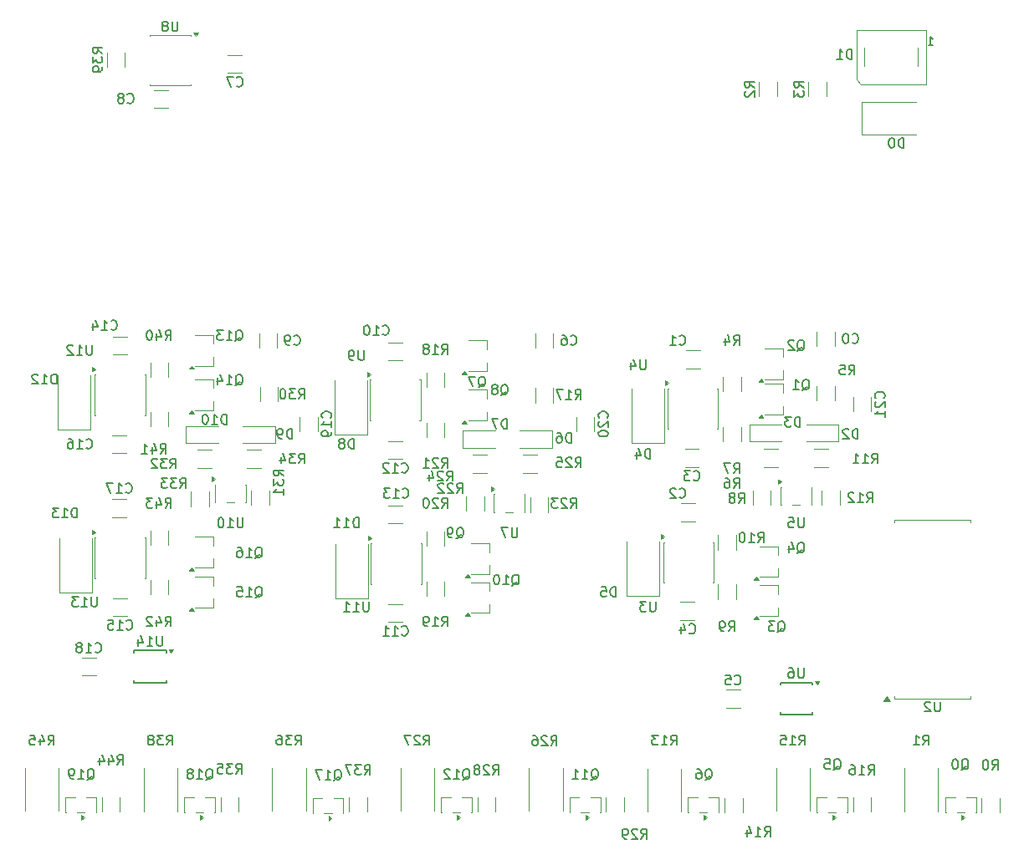
<source format=gbr>
%TF.GenerationSoftware,KiCad,Pcbnew,9.0.6*%
%TF.CreationDate,2026-01-05T12:13:31+01:00*%
%TF.ProjectId,velion_lightboard_pcb,76656c69-6f6e-45f6-9c69-676874626f61,rev?*%
%TF.SameCoordinates,Original*%
%TF.FileFunction,Legend,Bot*%
%TF.FilePolarity,Positive*%
%FSLAX46Y46*%
G04 Gerber Fmt 4.6, Leading zero omitted, Abs format (unit mm)*
G04 Created by KiCad (PCBNEW 9.0.6) date 2026-01-05 12:13:31*
%MOMM*%
%LPD*%
G01*
G04 APERTURE LIST*
%ADD10C,0.150000*%
%ADD11C,0.120000*%
G04 APERTURE END LIST*
D10*
X129611904Y-115654819D02*
X129611904Y-116464342D01*
X129611904Y-116464342D02*
X129564285Y-116559580D01*
X129564285Y-116559580D02*
X129516666Y-116607200D01*
X129516666Y-116607200D02*
X129421428Y-116654819D01*
X129421428Y-116654819D02*
X129230952Y-116654819D01*
X129230952Y-116654819D02*
X129135714Y-116607200D01*
X129135714Y-116607200D02*
X129088095Y-116559580D01*
X129088095Y-116559580D02*
X129040476Y-116464342D01*
X129040476Y-116464342D02*
X129040476Y-115654819D01*
X128135714Y-115654819D02*
X128326190Y-115654819D01*
X128326190Y-115654819D02*
X128421428Y-115702438D01*
X128421428Y-115702438D02*
X128469047Y-115750057D01*
X128469047Y-115750057D02*
X128564285Y-115892914D01*
X128564285Y-115892914D02*
X128611904Y-116083390D01*
X128611904Y-116083390D02*
X128611904Y-116464342D01*
X128611904Y-116464342D02*
X128564285Y-116559580D01*
X128564285Y-116559580D02*
X128516666Y-116607200D01*
X128516666Y-116607200D02*
X128421428Y-116654819D01*
X128421428Y-116654819D02*
X128230952Y-116654819D01*
X128230952Y-116654819D02*
X128135714Y-116607200D01*
X128135714Y-116607200D02*
X128088095Y-116559580D01*
X128088095Y-116559580D02*
X128040476Y-116464342D01*
X128040476Y-116464342D02*
X128040476Y-116226247D01*
X128040476Y-116226247D02*
X128088095Y-116131009D01*
X128088095Y-116131009D02*
X128135714Y-116083390D01*
X128135714Y-116083390D02*
X128230952Y-116035771D01*
X128230952Y-116035771D02*
X128421428Y-116035771D01*
X128421428Y-116035771D02*
X128516666Y-116083390D01*
X128516666Y-116083390D02*
X128564285Y-116131009D01*
X128564285Y-116131009D02*
X128611904Y-116226247D01*
X135083094Y-92429819D02*
X135083094Y-91429819D01*
X135083094Y-91429819D02*
X134844999Y-91429819D01*
X134844999Y-91429819D02*
X134702142Y-91477438D01*
X134702142Y-91477438D02*
X134606904Y-91572676D01*
X134606904Y-91572676D02*
X134559285Y-91667914D01*
X134559285Y-91667914D02*
X134511666Y-91858390D01*
X134511666Y-91858390D02*
X134511666Y-92001247D01*
X134511666Y-92001247D02*
X134559285Y-92191723D01*
X134559285Y-92191723D02*
X134606904Y-92286961D01*
X134606904Y-92286961D02*
X134702142Y-92382200D01*
X134702142Y-92382200D02*
X134844999Y-92429819D01*
X134844999Y-92429819D02*
X135083094Y-92429819D01*
X134130713Y-91525057D02*
X134083094Y-91477438D01*
X134083094Y-91477438D02*
X133987856Y-91429819D01*
X133987856Y-91429819D02*
X133749761Y-91429819D01*
X133749761Y-91429819D02*
X133654523Y-91477438D01*
X133654523Y-91477438D02*
X133606904Y-91525057D01*
X133606904Y-91525057D02*
X133559285Y-91620295D01*
X133559285Y-91620295D02*
X133559285Y-91715533D01*
X133559285Y-91715533D02*
X133606904Y-91858390D01*
X133606904Y-91858390D02*
X134178332Y-92429819D01*
X134178332Y-92429819D02*
X133559285Y-92429819D01*
X106083094Y-92829819D02*
X106083094Y-91829819D01*
X106083094Y-91829819D02*
X105844999Y-91829819D01*
X105844999Y-91829819D02*
X105702142Y-91877438D01*
X105702142Y-91877438D02*
X105606904Y-91972676D01*
X105606904Y-91972676D02*
X105559285Y-92067914D01*
X105559285Y-92067914D02*
X105511666Y-92258390D01*
X105511666Y-92258390D02*
X105511666Y-92401247D01*
X105511666Y-92401247D02*
X105559285Y-92591723D01*
X105559285Y-92591723D02*
X105606904Y-92686961D01*
X105606904Y-92686961D02*
X105702142Y-92782200D01*
X105702142Y-92782200D02*
X105844999Y-92829819D01*
X105844999Y-92829819D02*
X106083094Y-92829819D01*
X104654523Y-91829819D02*
X104844999Y-91829819D01*
X104844999Y-91829819D02*
X104940237Y-91877438D01*
X104940237Y-91877438D02*
X104987856Y-91925057D01*
X104987856Y-91925057D02*
X105083094Y-92067914D01*
X105083094Y-92067914D02*
X105130713Y-92258390D01*
X105130713Y-92258390D02*
X105130713Y-92639342D01*
X105130713Y-92639342D02*
X105083094Y-92734580D01*
X105083094Y-92734580D02*
X105035475Y-92782200D01*
X105035475Y-92782200D02*
X104940237Y-92829819D01*
X104940237Y-92829819D02*
X104749761Y-92829819D01*
X104749761Y-92829819D02*
X104654523Y-92782200D01*
X104654523Y-92782200D02*
X104606904Y-92734580D01*
X104606904Y-92734580D02*
X104559285Y-92639342D01*
X104559285Y-92639342D02*
X104559285Y-92401247D01*
X104559285Y-92401247D02*
X104606904Y-92306009D01*
X104606904Y-92306009D02*
X104654523Y-92258390D01*
X104654523Y-92258390D02*
X104749761Y-92210771D01*
X104749761Y-92210771D02*
X104940237Y-92210771D01*
X104940237Y-92210771D02*
X105035475Y-92258390D01*
X105035475Y-92258390D02*
X105083094Y-92306009D01*
X105083094Y-92306009D02*
X105130713Y-92401247D01*
X60987857Y-97834580D02*
X61035476Y-97882200D01*
X61035476Y-97882200D02*
X61178333Y-97929819D01*
X61178333Y-97929819D02*
X61273571Y-97929819D01*
X61273571Y-97929819D02*
X61416428Y-97882200D01*
X61416428Y-97882200D02*
X61511666Y-97786961D01*
X61511666Y-97786961D02*
X61559285Y-97691723D01*
X61559285Y-97691723D02*
X61606904Y-97501247D01*
X61606904Y-97501247D02*
X61606904Y-97358390D01*
X61606904Y-97358390D02*
X61559285Y-97167914D01*
X61559285Y-97167914D02*
X61511666Y-97072676D01*
X61511666Y-97072676D02*
X61416428Y-96977438D01*
X61416428Y-96977438D02*
X61273571Y-96929819D01*
X61273571Y-96929819D02*
X61178333Y-96929819D01*
X61178333Y-96929819D02*
X61035476Y-96977438D01*
X61035476Y-96977438D02*
X60987857Y-97025057D01*
X60035476Y-97929819D02*
X60606904Y-97929819D01*
X60321190Y-97929819D02*
X60321190Y-96929819D01*
X60321190Y-96929819D02*
X60416428Y-97072676D01*
X60416428Y-97072676D02*
X60511666Y-97167914D01*
X60511666Y-97167914D02*
X60606904Y-97215533D01*
X59702142Y-96929819D02*
X59035476Y-96929819D01*
X59035476Y-96929819D02*
X59464047Y-97929819D01*
X57071428Y-126987557D02*
X57166666Y-126939938D01*
X57166666Y-126939938D02*
X57261904Y-126844700D01*
X57261904Y-126844700D02*
X57404761Y-126701842D01*
X57404761Y-126701842D02*
X57499999Y-126654223D01*
X57499999Y-126654223D02*
X57595237Y-126654223D01*
X57547618Y-126892319D02*
X57642856Y-126844700D01*
X57642856Y-126844700D02*
X57738094Y-126749461D01*
X57738094Y-126749461D02*
X57785713Y-126558985D01*
X57785713Y-126558985D02*
X57785713Y-126225652D01*
X57785713Y-126225652D02*
X57738094Y-126035176D01*
X57738094Y-126035176D02*
X57642856Y-125939938D01*
X57642856Y-125939938D02*
X57547618Y-125892319D01*
X57547618Y-125892319D02*
X57357142Y-125892319D01*
X57357142Y-125892319D02*
X57261904Y-125939938D01*
X57261904Y-125939938D02*
X57166666Y-126035176D01*
X57166666Y-126035176D02*
X57119047Y-126225652D01*
X57119047Y-126225652D02*
X57119047Y-126558985D01*
X57119047Y-126558985D02*
X57166666Y-126749461D01*
X57166666Y-126749461D02*
X57261904Y-126844700D01*
X57261904Y-126844700D02*
X57357142Y-126892319D01*
X57357142Y-126892319D02*
X57547618Y-126892319D01*
X56166666Y-126892319D02*
X56738094Y-126892319D01*
X56452380Y-126892319D02*
X56452380Y-125892319D01*
X56452380Y-125892319D02*
X56547618Y-126035176D01*
X56547618Y-126035176D02*
X56642856Y-126130414D01*
X56642856Y-126130414D02*
X56738094Y-126178033D01*
X55690475Y-126892319D02*
X55499999Y-126892319D01*
X55499999Y-126892319D02*
X55404761Y-126844700D01*
X55404761Y-126844700D02*
X55357142Y-126797080D01*
X55357142Y-126797080D02*
X55261904Y-126654223D01*
X55261904Y-126654223D02*
X55214285Y-126463747D01*
X55214285Y-126463747D02*
X55214285Y-126082795D01*
X55214285Y-126082795D02*
X55261904Y-125987557D01*
X55261904Y-125987557D02*
X55309523Y-125939938D01*
X55309523Y-125939938D02*
X55404761Y-125892319D01*
X55404761Y-125892319D02*
X55595237Y-125892319D01*
X55595237Y-125892319D02*
X55690475Y-125939938D01*
X55690475Y-125939938D02*
X55738094Y-125987557D01*
X55738094Y-125987557D02*
X55785713Y-126082795D01*
X55785713Y-126082795D02*
X55785713Y-126320890D01*
X55785713Y-126320890D02*
X55738094Y-126416128D01*
X55738094Y-126416128D02*
X55690475Y-126463747D01*
X55690475Y-126463747D02*
X55595237Y-126511366D01*
X55595237Y-126511366D02*
X55404761Y-126511366D01*
X55404761Y-126511366D02*
X55309523Y-126463747D01*
X55309523Y-126463747D02*
X55261904Y-126416128D01*
X55261904Y-126416128D02*
X55214285Y-126320890D01*
X128940238Y-83525057D02*
X129035476Y-83477438D01*
X129035476Y-83477438D02*
X129130714Y-83382200D01*
X129130714Y-83382200D02*
X129273571Y-83239342D01*
X129273571Y-83239342D02*
X129368809Y-83191723D01*
X129368809Y-83191723D02*
X129464047Y-83191723D01*
X129416428Y-83429819D02*
X129511666Y-83382200D01*
X129511666Y-83382200D02*
X129606904Y-83286961D01*
X129606904Y-83286961D02*
X129654523Y-83096485D01*
X129654523Y-83096485D02*
X129654523Y-82763152D01*
X129654523Y-82763152D02*
X129606904Y-82572676D01*
X129606904Y-82572676D02*
X129511666Y-82477438D01*
X129511666Y-82477438D02*
X129416428Y-82429819D01*
X129416428Y-82429819D02*
X129225952Y-82429819D01*
X129225952Y-82429819D02*
X129130714Y-82477438D01*
X129130714Y-82477438D02*
X129035476Y-82572676D01*
X129035476Y-82572676D02*
X128987857Y-82763152D01*
X128987857Y-82763152D02*
X128987857Y-83096485D01*
X128987857Y-83096485D02*
X129035476Y-83286961D01*
X129035476Y-83286961D02*
X129130714Y-83382200D01*
X129130714Y-83382200D02*
X129225952Y-83429819D01*
X129225952Y-83429819D02*
X129416428Y-83429819D01*
X128606904Y-82525057D02*
X128559285Y-82477438D01*
X128559285Y-82477438D02*
X128464047Y-82429819D01*
X128464047Y-82429819D02*
X128225952Y-82429819D01*
X128225952Y-82429819D02*
X128130714Y-82477438D01*
X128130714Y-82477438D02*
X128083095Y-82525057D01*
X128083095Y-82525057D02*
X128035476Y-82620295D01*
X128035476Y-82620295D02*
X128035476Y-82715533D01*
X128035476Y-82715533D02*
X128083095Y-82858390D01*
X128083095Y-82858390D02*
X128654523Y-83429819D01*
X128654523Y-83429819D02*
X128035476Y-83429819D01*
X100606904Y-101429819D02*
X100606904Y-102239342D01*
X100606904Y-102239342D02*
X100559285Y-102334580D01*
X100559285Y-102334580D02*
X100511666Y-102382200D01*
X100511666Y-102382200D02*
X100416428Y-102429819D01*
X100416428Y-102429819D02*
X100225952Y-102429819D01*
X100225952Y-102429819D02*
X100130714Y-102382200D01*
X100130714Y-102382200D02*
X100083095Y-102334580D01*
X100083095Y-102334580D02*
X100035476Y-102239342D01*
X100035476Y-102239342D02*
X100035476Y-101429819D01*
X99654523Y-101429819D02*
X98987857Y-101429819D01*
X98987857Y-101429819D02*
X99416428Y-102429819D01*
X122604166Y-117259580D02*
X122651785Y-117307200D01*
X122651785Y-117307200D02*
X122794642Y-117354819D01*
X122794642Y-117354819D02*
X122889880Y-117354819D01*
X122889880Y-117354819D02*
X123032737Y-117307200D01*
X123032737Y-117307200D02*
X123127975Y-117211961D01*
X123127975Y-117211961D02*
X123175594Y-117116723D01*
X123175594Y-117116723D02*
X123223213Y-116926247D01*
X123223213Y-116926247D02*
X123223213Y-116783390D01*
X123223213Y-116783390D02*
X123175594Y-116592914D01*
X123175594Y-116592914D02*
X123127975Y-116497676D01*
X123127975Y-116497676D02*
X123032737Y-116402438D01*
X123032737Y-116402438D02*
X122889880Y-116354819D01*
X122889880Y-116354819D02*
X122794642Y-116354819D01*
X122794642Y-116354819D02*
X122651785Y-116402438D01*
X122651785Y-116402438D02*
X122604166Y-116450057D01*
X121699404Y-116354819D02*
X122175594Y-116354819D01*
X122175594Y-116354819D02*
X122223213Y-116831009D01*
X122223213Y-116831009D02*
X122175594Y-116783390D01*
X122175594Y-116783390D02*
X122080356Y-116735771D01*
X122080356Y-116735771D02*
X121842261Y-116735771D01*
X121842261Y-116735771D02*
X121747023Y-116783390D01*
X121747023Y-116783390D02*
X121699404Y-116831009D01*
X121699404Y-116831009D02*
X121651785Y-116926247D01*
X121651785Y-116926247D02*
X121651785Y-117164342D01*
X121651785Y-117164342D02*
X121699404Y-117259580D01*
X121699404Y-117259580D02*
X121747023Y-117307200D01*
X121747023Y-117307200D02*
X121842261Y-117354819D01*
X121842261Y-117354819D02*
X122080356Y-117354819D01*
X122080356Y-117354819D02*
X122175594Y-117307200D01*
X122175594Y-117307200D02*
X122223213Y-117259580D01*
X77833094Y-92429819D02*
X77833094Y-91429819D01*
X77833094Y-91429819D02*
X77594999Y-91429819D01*
X77594999Y-91429819D02*
X77452142Y-91477438D01*
X77452142Y-91477438D02*
X77356904Y-91572676D01*
X77356904Y-91572676D02*
X77309285Y-91667914D01*
X77309285Y-91667914D02*
X77261666Y-91858390D01*
X77261666Y-91858390D02*
X77261666Y-92001247D01*
X77261666Y-92001247D02*
X77309285Y-92191723D01*
X77309285Y-92191723D02*
X77356904Y-92286961D01*
X77356904Y-92286961D02*
X77452142Y-92382200D01*
X77452142Y-92382200D02*
X77594999Y-92429819D01*
X77594999Y-92429819D02*
X77833094Y-92429819D01*
X76785475Y-92429819D02*
X76594999Y-92429819D01*
X76594999Y-92429819D02*
X76499761Y-92382200D01*
X76499761Y-92382200D02*
X76452142Y-92334580D01*
X76452142Y-92334580D02*
X76356904Y-92191723D01*
X76356904Y-92191723D02*
X76309285Y-92001247D01*
X76309285Y-92001247D02*
X76309285Y-91620295D01*
X76309285Y-91620295D02*
X76356904Y-91525057D01*
X76356904Y-91525057D02*
X76404523Y-91477438D01*
X76404523Y-91477438D02*
X76499761Y-91429819D01*
X76499761Y-91429819D02*
X76690237Y-91429819D01*
X76690237Y-91429819D02*
X76785475Y-91477438D01*
X76785475Y-91477438D02*
X76833094Y-91525057D01*
X76833094Y-91525057D02*
X76880713Y-91620295D01*
X76880713Y-91620295D02*
X76880713Y-91858390D01*
X76880713Y-91858390D02*
X76833094Y-91953628D01*
X76833094Y-91953628D02*
X76785475Y-92001247D01*
X76785475Y-92001247D02*
X76690237Y-92048866D01*
X76690237Y-92048866D02*
X76499761Y-92048866D01*
X76499761Y-92048866D02*
X76404523Y-92001247D01*
X76404523Y-92001247D02*
X76356904Y-91953628D01*
X76356904Y-91953628D02*
X76309285Y-91858390D01*
X53986785Y-86879819D02*
X53986785Y-85879819D01*
X53986785Y-85879819D02*
X53748690Y-85879819D01*
X53748690Y-85879819D02*
X53605833Y-85927438D01*
X53605833Y-85927438D02*
X53510595Y-86022676D01*
X53510595Y-86022676D02*
X53462976Y-86117914D01*
X53462976Y-86117914D02*
X53415357Y-86308390D01*
X53415357Y-86308390D02*
X53415357Y-86451247D01*
X53415357Y-86451247D02*
X53462976Y-86641723D01*
X53462976Y-86641723D02*
X53510595Y-86736961D01*
X53510595Y-86736961D02*
X53605833Y-86832200D01*
X53605833Y-86832200D02*
X53748690Y-86879819D01*
X53748690Y-86879819D02*
X53986785Y-86879819D01*
X52462976Y-86879819D02*
X53034404Y-86879819D01*
X52748690Y-86879819D02*
X52748690Y-85879819D01*
X52748690Y-85879819D02*
X52843928Y-86022676D01*
X52843928Y-86022676D02*
X52939166Y-86117914D01*
X52939166Y-86117914D02*
X53034404Y-86165533D01*
X52082023Y-85975057D02*
X52034404Y-85927438D01*
X52034404Y-85927438D02*
X51939166Y-85879819D01*
X51939166Y-85879819D02*
X51701071Y-85879819D01*
X51701071Y-85879819D02*
X51605833Y-85927438D01*
X51605833Y-85927438D02*
X51558214Y-85975057D01*
X51558214Y-85975057D02*
X51510595Y-86070295D01*
X51510595Y-86070295D02*
X51510595Y-86165533D01*
X51510595Y-86165533D02*
X51558214Y-86308390D01*
X51558214Y-86308390D02*
X52129642Y-86879819D01*
X52129642Y-86879819D02*
X51510595Y-86879819D01*
X105987857Y-99429819D02*
X106321190Y-98953628D01*
X106559285Y-99429819D02*
X106559285Y-98429819D01*
X106559285Y-98429819D02*
X106178333Y-98429819D01*
X106178333Y-98429819D02*
X106083095Y-98477438D01*
X106083095Y-98477438D02*
X106035476Y-98525057D01*
X106035476Y-98525057D02*
X105987857Y-98620295D01*
X105987857Y-98620295D02*
X105987857Y-98763152D01*
X105987857Y-98763152D02*
X106035476Y-98858390D01*
X106035476Y-98858390D02*
X106083095Y-98906009D01*
X106083095Y-98906009D02*
X106178333Y-98953628D01*
X106178333Y-98953628D02*
X106559285Y-98953628D01*
X105606904Y-98525057D02*
X105559285Y-98477438D01*
X105559285Y-98477438D02*
X105464047Y-98429819D01*
X105464047Y-98429819D02*
X105225952Y-98429819D01*
X105225952Y-98429819D02*
X105130714Y-98477438D01*
X105130714Y-98477438D02*
X105083095Y-98525057D01*
X105083095Y-98525057D02*
X105035476Y-98620295D01*
X105035476Y-98620295D02*
X105035476Y-98715533D01*
X105035476Y-98715533D02*
X105083095Y-98858390D01*
X105083095Y-98858390D02*
X105654523Y-99429819D01*
X105654523Y-99429819D02*
X105035476Y-99429819D01*
X104702142Y-98429819D02*
X104083095Y-98429819D01*
X104083095Y-98429819D02*
X104416428Y-98810771D01*
X104416428Y-98810771D02*
X104273571Y-98810771D01*
X104273571Y-98810771D02*
X104178333Y-98858390D01*
X104178333Y-98858390D02*
X104130714Y-98906009D01*
X104130714Y-98906009D02*
X104083095Y-99001247D01*
X104083095Y-99001247D02*
X104083095Y-99239342D01*
X104083095Y-99239342D02*
X104130714Y-99334580D01*
X104130714Y-99334580D02*
X104178333Y-99382200D01*
X104178333Y-99382200D02*
X104273571Y-99429819D01*
X104273571Y-99429819D02*
X104559285Y-99429819D01*
X104559285Y-99429819D02*
X104654523Y-99382200D01*
X104654523Y-99382200D02*
X104702142Y-99334580D01*
X76962319Y-96192142D02*
X76486128Y-95858809D01*
X76962319Y-95620714D02*
X75962319Y-95620714D01*
X75962319Y-95620714D02*
X75962319Y-96001666D01*
X75962319Y-96001666D02*
X76009938Y-96096904D01*
X76009938Y-96096904D02*
X76057557Y-96144523D01*
X76057557Y-96144523D02*
X76152795Y-96192142D01*
X76152795Y-96192142D02*
X76295652Y-96192142D01*
X76295652Y-96192142D02*
X76390890Y-96144523D01*
X76390890Y-96144523D02*
X76438509Y-96096904D01*
X76438509Y-96096904D02*
X76486128Y-96001666D01*
X76486128Y-96001666D02*
X76486128Y-95620714D01*
X75962319Y-96525476D02*
X75962319Y-97144523D01*
X75962319Y-97144523D02*
X76343271Y-96811190D01*
X76343271Y-96811190D02*
X76343271Y-96954047D01*
X76343271Y-96954047D02*
X76390890Y-97049285D01*
X76390890Y-97049285D02*
X76438509Y-97096904D01*
X76438509Y-97096904D02*
X76533747Y-97144523D01*
X76533747Y-97144523D02*
X76771842Y-97144523D01*
X76771842Y-97144523D02*
X76867080Y-97096904D01*
X76867080Y-97096904D02*
X76914700Y-97049285D01*
X76914700Y-97049285D02*
X76962319Y-96954047D01*
X76962319Y-96954047D02*
X76962319Y-96668333D01*
X76962319Y-96668333D02*
X76914700Y-96573095D01*
X76914700Y-96573095D02*
X76867080Y-96525476D01*
X76962319Y-98096904D02*
X76962319Y-97525476D01*
X76962319Y-97811190D02*
X75962319Y-97811190D01*
X75962319Y-97811190D02*
X76105176Y-97715952D01*
X76105176Y-97715952D02*
X76200414Y-97620714D01*
X76200414Y-97620714D02*
X76248033Y-97525476D01*
X72071428Y-82525057D02*
X72166666Y-82477438D01*
X72166666Y-82477438D02*
X72261904Y-82382200D01*
X72261904Y-82382200D02*
X72404761Y-82239342D01*
X72404761Y-82239342D02*
X72499999Y-82191723D01*
X72499999Y-82191723D02*
X72595237Y-82191723D01*
X72547618Y-82429819D02*
X72642856Y-82382200D01*
X72642856Y-82382200D02*
X72738094Y-82286961D01*
X72738094Y-82286961D02*
X72785713Y-82096485D01*
X72785713Y-82096485D02*
X72785713Y-81763152D01*
X72785713Y-81763152D02*
X72738094Y-81572676D01*
X72738094Y-81572676D02*
X72642856Y-81477438D01*
X72642856Y-81477438D02*
X72547618Y-81429819D01*
X72547618Y-81429819D02*
X72357142Y-81429819D01*
X72357142Y-81429819D02*
X72261904Y-81477438D01*
X72261904Y-81477438D02*
X72166666Y-81572676D01*
X72166666Y-81572676D02*
X72119047Y-81763152D01*
X72119047Y-81763152D02*
X72119047Y-82096485D01*
X72119047Y-82096485D02*
X72166666Y-82286961D01*
X72166666Y-82286961D02*
X72261904Y-82382200D01*
X72261904Y-82382200D02*
X72357142Y-82429819D01*
X72357142Y-82429819D02*
X72547618Y-82429819D01*
X71166666Y-82429819D02*
X71738094Y-82429819D01*
X71452380Y-82429819D02*
X71452380Y-81429819D01*
X71452380Y-81429819D02*
X71547618Y-81572676D01*
X71547618Y-81572676D02*
X71642856Y-81667914D01*
X71642856Y-81667914D02*
X71738094Y-81715533D01*
X70833332Y-81429819D02*
X70214285Y-81429819D01*
X70214285Y-81429819D02*
X70547618Y-81810771D01*
X70547618Y-81810771D02*
X70404761Y-81810771D01*
X70404761Y-81810771D02*
X70309523Y-81858390D01*
X70309523Y-81858390D02*
X70261904Y-81906009D01*
X70261904Y-81906009D02*
X70214285Y-82001247D01*
X70214285Y-82001247D02*
X70214285Y-82239342D01*
X70214285Y-82239342D02*
X70261904Y-82334580D01*
X70261904Y-82334580D02*
X70309523Y-82382200D01*
X70309523Y-82382200D02*
X70404761Y-82429819D01*
X70404761Y-82429819D02*
X70690475Y-82429819D01*
X70690475Y-82429819D02*
X70785713Y-82382200D01*
X70785713Y-82382200D02*
X70833332Y-82334580D01*
X64700594Y-112404819D02*
X64700594Y-113214342D01*
X64700594Y-113214342D02*
X64652975Y-113309580D01*
X64652975Y-113309580D02*
X64605356Y-113357200D01*
X64605356Y-113357200D02*
X64510118Y-113404819D01*
X64510118Y-113404819D02*
X64319642Y-113404819D01*
X64319642Y-113404819D02*
X64224404Y-113357200D01*
X64224404Y-113357200D02*
X64176785Y-113309580D01*
X64176785Y-113309580D02*
X64129166Y-113214342D01*
X64129166Y-113214342D02*
X64129166Y-112404819D01*
X63129166Y-113404819D02*
X63700594Y-113404819D01*
X63414880Y-113404819D02*
X63414880Y-112404819D01*
X63414880Y-112404819D02*
X63510118Y-112547676D01*
X63510118Y-112547676D02*
X63605356Y-112642914D01*
X63605356Y-112642914D02*
X63700594Y-112690533D01*
X62272023Y-112738152D02*
X62272023Y-113404819D01*
X62510118Y-112357200D02*
X62748213Y-113071485D01*
X62748213Y-113071485D02*
X62129166Y-113071485D01*
X106487857Y-88429819D02*
X106821190Y-87953628D01*
X107059285Y-88429819D02*
X107059285Y-87429819D01*
X107059285Y-87429819D02*
X106678333Y-87429819D01*
X106678333Y-87429819D02*
X106583095Y-87477438D01*
X106583095Y-87477438D02*
X106535476Y-87525057D01*
X106535476Y-87525057D02*
X106487857Y-87620295D01*
X106487857Y-87620295D02*
X106487857Y-87763152D01*
X106487857Y-87763152D02*
X106535476Y-87858390D01*
X106535476Y-87858390D02*
X106583095Y-87906009D01*
X106583095Y-87906009D02*
X106678333Y-87953628D01*
X106678333Y-87953628D02*
X107059285Y-87953628D01*
X105535476Y-88429819D02*
X106106904Y-88429819D01*
X105821190Y-88429819D02*
X105821190Y-87429819D01*
X105821190Y-87429819D02*
X105916428Y-87572676D01*
X105916428Y-87572676D02*
X106011666Y-87667914D01*
X106011666Y-87667914D02*
X106106904Y-87715533D01*
X105202142Y-87429819D02*
X104535476Y-87429819D01*
X104535476Y-87429819D02*
X104964047Y-88429819D01*
X56987857Y-93334580D02*
X57035476Y-93382200D01*
X57035476Y-93382200D02*
X57178333Y-93429819D01*
X57178333Y-93429819D02*
X57273571Y-93429819D01*
X57273571Y-93429819D02*
X57416428Y-93382200D01*
X57416428Y-93382200D02*
X57511666Y-93286961D01*
X57511666Y-93286961D02*
X57559285Y-93191723D01*
X57559285Y-93191723D02*
X57606904Y-93001247D01*
X57606904Y-93001247D02*
X57606904Y-92858390D01*
X57606904Y-92858390D02*
X57559285Y-92667914D01*
X57559285Y-92667914D02*
X57511666Y-92572676D01*
X57511666Y-92572676D02*
X57416428Y-92477438D01*
X57416428Y-92477438D02*
X57273571Y-92429819D01*
X57273571Y-92429819D02*
X57178333Y-92429819D01*
X57178333Y-92429819D02*
X57035476Y-92477438D01*
X57035476Y-92477438D02*
X56987857Y-92525057D01*
X56035476Y-93429819D02*
X56606904Y-93429819D01*
X56321190Y-93429819D02*
X56321190Y-92429819D01*
X56321190Y-92429819D02*
X56416428Y-92572676D01*
X56416428Y-92572676D02*
X56511666Y-92667914D01*
X56511666Y-92667914D02*
X56606904Y-92715533D01*
X55178333Y-92429819D02*
X55368809Y-92429819D01*
X55368809Y-92429819D02*
X55464047Y-92477438D01*
X55464047Y-92477438D02*
X55511666Y-92525057D01*
X55511666Y-92525057D02*
X55606904Y-92667914D01*
X55606904Y-92667914D02*
X55654523Y-92858390D01*
X55654523Y-92858390D02*
X55654523Y-93239342D01*
X55654523Y-93239342D02*
X55606904Y-93334580D01*
X55606904Y-93334580D02*
X55559285Y-93382200D01*
X55559285Y-93382200D02*
X55464047Y-93429819D01*
X55464047Y-93429819D02*
X55273571Y-93429819D01*
X55273571Y-93429819D02*
X55178333Y-93382200D01*
X55178333Y-93382200D02*
X55130714Y-93334580D01*
X55130714Y-93334580D02*
X55083095Y-93239342D01*
X55083095Y-93239342D02*
X55083095Y-93001247D01*
X55083095Y-93001247D02*
X55130714Y-92906009D01*
X55130714Y-92906009D02*
X55178333Y-92858390D01*
X55178333Y-92858390D02*
X55273571Y-92810771D01*
X55273571Y-92810771D02*
X55464047Y-92810771D01*
X55464047Y-92810771D02*
X55559285Y-92858390D01*
X55559285Y-92858390D02*
X55606904Y-92906009D01*
X55606904Y-92906009D02*
X55654523Y-93001247D01*
X57583094Y-82929819D02*
X57583094Y-83739342D01*
X57583094Y-83739342D02*
X57535475Y-83834580D01*
X57535475Y-83834580D02*
X57487856Y-83882200D01*
X57487856Y-83882200D02*
X57392618Y-83929819D01*
X57392618Y-83929819D02*
X57202142Y-83929819D01*
X57202142Y-83929819D02*
X57106904Y-83882200D01*
X57106904Y-83882200D02*
X57059285Y-83834580D01*
X57059285Y-83834580D02*
X57011666Y-83739342D01*
X57011666Y-83739342D02*
X57011666Y-82929819D01*
X56011666Y-83929819D02*
X56583094Y-83929819D01*
X56297380Y-83929819D02*
X56297380Y-82929819D01*
X56297380Y-82929819D02*
X56392618Y-83072676D01*
X56392618Y-83072676D02*
X56487856Y-83167914D01*
X56487856Y-83167914D02*
X56583094Y-83215533D01*
X55630713Y-83025057D02*
X55583094Y-82977438D01*
X55583094Y-82977438D02*
X55487856Y-82929819D01*
X55487856Y-82929819D02*
X55249761Y-82929819D01*
X55249761Y-82929819D02*
X55154523Y-82977438D01*
X55154523Y-82977438D02*
X55106904Y-83025057D01*
X55106904Y-83025057D02*
X55059285Y-83120295D01*
X55059285Y-83120295D02*
X55059285Y-83215533D01*
X55059285Y-83215533D02*
X55106904Y-83358390D01*
X55106904Y-83358390D02*
X55678332Y-83929819D01*
X55678332Y-83929819D02*
X55059285Y-83929819D01*
X58083094Y-108429819D02*
X58083094Y-109239342D01*
X58083094Y-109239342D02*
X58035475Y-109334580D01*
X58035475Y-109334580D02*
X57987856Y-109382200D01*
X57987856Y-109382200D02*
X57892618Y-109429819D01*
X57892618Y-109429819D02*
X57702142Y-109429819D01*
X57702142Y-109429819D02*
X57606904Y-109382200D01*
X57606904Y-109382200D02*
X57559285Y-109334580D01*
X57559285Y-109334580D02*
X57511666Y-109239342D01*
X57511666Y-109239342D02*
X57511666Y-108429819D01*
X56511666Y-109429819D02*
X57083094Y-109429819D01*
X56797380Y-109429819D02*
X56797380Y-108429819D01*
X56797380Y-108429819D02*
X56892618Y-108572676D01*
X56892618Y-108572676D02*
X56987856Y-108667914D01*
X56987856Y-108667914D02*
X57083094Y-108715533D01*
X56178332Y-108429819D02*
X55559285Y-108429819D01*
X55559285Y-108429819D02*
X55892618Y-108810771D01*
X55892618Y-108810771D02*
X55749761Y-108810771D01*
X55749761Y-108810771D02*
X55654523Y-108858390D01*
X55654523Y-108858390D02*
X55606904Y-108906009D01*
X55606904Y-108906009D02*
X55559285Y-109001247D01*
X55559285Y-109001247D02*
X55559285Y-109239342D01*
X55559285Y-109239342D02*
X55606904Y-109334580D01*
X55606904Y-109334580D02*
X55654523Y-109382200D01*
X55654523Y-109382200D02*
X55749761Y-109429819D01*
X55749761Y-109429819D02*
X56035475Y-109429819D01*
X56035475Y-109429819D02*
X56130713Y-109382200D01*
X56130713Y-109382200D02*
X56178332Y-109334580D01*
X88925357Y-112284580D02*
X88972976Y-112332200D01*
X88972976Y-112332200D02*
X89115833Y-112379819D01*
X89115833Y-112379819D02*
X89211071Y-112379819D01*
X89211071Y-112379819D02*
X89353928Y-112332200D01*
X89353928Y-112332200D02*
X89449166Y-112236961D01*
X89449166Y-112236961D02*
X89496785Y-112141723D01*
X89496785Y-112141723D02*
X89544404Y-111951247D01*
X89544404Y-111951247D02*
X89544404Y-111808390D01*
X89544404Y-111808390D02*
X89496785Y-111617914D01*
X89496785Y-111617914D02*
X89449166Y-111522676D01*
X89449166Y-111522676D02*
X89353928Y-111427438D01*
X89353928Y-111427438D02*
X89211071Y-111379819D01*
X89211071Y-111379819D02*
X89115833Y-111379819D01*
X89115833Y-111379819D02*
X88972976Y-111427438D01*
X88972976Y-111427438D02*
X88925357Y-111475057D01*
X87972976Y-112379819D02*
X88544404Y-112379819D01*
X88258690Y-112379819D02*
X88258690Y-111379819D01*
X88258690Y-111379819D02*
X88353928Y-111522676D01*
X88353928Y-111522676D02*
X88449166Y-111617914D01*
X88449166Y-111617914D02*
X88544404Y-111665533D01*
X87020595Y-112379819D02*
X87592023Y-112379819D01*
X87306309Y-112379819D02*
X87306309Y-111379819D01*
X87306309Y-111379819D02*
X87401547Y-111522676D01*
X87401547Y-111522676D02*
X87496785Y-111617914D01*
X87496785Y-111617914D02*
X87592023Y-111665533D01*
X85583094Y-108929819D02*
X85583094Y-109739342D01*
X85583094Y-109739342D02*
X85535475Y-109834580D01*
X85535475Y-109834580D02*
X85487856Y-109882200D01*
X85487856Y-109882200D02*
X85392618Y-109929819D01*
X85392618Y-109929819D02*
X85202142Y-109929819D01*
X85202142Y-109929819D02*
X85106904Y-109882200D01*
X85106904Y-109882200D02*
X85059285Y-109834580D01*
X85059285Y-109834580D02*
X85011666Y-109739342D01*
X85011666Y-109739342D02*
X85011666Y-108929819D01*
X84011666Y-109929819D02*
X84583094Y-109929819D01*
X84297380Y-109929819D02*
X84297380Y-108929819D01*
X84297380Y-108929819D02*
X84392618Y-109072676D01*
X84392618Y-109072676D02*
X84487856Y-109167914D01*
X84487856Y-109167914D02*
X84583094Y-109215533D01*
X83059285Y-109929819D02*
X83630713Y-109929819D01*
X83344999Y-109929819D02*
X83344999Y-108929819D01*
X83344999Y-108929819D02*
X83440237Y-109072676D01*
X83440237Y-109072676D02*
X83535475Y-109167914D01*
X83535475Y-109167914D02*
X83630713Y-109215533D01*
X135987857Y-98879819D02*
X136321190Y-98403628D01*
X136559285Y-98879819D02*
X136559285Y-97879819D01*
X136559285Y-97879819D02*
X136178333Y-97879819D01*
X136178333Y-97879819D02*
X136083095Y-97927438D01*
X136083095Y-97927438D02*
X136035476Y-97975057D01*
X136035476Y-97975057D02*
X135987857Y-98070295D01*
X135987857Y-98070295D02*
X135987857Y-98213152D01*
X135987857Y-98213152D02*
X136035476Y-98308390D01*
X136035476Y-98308390D02*
X136083095Y-98356009D01*
X136083095Y-98356009D02*
X136178333Y-98403628D01*
X136178333Y-98403628D02*
X136559285Y-98403628D01*
X135035476Y-98879819D02*
X135606904Y-98879819D01*
X135321190Y-98879819D02*
X135321190Y-97879819D01*
X135321190Y-97879819D02*
X135416428Y-98022676D01*
X135416428Y-98022676D02*
X135511666Y-98117914D01*
X135511666Y-98117914D02*
X135606904Y-98165533D01*
X134654523Y-97975057D02*
X134606904Y-97927438D01*
X134606904Y-97927438D02*
X134511666Y-97879819D01*
X134511666Y-97879819D02*
X134273571Y-97879819D01*
X134273571Y-97879819D02*
X134178333Y-97927438D01*
X134178333Y-97927438D02*
X134130714Y-97975057D01*
X134130714Y-97975057D02*
X134083095Y-98070295D01*
X134083095Y-98070295D02*
X134083095Y-98165533D01*
X134083095Y-98165533D02*
X134130714Y-98308390D01*
X134130714Y-98308390D02*
X134702142Y-98879819D01*
X134702142Y-98879819D02*
X134083095Y-98879819D01*
X93487857Y-96704819D02*
X93821190Y-96228628D01*
X94059285Y-96704819D02*
X94059285Y-95704819D01*
X94059285Y-95704819D02*
X93678333Y-95704819D01*
X93678333Y-95704819D02*
X93583095Y-95752438D01*
X93583095Y-95752438D02*
X93535476Y-95800057D01*
X93535476Y-95800057D02*
X93487857Y-95895295D01*
X93487857Y-95895295D02*
X93487857Y-96038152D01*
X93487857Y-96038152D02*
X93535476Y-96133390D01*
X93535476Y-96133390D02*
X93583095Y-96181009D01*
X93583095Y-96181009D02*
X93678333Y-96228628D01*
X93678333Y-96228628D02*
X94059285Y-96228628D01*
X93106904Y-95800057D02*
X93059285Y-95752438D01*
X93059285Y-95752438D02*
X92964047Y-95704819D01*
X92964047Y-95704819D02*
X92725952Y-95704819D01*
X92725952Y-95704819D02*
X92630714Y-95752438D01*
X92630714Y-95752438D02*
X92583095Y-95800057D01*
X92583095Y-95800057D02*
X92535476Y-95895295D01*
X92535476Y-95895295D02*
X92535476Y-95990533D01*
X92535476Y-95990533D02*
X92583095Y-96133390D01*
X92583095Y-96133390D02*
X93154523Y-96704819D01*
X93154523Y-96704819D02*
X92535476Y-96704819D01*
X91678333Y-96038152D02*
X91678333Y-96704819D01*
X91916428Y-95657200D02*
X92154523Y-96371485D01*
X92154523Y-96371485D02*
X91535476Y-96371485D01*
X82071428Y-127050057D02*
X82166666Y-127002438D01*
X82166666Y-127002438D02*
X82261904Y-126907200D01*
X82261904Y-126907200D02*
X82404761Y-126764342D01*
X82404761Y-126764342D02*
X82499999Y-126716723D01*
X82499999Y-126716723D02*
X82595237Y-126716723D01*
X82547618Y-126954819D02*
X82642856Y-126907200D01*
X82642856Y-126907200D02*
X82738094Y-126811961D01*
X82738094Y-126811961D02*
X82785713Y-126621485D01*
X82785713Y-126621485D02*
X82785713Y-126288152D01*
X82785713Y-126288152D02*
X82738094Y-126097676D01*
X82738094Y-126097676D02*
X82642856Y-126002438D01*
X82642856Y-126002438D02*
X82547618Y-125954819D01*
X82547618Y-125954819D02*
X82357142Y-125954819D01*
X82357142Y-125954819D02*
X82261904Y-126002438D01*
X82261904Y-126002438D02*
X82166666Y-126097676D01*
X82166666Y-126097676D02*
X82119047Y-126288152D01*
X82119047Y-126288152D02*
X82119047Y-126621485D01*
X82119047Y-126621485D02*
X82166666Y-126811961D01*
X82166666Y-126811961D02*
X82261904Y-126907200D01*
X82261904Y-126907200D02*
X82357142Y-126954819D01*
X82357142Y-126954819D02*
X82547618Y-126954819D01*
X81166666Y-126954819D02*
X81738094Y-126954819D01*
X81452380Y-126954819D02*
X81452380Y-125954819D01*
X81452380Y-125954819D02*
X81547618Y-126097676D01*
X81547618Y-126097676D02*
X81642856Y-126192914D01*
X81642856Y-126192914D02*
X81738094Y-126240533D01*
X80833332Y-125954819D02*
X80166666Y-125954819D01*
X80166666Y-125954819D02*
X80595237Y-126954819D01*
X148666666Y-125954819D02*
X148999999Y-125478628D01*
X149238094Y-125954819D02*
X149238094Y-124954819D01*
X149238094Y-124954819D02*
X148857142Y-124954819D01*
X148857142Y-124954819D02*
X148761904Y-125002438D01*
X148761904Y-125002438D02*
X148714285Y-125050057D01*
X148714285Y-125050057D02*
X148666666Y-125145295D01*
X148666666Y-125145295D02*
X148666666Y-125288152D01*
X148666666Y-125288152D02*
X148714285Y-125383390D01*
X148714285Y-125383390D02*
X148761904Y-125431009D01*
X148761904Y-125431009D02*
X148857142Y-125478628D01*
X148857142Y-125478628D02*
X149238094Y-125478628D01*
X148047618Y-124954819D02*
X147952380Y-124954819D01*
X147952380Y-124954819D02*
X147857142Y-125002438D01*
X147857142Y-125002438D02*
X147809523Y-125050057D01*
X147809523Y-125050057D02*
X147761904Y-125145295D01*
X147761904Y-125145295D02*
X147714285Y-125335771D01*
X147714285Y-125335771D02*
X147714285Y-125573866D01*
X147714285Y-125573866D02*
X147761904Y-125764342D01*
X147761904Y-125764342D02*
X147809523Y-125859580D01*
X147809523Y-125859580D02*
X147857142Y-125907200D01*
X147857142Y-125907200D02*
X147952380Y-125954819D01*
X147952380Y-125954819D02*
X148047618Y-125954819D01*
X148047618Y-125954819D02*
X148142856Y-125907200D01*
X148142856Y-125907200D02*
X148190475Y-125859580D01*
X148190475Y-125859580D02*
X148238094Y-125764342D01*
X148238094Y-125764342D02*
X148285713Y-125573866D01*
X148285713Y-125573866D02*
X148285713Y-125335771D01*
X148285713Y-125335771D02*
X148238094Y-125145295D01*
X148238094Y-125145295D02*
X148190475Y-125050057D01*
X148190475Y-125050057D02*
X148142856Y-125002438D01*
X148142856Y-125002438D02*
X148047618Y-124954819D01*
X124987857Y-102929819D02*
X125321190Y-102453628D01*
X125559285Y-102929819D02*
X125559285Y-101929819D01*
X125559285Y-101929819D02*
X125178333Y-101929819D01*
X125178333Y-101929819D02*
X125083095Y-101977438D01*
X125083095Y-101977438D02*
X125035476Y-102025057D01*
X125035476Y-102025057D02*
X124987857Y-102120295D01*
X124987857Y-102120295D02*
X124987857Y-102263152D01*
X124987857Y-102263152D02*
X125035476Y-102358390D01*
X125035476Y-102358390D02*
X125083095Y-102406009D01*
X125083095Y-102406009D02*
X125178333Y-102453628D01*
X125178333Y-102453628D02*
X125559285Y-102453628D01*
X124035476Y-102929819D02*
X124606904Y-102929819D01*
X124321190Y-102929819D02*
X124321190Y-101929819D01*
X124321190Y-101929819D02*
X124416428Y-102072676D01*
X124416428Y-102072676D02*
X124511666Y-102167914D01*
X124511666Y-102167914D02*
X124606904Y-102215533D01*
X123416428Y-101929819D02*
X123321190Y-101929819D01*
X123321190Y-101929819D02*
X123225952Y-101977438D01*
X123225952Y-101977438D02*
X123178333Y-102025057D01*
X123178333Y-102025057D02*
X123130714Y-102120295D01*
X123130714Y-102120295D02*
X123083095Y-102310771D01*
X123083095Y-102310771D02*
X123083095Y-102548866D01*
X123083095Y-102548866D02*
X123130714Y-102739342D01*
X123130714Y-102739342D02*
X123178333Y-102834580D01*
X123178333Y-102834580D02*
X123225952Y-102882200D01*
X123225952Y-102882200D02*
X123321190Y-102929819D01*
X123321190Y-102929819D02*
X123416428Y-102929819D01*
X123416428Y-102929819D02*
X123511666Y-102882200D01*
X123511666Y-102882200D02*
X123559285Y-102834580D01*
X123559285Y-102834580D02*
X123606904Y-102739342D01*
X123606904Y-102739342D02*
X123654523Y-102548866D01*
X123654523Y-102548866D02*
X123654523Y-102310771D01*
X123654523Y-102310771D02*
X123606904Y-102120295D01*
X123606904Y-102120295D02*
X123559285Y-102025057D01*
X123559285Y-102025057D02*
X123511666Y-101977438D01*
X123511666Y-101977438D02*
X123416428Y-101929819D01*
X137709580Y-88294642D02*
X137757200Y-88247023D01*
X137757200Y-88247023D02*
X137804819Y-88104166D01*
X137804819Y-88104166D02*
X137804819Y-88008928D01*
X137804819Y-88008928D02*
X137757200Y-87866071D01*
X137757200Y-87866071D02*
X137661961Y-87770833D01*
X137661961Y-87770833D02*
X137566723Y-87723214D01*
X137566723Y-87723214D02*
X137376247Y-87675595D01*
X137376247Y-87675595D02*
X137233390Y-87675595D01*
X137233390Y-87675595D02*
X137042914Y-87723214D01*
X137042914Y-87723214D02*
X136947676Y-87770833D01*
X136947676Y-87770833D02*
X136852438Y-87866071D01*
X136852438Y-87866071D02*
X136804819Y-88008928D01*
X136804819Y-88008928D02*
X136804819Y-88104166D01*
X136804819Y-88104166D02*
X136852438Y-88247023D01*
X136852438Y-88247023D02*
X136900057Y-88294642D01*
X136900057Y-88675595D02*
X136852438Y-88723214D01*
X136852438Y-88723214D02*
X136804819Y-88818452D01*
X136804819Y-88818452D02*
X136804819Y-89056547D01*
X136804819Y-89056547D02*
X136852438Y-89151785D01*
X136852438Y-89151785D02*
X136900057Y-89199404D01*
X136900057Y-89199404D02*
X136995295Y-89247023D01*
X136995295Y-89247023D02*
X137090533Y-89247023D01*
X137090533Y-89247023D02*
X137233390Y-89199404D01*
X137233390Y-89199404D02*
X137804819Y-88627976D01*
X137804819Y-88627976D02*
X137804819Y-89247023D01*
X137804819Y-90199404D02*
X137804819Y-89627976D01*
X137804819Y-89913690D02*
X136804819Y-89913690D01*
X136804819Y-89913690D02*
X136947676Y-89818452D01*
X136947676Y-89818452D02*
X137042914Y-89723214D01*
X137042914Y-89723214D02*
X137090533Y-89627976D01*
X94487857Y-97929819D02*
X94821190Y-97453628D01*
X95059285Y-97929819D02*
X95059285Y-96929819D01*
X95059285Y-96929819D02*
X94678333Y-96929819D01*
X94678333Y-96929819D02*
X94583095Y-96977438D01*
X94583095Y-96977438D02*
X94535476Y-97025057D01*
X94535476Y-97025057D02*
X94487857Y-97120295D01*
X94487857Y-97120295D02*
X94487857Y-97263152D01*
X94487857Y-97263152D02*
X94535476Y-97358390D01*
X94535476Y-97358390D02*
X94583095Y-97406009D01*
X94583095Y-97406009D02*
X94678333Y-97453628D01*
X94678333Y-97453628D02*
X95059285Y-97453628D01*
X94106904Y-97025057D02*
X94059285Y-96977438D01*
X94059285Y-96977438D02*
X93964047Y-96929819D01*
X93964047Y-96929819D02*
X93725952Y-96929819D01*
X93725952Y-96929819D02*
X93630714Y-96977438D01*
X93630714Y-96977438D02*
X93583095Y-97025057D01*
X93583095Y-97025057D02*
X93535476Y-97120295D01*
X93535476Y-97120295D02*
X93535476Y-97215533D01*
X93535476Y-97215533D02*
X93583095Y-97358390D01*
X93583095Y-97358390D02*
X94154523Y-97929819D01*
X94154523Y-97929819D02*
X93535476Y-97929819D01*
X93154523Y-97025057D02*
X93106904Y-96977438D01*
X93106904Y-96977438D02*
X93011666Y-96929819D01*
X93011666Y-96929819D02*
X92773571Y-96929819D01*
X92773571Y-96929819D02*
X92678333Y-96977438D01*
X92678333Y-96977438D02*
X92630714Y-97025057D01*
X92630714Y-97025057D02*
X92583095Y-97120295D01*
X92583095Y-97120295D02*
X92583095Y-97215533D01*
X92583095Y-97215533D02*
X92630714Y-97358390D01*
X92630714Y-97358390D02*
X93202142Y-97929819D01*
X93202142Y-97929819D02*
X92583095Y-97929819D01*
X60142857Y-125454819D02*
X60476190Y-124978628D01*
X60714285Y-125454819D02*
X60714285Y-124454819D01*
X60714285Y-124454819D02*
X60333333Y-124454819D01*
X60333333Y-124454819D02*
X60238095Y-124502438D01*
X60238095Y-124502438D02*
X60190476Y-124550057D01*
X60190476Y-124550057D02*
X60142857Y-124645295D01*
X60142857Y-124645295D02*
X60142857Y-124788152D01*
X60142857Y-124788152D02*
X60190476Y-124883390D01*
X60190476Y-124883390D02*
X60238095Y-124931009D01*
X60238095Y-124931009D02*
X60333333Y-124978628D01*
X60333333Y-124978628D02*
X60714285Y-124978628D01*
X59285714Y-124788152D02*
X59285714Y-125454819D01*
X59523809Y-124407200D02*
X59761904Y-125121485D01*
X59761904Y-125121485D02*
X59142857Y-125121485D01*
X58333333Y-124788152D02*
X58333333Y-125454819D01*
X58571428Y-124407200D02*
X58809523Y-125121485D01*
X58809523Y-125121485D02*
X58190476Y-125121485D01*
X126940238Y-112025057D02*
X127035476Y-111977438D01*
X127035476Y-111977438D02*
X127130714Y-111882200D01*
X127130714Y-111882200D02*
X127273571Y-111739342D01*
X127273571Y-111739342D02*
X127368809Y-111691723D01*
X127368809Y-111691723D02*
X127464047Y-111691723D01*
X127416428Y-111929819D02*
X127511666Y-111882200D01*
X127511666Y-111882200D02*
X127606904Y-111786961D01*
X127606904Y-111786961D02*
X127654523Y-111596485D01*
X127654523Y-111596485D02*
X127654523Y-111263152D01*
X127654523Y-111263152D02*
X127606904Y-111072676D01*
X127606904Y-111072676D02*
X127511666Y-110977438D01*
X127511666Y-110977438D02*
X127416428Y-110929819D01*
X127416428Y-110929819D02*
X127225952Y-110929819D01*
X127225952Y-110929819D02*
X127130714Y-110977438D01*
X127130714Y-110977438D02*
X127035476Y-111072676D01*
X127035476Y-111072676D02*
X126987857Y-111263152D01*
X126987857Y-111263152D02*
X126987857Y-111596485D01*
X126987857Y-111596485D02*
X127035476Y-111786961D01*
X127035476Y-111786961D02*
X127130714Y-111882200D01*
X127130714Y-111882200D02*
X127225952Y-111929819D01*
X127225952Y-111929819D02*
X127416428Y-111929819D01*
X126654523Y-110929819D02*
X126035476Y-110929819D01*
X126035476Y-110929819D02*
X126368809Y-111310771D01*
X126368809Y-111310771D02*
X126225952Y-111310771D01*
X126225952Y-111310771D02*
X126130714Y-111358390D01*
X126130714Y-111358390D02*
X126083095Y-111406009D01*
X126083095Y-111406009D02*
X126035476Y-111501247D01*
X126035476Y-111501247D02*
X126035476Y-111739342D01*
X126035476Y-111739342D02*
X126083095Y-111834580D01*
X126083095Y-111834580D02*
X126130714Y-111882200D01*
X126130714Y-111882200D02*
X126225952Y-111929819D01*
X126225952Y-111929819D02*
X126511666Y-111929819D01*
X126511666Y-111929819D02*
X126606904Y-111882200D01*
X126606904Y-111882200D02*
X126654523Y-111834580D01*
X108071428Y-126987557D02*
X108166666Y-126939938D01*
X108166666Y-126939938D02*
X108261904Y-126844700D01*
X108261904Y-126844700D02*
X108404761Y-126701842D01*
X108404761Y-126701842D02*
X108499999Y-126654223D01*
X108499999Y-126654223D02*
X108595237Y-126654223D01*
X108547618Y-126892319D02*
X108642856Y-126844700D01*
X108642856Y-126844700D02*
X108738094Y-126749461D01*
X108738094Y-126749461D02*
X108785713Y-126558985D01*
X108785713Y-126558985D02*
X108785713Y-126225652D01*
X108785713Y-126225652D02*
X108738094Y-126035176D01*
X108738094Y-126035176D02*
X108642856Y-125939938D01*
X108642856Y-125939938D02*
X108547618Y-125892319D01*
X108547618Y-125892319D02*
X108357142Y-125892319D01*
X108357142Y-125892319D02*
X108261904Y-125939938D01*
X108261904Y-125939938D02*
X108166666Y-126035176D01*
X108166666Y-126035176D02*
X108119047Y-126225652D01*
X108119047Y-126225652D02*
X108119047Y-126558985D01*
X108119047Y-126558985D02*
X108166666Y-126749461D01*
X108166666Y-126749461D02*
X108261904Y-126844700D01*
X108261904Y-126844700D02*
X108357142Y-126892319D01*
X108357142Y-126892319D02*
X108547618Y-126892319D01*
X107166666Y-126892319D02*
X107738094Y-126892319D01*
X107452380Y-126892319D02*
X107452380Y-125892319D01*
X107452380Y-125892319D02*
X107547618Y-126035176D01*
X107547618Y-126035176D02*
X107642856Y-126130414D01*
X107642856Y-126130414D02*
X107738094Y-126178033D01*
X106214285Y-126892319D02*
X106785713Y-126892319D01*
X106499999Y-126892319D02*
X106499999Y-125892319D01*
X106499999Y-125892319D02*
X106595237Y-126035176D01*
X106595237Y-126035176D02*
X106690475Y-126130414D01*
X106690475Y-126130414D02*
X106785713Y-126178033D01*
X64987857Y-82429819D02*
X65321190Y-81953628D01*
X65559285Y-82429819D02*
X65559285Y-81429819D01*
X65559285Y-81429819D02*
X65178333Y-81429819D01*
X65178333Y-81429819D02*
X65083095Y-81477438D01*
X65083095Y-81477438D02*
X65035476Y-81525057D01*
X65035476Y-81525057D02*
X64987857Y-81620295D01*
X64987857Y-81620295D02*
X64987857Y-81763152D01*
X64987857Y-81763152D02*
X65035476Y-81858390D01*
X65035476Y-81858390D02*
X65083095Y-81906009D01*
X65083095Y-81906009D02*
X65178333Y-81953628D01*
X65178333Y-81953628D02*
X65559285Y-81953628D01*
X64130714Y-81763152D02*
X64130714Y-82429819D01*
X64368809Y-81382200D02*
X64606904Y-82096485D01*
X64606904Y-82096485D02*
X63987857Y-82096485D01*
X63416428Y-81429819D02*
X63321190Y-81429819D01*
X63321190Y-81429819D02*
X63225952Y-81477438D01*
X63225952Y-81477438D02*
X63178333Y-81525057D01*
X63178333Y-81525057D02*
X63130714Y-81620295D01*
X63130714Y-81620295D02*
X63083095Y-81810771D01*
X63083095Y-81810771D02*
X63083095Y-82048866D01*
X63083095Y-82048866D02*
X63130714Y-82239342D01*
X63130714Y-82239342D02*
X63178333Y-82334580D01*
X63178333Y-82334580D02*
X63225952Y-82382200D01*
X63225952Y-82382200D02*
X63321190Y-82429819D01*
X63321190Y-82429819D02*
X63416428Y-82429819D01*
X63416428Y-82429819D02*
X63511666Y-82382200D01*
X63511666Y-82382200D02*
X63559285Y-82334580D01*
X63559285Y-82334580D02*
X63606904Y-82239342D01*
X63606904Y-82239342D02*
X63654523Y-82048866D01*
X63654523Y-82048866D02*
X63654523Y-81810771D01*
X63654523Y-81810771D02*
X63606904Y-81620295D01*
X63606904Y-81620295D02*
X63559285Y-81525057D01*
X63559285Y-81525057D02*
X63511666Y-81477438D01*
X63511666Y-81477438D02*
X63416428Y-81429819D01*
X116142857Y-123454819D02*
X116476190Y-122978628D01*
X116714285Y-123454819D02*
X116714285Y-122454819D01*
X116714285Y-122454819D02*
X116333333Y-122454819D01*
X116333333Y-122454819D02*
X116238095Y-122502438D01*
X116238095Y-122502438D02*
X116190476Y-122550057D01*
X116190476Y-122550057D02*
X116142857Y-122645295D01*
X116142857Y-122645295D02*
X116142857Y-122788152D01*
X116142857Y-122788152D02*
X116190476Y-122883390D01*
X116190476Y-122883390D02*
X116238095Y-122931009D01*
X116238095Y-122931009D02*
X116333333Y-122978628D01*
X116333333Y-122978628D02*
X116714285Y-122978628D01*
X115190476Y-123454819D02*
X115761904Y-123454819D01*
X115476190Y-123454819D02*
X115476190Y-122454819D01*
X115476190Y-122454819D02*
X115571428Y-122597676D01*
X115571428Y-122597676D02*
X115666666Y-122692914D01*
X115666666Y-122692914D02*
X115761904Y-122740533D01*
X114857142Y-122454819D02*
X114238095Y-122454819D01*
X114238095Y-122454819D02*
X114571428Y-122835771D01*
X114571428Y-122835771D02*
X114428571Y-122835771D01*
X114428571Y-122835771D02*
X114333333Y-122883390D01*
X114333333Y-122883390D02*
X114285714Y-122931009D01*
X114285714Y-122931009D02*
X114238095Y-123026247D01*
X114238095Y-123026247D02*
X114238095Y-123264342D01*
X114238095Y-123264342D02*
X114285714Y-123359580D01*
X114285714Y-123359580D02*
X114333333Y-123407200D01*
X114333333Y-123407200D02*
X114428571Y-123454819D01*
X114428571Y-123454819D02*
X114714285Y-123454819D01*
X114714285Y-123454819D02*
X114809523Y-123407200D01*
X114809523Y-123407200D02*
X114857142Y-123359580D01*
X66487857Y-97429819D02*
X66821190Y-96953628D01*
X67059285Y-97429819D02*
X67059285Y-96429819D01*
X67059285Y-96429819D02*
X66678333Y-96429819D01*
X66678333Y-96429819D02*
X66583095Y-96477438D01*
X66583095Y-96477438D02*
X66535476Y-96525057D01*
X66535476Y-96525057D02*
X66487857Y-96620295D01*
X66487857Y-96620295D02*
X66487857Y-96763152D01*
X66487857Y-96763152D02*
X66535476Y-96858390D01*
X66535476Y-96858390D02*
X66583095Y-96906009D01*
X66583095Y-96906009D02*
X66678333Y-96953628D01*
X66678333Y-96953628D02*
X67059285Y-96953628D01*
X66154523Y-96429819D02*
X65535476Y-96429819D01*
X65535476Y-96429819D02*
X65868809Y-96810771D01*
X65868809Y-96810771D02*
X65725952Y-96810771D01*
X65725952Y-96810771D02*
X65630714Y-96858390D01*
X65630714Y-96858390D02*
X65583095Y-96906009D01*
X65583095Y-96906009D02*
X65535476Y-97001247D01*
X65535476Y-97001247D02*
X65535476Y-97239342D01*
X65535476Y-97239342D02*
X65583095Y-97334580D01*
X65583095Y-97334580D02*
X65630714Y-97382200D01*
X65630714Y-97382200D02*
X65725952Y-97429819D01*
X65725952Y-97429819D02*
X66011666Y-97429819D01*
X66011666Y-97429819D02*
X66106904Y-97382200D01*
X66106904Y-97382200D02*
X66154523Y-97334580D01*
X65202142Y-96429819D02*
X64583095Y-96429819D01*
X64583095Y-96429819D02*
X64916428Y-96810771D01*
X64916428Y-96810771D02*
X64773571Y-96810771D01*
X64773571Y-96810771D02*
X64678333Y-96858390D01*
X64678333Y-96858390D02*
X64630714Y-96906009D01*
X64630714Y-96906009D02*
X64583095Y-97001247D01*
X64583095Y-97001247D02*
X64583095Y-97239342D01*
X64583095Y-97239342D02*
X64630714Y-97334580D01*
X64630714Y-97334580D02*
X64678333Y-97382200D01*
X64678333Y-97382200D02*
X64773571Y-97429819D01*
X64773571Y-97429819D02*
X65059285Y-97429819D01*
X65059285Y-97429819D02*
X65154523Y-97382200D01*
X65154523Y-97382200D02*
X65202142Y-97334580D01*
X74071428Y-104525057D02*
X74166666Y-104477438D01*
X74166666Y-104477438D02*
X74261904Y-104382200D01*
X74261904Y-104382200D02*
X74404761Y-104239342D01*
X74404761Y-104239342D02*
X74499999Y-104191723D01*
X74499999Y-104191723D02*
X74595237Y-104191723D01*
X74547618Y-104429819D02*
X74642856Y-104382200D01*
X74642856Y-104382200D02*
X74738094Y-104286961D01*
X74738094Y-104286961D02*
X74785713Y-104096485D01*
X74785713Y-104096485D02*
X74785713Y-103763152D01*
X74785713Y-103763152D02*
X74738094Y-103572676D01*
X74738094Y-103572676D02*
X74642856Y-103477438D01*
X74642856Y-103477438D02*
X74547618Y-103429819D01*
X74547618Y-103429819D02*
X74357142Y-103429819D01*
X74357142Y-103429819D02*
X74261904Y-103477438D01*
X74261904Y-103477438D02*
X74166666Y-103572676D01*
X74166666Y-103572676D02*
X74119047Y-103763152D01*
X74119047Y-103763152D02*
X74119047Y-104096485D01*
X74119047Y-104096485D02*
X74166666Y-104286961D01*
X74166666Y-104286961D02*
X74261904Y-104382200D01*
X74261904Y-104382200D02*
X74357142Y-104429819D01*
X74357142Y-104429819D02*
X74547618Y-104429819D01*
X73166666Y-104429819D02*
X73738094Y-104429819D01*
X73452380Y-104429819D02*
X73452380Y-103429819D01*
X73452380Y-103429819D02*
X73547618Y-103572676D01*
X73547618Y-103572676D02*
X73642856Y-103667914D01*
X73642856Y-103667914D02*
X73738094Y-103715533D01*
X72309523Y-103429819D02*
X72499999Y-103429819D01*
X72499999Y-103429819D02*
X72595237Y-103477438D01*
X72595237Y-103477438D02*
X72642856Y-103525057D01*
X72642856Y-103525057D02*
X72738094Y-103667914D01*
X72738094Y-103667914D02*
X72785713Y-103858390D01*
X72785713Y-103858390D02*
X72785713Y-104239342D01*
X72785713Y-104239342D02*
X72738094Y-104334580D01*
X72738094Y-104334580D02*
X72690475Y-104382200D01*
X72690475Y-104382200D02*
X72595237Y-104429819D01*
X72595237Y-104429819D02*
X72404761Y-104429819D01*
X72404761Y-104429819D02*
X72309523Y-104382200D01*
X72309523Y-104382200D02*
X72261904Y-104334580D01*
X72261904Y-104334580D02*
X72214285Y-104239342D01*
X72214285Y-104239342D02*
X72214285Y-104001247D01*
X72214285Y-104001247D02*
X72261904Y-103906009D01*
X72261904Y-103906009D02*
X72309523Y-103858390D01*
X72309523Y-103858390D02*
X72404761Y-103810771D01*
X72404761Y-103810771D02*
X72595237Y-103810771D01*
X72595237Y-103810771D02*
X72690475Y-103858390D01*
X72690475Y-103858390D02*
X72738094Y-103906009D01*
X72738094Y-103906009D02*
X72785713Y-104001247D01*
X81709580Y-90294642D02*
X81757200Y-90247023D01*
X81757200Y-90247023D02*
X81804819Y-90104166D01*
X81804819Y-90104166D02*
X81804819Y-90008928D01*
X81804819Y-90008928D02*
X81757200Y-89866071D01*
X81757200Y-89866071D02*
X81661961Y-89770833D01*
X81661961Y-89770833D02*
X81566723Y-89723214D01*
X81566723Y-89723214D02*
X81376247Y-89675595D01*
X81376247Y-89675595D02*
X81233390Y-89675595D01*
X81233390Y-89675595D02*
X81042914Y-89723214D01*
X81042914Y-89723214D02*
X80947676Y-89770833D01*
X80947676Y-89770833D02*
X80852438Y-89866071D01*
X80852438Y-89866071D02*
X80804819Y-90008928D01*
X80804819Y-90008928D02*
X80804819Y-90104166D01*
X80804819Y-90104166D02*
X80852438Y-90247023D01*
X80852438Y-90247023D02*
X80900057Y-90294642D01*
X81804819Y-91247023D02*
X81804819Y-90675595D01*
X81804819Y-90961309D02*
X80804819Y-90961309D01*
X80804819Y-90961309D02*
X80947676Y-90866071D01*
X80947676Y-90866071D02*
X81042914Y-90770833D01*
X81042914Y-90770833D02*
X81090533Y-90675595D01*
X81804819Y-91723214D02*
X81804819Y-91913690D01*
X81804819Y-91913690D02*
X81757200Y-92008928D01*
X81757200Y-92008928D02*
X81709580Y-92056547D01*
X81709580Y-92056547D02*
X81566723Y-92151785D01*
X81566723Y-92151785D02*
X81376247Y-92199404D01*
X81376247Y-92199404D02*
X80995295Y-92199404D01*
X80995295Y-92199404D02*
X80900057Y-92151785D01*
X80900057Y-92151785D02*
X80852438Y-92104166D01*
X80852438Y-92104166D02*
X80804819Y-92008928D01*
X80804819Y-92008928D02*
X80804819Y-91818452D01*
X80804819Y-91818452D02*
X80852438Y-91723214D01*
X80852438Y-91723214D02*
X80900057Y-91675595D01*
X80900057Y-91675595D02*
X80995295Y-91627976D01*
X80995295Y-91627976D02*
X81233390Y-91627976D01*
X81233390Y-91627976D02*
X81328628Y-91675595D01*
X81328628Y-91675595D02*
X81376247Y-91723214D01*
X81376247Y-91723214D02*
X81423866Y-91818452D01*
X81423866Y-91818452D02*
X81423866Y-92008928D01*
X81423866Y-92008928D02*
X81376247Y-92104166D01*
X81376247Y-92104166D02*
X81328628Y-92151785D01*
X81328628Y-92151785D02*
X81233390Y-92199404D01*
X114606904Y-108929819D02*
X114606904Y-109739342D01*
X114606904Y-109739342D02*
X114559285Y-109834580D01*
X114559285Y-109834580D02*
X114511666Y-109882200D01*
X114511666Y-109882200D02*
X114416428Y-109929819D01*
X114416428Y-109929819D02*
X114225952Y-109929819D01*
X114225952Y-109929819D02*
X114130714Y-109882200D01*
X114130714Y-109882200D02*
X114083095Y-109834580D01*
X114083095Y-109834580D02*
X114035476Y-109739342D01*
X114035476Y-109739342D02*
X114035476Y-108929819D01*
X113654523Y-108929819D02*
X113035476Y-108929819D01*
X113035476Y-108929819D02*
X113368809Y-109310771D01*
X113368809Y-109310771D02*
X113225952Y-109310771D01*
X113225952Y-109310771D02*
X113130714Y-109358390D01*
X113130714Y-109358390D02*
X113083095Y-109406009D01*
X113083095Y-109406009D02*
X113035476Y-109501247D01*
X113035476Y-109501247D02*
X113035476Y-109739342D01*
X113035476Y-109739342D02*
X113083095Y-109834580D01*
X113083095Y-109834580D02*
X113130714Y-109882200D01*
X113130714Y-109882200D02*
X113225952Y-109929819D01*
X113225952Y-109929819D02*
X113511666Y-109929819D01*
X113511666Y-109929819D02*
X113606904Y-109882200D01*
X113606904Y-109882200D02*
X113654523Y-109834580D01*
X134511666Y-82672080D02*
X134559285Y-82719700D01*
X134559285Y-82719700D02*
X134702142Y-82767319D01*
X134702142Y-82767319D02*
X134797380Y-82767319D01*
X134797380Y-82767319D02*
X134940237Y-82719700D01*
X134940237Y-82719700D02*
X135035475Y-82624461D01*
X135035475Y-82624461D02*
X135083094Y-82529223D01*
X135083094Y-82529223D02*
X135130713Y-82338747D01*
X135130713Y-82338747D02*
X135130713Y-82195890D01*
X135130713Y-82195890D02*
X135083094Y-82005414D01*
X135083094Y-82005414D02*
X135035475Y-81910176D01*
X135035475Y-81910176D02*
X134940237Y-81814938D01*
X134940237Y-81814938D02*
X134797380Y-81767319D01*
X134797380Y-81767319D02*
X134702142Y-81767319D01*
X134702142Y-81767319D02*
X134559285Y-81814938D01*
X134559285Y-81814938D02*
X134511666Y-81862557D01*
X133892618Y-81767319D02*
X133797380Y-81767319D01*
X133797380Y-81767319D02*
X133702142Y-81814938D01*
X133702142Y-81814938D02*
X133654523Y-81862557D01*
X133654523Y-81862557D02*
X133606904Y-81957795D01*
X133606904Y-81957795D02*
X133559285Y-82148271D01*
X133559285Y-82148271D02*
X133559285Y-82386366D01*
X133559285Y-82386366D02*
X133606904Y-82576842D01*
X133606904Y-82576842D02*
X133654523Y-82672080D01*
X133654523Y-82672080D02*
X133702142Y-82719700D01*
X133702142Y-82719700D02*
X133797380Y-82767319D01*
X133797380Y-82767319D02*
X133892618Y-82767319D01*
X133892618Y-82767319D02*
X133987856Y-82719700D01*
X133987856Y-82719700D02*
X134035475Y-82672080D01*
X134035475Y-82672080D02*
X134083094Y-82576842D01*
X134083094Y-82576842D02*
X134130713Y-82386366D01*
X134130713Y-82386366D02*
X134130713Y-82148271D01*
X134130713Y-82148271D02*
X134083094Y-81957795D01*
X134083094Y-81957795D02*
X134035475Y-81862557D01*
X134035475Y-81862557D02*
X133987856Y-81814938D01*
X133987856Y-81814938D02*
X133892618Y-81767319D01*
X125642857Y-132704819D02*
X125976190Y-132228628D01*
X126214285Y-132704819D02*
X126214285Y-131704819D01*
X126214285Y-131704819D02*
X125833333Y-131704819D01*
X125833333Y-131704819D02*
X125738095Y-131752438D01*
X125738095Y-131752438D02*
X125690476Y-131800057D01*
X125690476Y-131800057D02*
X125642857Y-131895295D01*
X125642857Y-131895295D02*
X125642857Y-132038152D01*
X125642857Y-132038152D02*
X125690476Y-132133390D01*
X125690476Y-132133390D02*
X125738095Y-132181009D01*
X125738095Y-132181009D02*
X125833333Y-132228628D01*
X125833333Y-132228628D02*
X126214285Y-132228628D01*
X124690476Y-132704819D02*
X125261904Y-132704819D01*
X124976190Y-132704819D02*
X124976190Y-131704819D01*
X124976190Y-131704819D02*
X125071428Y-131847676D01*
X125071428Y-131847676D02*
X125166666Y-131942914D01*
X125166666Y-131942914D02*
X125261904Y-131990533D01*
X123833333Y-132038152D02*
X123833333Y-132704819D01*
X124071428Y-131657200D02*
X124309523Y-132371485D01*
X124309523Y-132371485D02*
X123690476Y-132371485D01*
X88987857Y-98334580D02*
X89035476Y-98382200D01*
X89035476Y-98382200D02*
X89178333Y-98429819D01*
X89178333Y-98429819D02*
X89273571Y-98429819D01*
X89273571Y-98429819D02*
X89416428Y-98382200D01*
X89416428Y-98382200D02*
X89511666Y-98286961D01*
X89511666Y-98286961D02*
X89559285Y-98191723D01*
X89559285Y-98191723D02*
X89606904Y-98001247D01*
X89606904Y-98001247D02*
X89606904Y-97858390D01*
X89606904Y-97858390D02*
X89559285Y-97667914D01*
X89559285Y-97667914D02*
X89511666Y-97572676D01*
X89511666Y-97572676D02*
X89416428Y-97477438D01*
X89416428Y-97477438D02*
X89273571Y-97429819D01*
X89273571Y-97429819D02*
X89178333Y-97429819D01*
X89178333Y-97429819D02*
X89035476Y-97477438D01*
X89035476Y-97477438D02*
X88987857Y-97525057D01*
X88035476Y-98429819D02*
X88606904Y-98429819D01*
X88321190Y-98429819D02*
X88321190Y-97429819D01*
X88321190Y-97429819D02*
X88416428Y-97572676D01*
X88416428Y-97572676D02*
X88511666Y-97667914D01*
X88511666Y-97667914D02*
X88606904Y-97715533D01*
X87702142Y-97429819D02*
X87083095Y-97429819D01*
X87083095Y-97429819D02*
X87416428Y-97810771D01*
X87416428Y-97810771D02*
X87273571Y-97810771D01*
X87273571Y-97810771D02*
X87178333Y-97858390D01*
X87178333Y-97858390D02*
X87130714Y-97906009D01*
X87130714Y-97906009D02*
X87083095Y-98001247D01*
X87083095Y-98001247D02*
X87083095Y-98239342D01*
X87083095Y-98239342D02*
X87130714Y-98334580D01*
X87130714Y-98334580D02*
X87178333Y-98382200D01*
X87178333Y-98382200D02*
X87273571Y-98429819D01*
X87273571Y-98429819D02*
X87559285Y-98429819D01*
X87559285Y-98429819D02*
X87654523Y-98382200D01*
X87654523Y-98382200D02*
X87702142Y-98334580D01*
X65142857Y-123454819D02*
X65476190Y-122978628D01*
X65714285Y-123454819D02*
X65714285Y-122454819D01*
X65714285Y-122454819D02*
X65333333Y-122454819D01*
X65333333Y-122454819D02*
X65238095Y-122502438D01*
X65238095Y-122502438D02*
X65190476Y-122550057D01*
X65190476Y-122550057D02*
X65142857Y-122645295D01*
X65142857Y-122645295D02*
X65142857Y-122788152D01*
X65142857Y-122788152D02*
X65190476Y-122883390D01*
X65190476Y-122883390D02*
X65238095Y-122931009D01*
X65238095Y-122931009D02*
X65333333Y-122978628D01*
X65333333Y-122978628D02*
X65714285Y-122978628D01*
X64809523Y-122454819D02*
X64190476Y-122454819D01*
X64190476Y-122454819D02*
X64523809Y-122835771D01*
X64523809Y-122835771D02*
X64380952Y-122835771D01*
X64380952Y-122835771D02*
X64285714Y-122883390D01*
X64285714Y-122883390D02*
X64238095Y-122931009D01*
X64238095Y-122931009D02*
X64190476Y-123026247D01*
X64190476Y-123026247D02*
X64190476Y-123264342D01*
X64190476Y-123264342D02*
X64238095Y-123359580D01*
X64238095Y-123359580D02*
X64285714Y-123407200D01*
X64285714Y-123407200D02*
X64380952Y-123454819D01*
X64380952Y-123454819D02*
X64666666Y-123454819D01*
X64666666Y-123454819D02*
X64761904Y-123407200D01*
X64761904Y-123407200D02*
X64809523Y-123359580D01*
X63619047Y-122883390D02*
X63714285Y-122835771D01*
X63714285Y-122835771D02*
X63761904Y-122788152D01*
X63761904Y-122788152D02*
X63809523Y-122692914D01*
X63809523Y-122692914D02*
X63809523Y-122645295D01*
X63809523Y-122645295D02*
X63761904Y-122550057D01*
X63761904Y-122550057D02*
X63714285Y-122502438D01*
X63714285Y-122502438D02*
X63619047Y-122454819D01*
X63619047Y-122454819D02*
X63428571Y-122454819D01*
X63428571Y-122454819D02*
X63333333Y-122502438D01*
X63333333Y-122502438D02*
X63285714Y-122550057D01*
X63285714Y-122550057D02*
X63238095Y-122645295D01*
X63238095Y-122645295D02*
X63238095Y-122692914D01*
X63238095Y-122692914D02*
X63285714Y-122788152D01*
X63285714Y-122788152D02*
X63333333Y-122835771D01*
X63333333Y-122835771D02*
X63428571Y-122883390D01*
X63428571Y-122883390D02*
X63619047Y-122883390D01*
X63619047Y-122883390D02*
X63714285Y-122931009D01*
X63714285Y-122931009D02*
X63761904Y-122978628D01*
X63761904Y-122978628D02*
X63809523Y-123073866D01*
X63809523Y-123073866D02*
X63809523Y-123264342D01*
X63809523Y-123264342D02*
X63761904Y-123359580D01*
X63761904Y-123359580D02*
X63714285Y-123407200D01*
X63714285Y-123407200D02*
X63619047Y-123454819D01*
X63619047Y-123454819D02*
X63428571Y-123454819D01*
X63428571Y-123454819D02*
X63333333Y-123407200D01*
X63333333Y-123407200D02*
X63285714Y-123359580D01*
X63285714Y-123359580D02*
X63238095Y-123264342D01*
X63238095Y-123264342D02*
X63238095Y-123073866D01*
X63238095Y-123073866D02*
X63285714Y-122978628D01*
X63285714Y-122978628D02*
X63333333Y-122931009D01*
X63333333Y-122931009D02*
X63428571Y-122883390D01*
X66236904Y-50149819D02*
X66236904Y-50959342D01*
X66236904Y-50959342D02*
X66189285Y-51054580D01*
X66189285Y-51054580D02*
X66141666Y-51102200D01*
X66141666Y-51102200D02*
X66046428Y-51149819D01*
X66046428Y-51149819D02*
X65855952Y-51149819D01*
X65855952Y-51149819D02*
X65760714Y-51102200D01*
X65760714Y-51102200D02*
X65713095Y-51054580D01*
X65713095Y-51054580D02*
X65665476Y-50959342D01*
X65665476Y-50959342D02*
X65665476Y-50149819D01*
X65046428Y-50578390D02*
X65141666Y-50530771D01*
X65141666Y-50530771D02*
X65189285Y-50483152D01*
X65189285Y-50483152D02*
X65236904Y-50387914D01*
X65236904Y-50387914D02*
X65236904Y-50340295D01*
X65236904Y-50340295D02*
X65189285Y-50245057D01*
X65189285Y-50245057D02*
X65141666Y-50197438D01*
X65141666Y-50197438D02*
X65046428Y-50149819D01*
X65046428Y-50149819D02*
X64855952Y-50149819D01*
X64855952Y-50149819D02*
X64760714Y-50197438D01*
X64760714Y-50197438D02*
X64713095Y-50245057D01*
X64713095Y-50245057D02*
X64665476Y-50340295D01*
X64665476Y-50340295D02*
X64665476Y-50387914D01*
X64665476Y-50387914D02*
X64713095Y-50483152D01*
X64713095Y-50483152D02*
X64760714Y-50530771D01*
X64760714Y-50530771D02*
X64855952Y-50578390D01*
X64855952Y-50578390D02*
X65046428Y-50578390D01*
X65046428Y-50578390D02*
X65141666Y-50626009D01*
X65141666Y-50626009D02*
X65189285Y-50673628D01*
X65189285Y-50673628D02*
X65236904Y-50768866D01*
X65236904Y-50768866D02*
X65236904Y-50959342D01*
X65236904Y-50959342D02*
X65189285Y-51054580D01*
X65189285Y-51054580D02*
X65141666Y-51102200D01*
X65141666Y-51102200D02*
X65046428Y-51149819D01*
X65046428Y-51149819D02*
X64855952Y-51149819D01*
X64855952Y-51149819D02*
X64760714Y-51102200D01*
X64760714Y-51102200D02*
X64713095Y-51054580D01*
X64713095Y-51054580D02*
X64665476Y-50959342D01*
X64665476Y-50959342D02*
X64665476Y-50768866D01*
X64665476Y-50768866D02*
X64713095Y-50673628D01*
X64713095Y-50673628D02*
X64760714Y-50626009D01*
X64760714Y-50626009D02*
X64855952Y-50578390D01*
X106487857Y-95329819D02*
X106821190Y-94853628D01*
X107059285Y-95329819D02*
X107059285Y-94329819D01*
X107059285Y-94329819D02*
X106678333Y-94329819D01*
X106678333Y-94329819D02*
X106583095Y-94377438D01*
X106583095Y-94377438D02*
X106535476Y-94425057D01*
X106535476Y-94425057D02*
X106487857Y-94520295D01*
X106487857Y-94520295D02*
X106487857Y-94663152D01*
X106487857Y-94663152D02*
X106535476Y-94758390D01*
X106535476Y-94758390D02*
X106583095Y-94806009D01*
X106583095Y-94806009D02*
X106678333Y-94853628D01*
X106678333Y-94853628D02*
X107059285Y-94853628D01*
X106106904Y-94425057D02*
X106059285Y-94377438D01*
X106059285Y-94377438D02*
X105964047Y-94329819D01*
X105964047Y-94329819D02*
X105725952Y-94329819D01*
X105725952Y-94329819D02*
X105630714Y-94377438D01*
X105630714Y-94377438D02*
X105583095Y-94425057D01*
X105583095Y-94425057D02*
X105535476Y-94520295D01*
X105535476Y-94520295D02*
X105535476Y-94615533D01*
X105535476Y-94615533D02*
X105583095Y-94758390D01*
X105583095Y-94758390D02*
X106154523Y-95329819D01*
X106154523Y-95329819D02*
X105535476Y-95329819D01*
X104630714Y-94329819D02*
X105106904Y-94329819D01*
X105106904Y-94329819D02*
X105154523Y-94806009D01*
X105154523Y-94806009D02*
X105106904Y-94758390D01*
X105106904Y-94758390D02*
X105011666Y-94710771D01*
X105011666Y-94710771D02*
X104773571Y-94710771D01*
X104773571Y-94710771D02*
X104678333Y-94758390D01*
X104678333Y-94758390D02*
X104630714Y-94806009D01*
X104630714Y-94806009D02*
X104583095Y-94901247D01*
X104583095Y-94901247D02*
X104583095Y-95139342D01*
X104583095Y-95139342D02*
X104630714Y-95234580D01*
X104630714Y-95234580D02*
X104678333Y-95282200D01*
X104678333Y-95282200D02*
X104773571Y-95329819D01*
X104773571Y-95329819D02*
X105011666Y-95329819D01*
X105011666Y-95329819D02*
X105106904Y-95282200D01*
X105106904Y-95282200D02*
X105154523Y-95234580D01*
X92987857Y-83854819D02*
X93321190Y-83378628D01*
X93559285Y-83854819D02*
X93559285Y-82854819D01*
X93559285Y-82854819D02*
X93178333Y-82854819D01*
X93178333Y-82854819D02*
X93083095Y-82902438D01*
X93083095Y-82902438D02*
X93035476Y-82950057D01*
X93035476Y-82950057D02*
X92987857Y-83045295D01*
X92987857Y-83045295D02*
X92987857Y-83188152D01*
X92987857Y-83188152D02*
X93035476Y-83283390D01*
X93035476Y-83283390D02*
X93083095Y-83331009D01*
X93083095Y-83331009D02*
X93178333Y-83378628D01*
X93178333Y-83378628D02*
X93559285Y-83378628D01*
X92035476Y-83854819D02*
X92606904Y-83854819D01*
X92321190Y-83854819D02*
X92321190Y-82854819D01*
X92321190Y-82854819D02*
X92416428Y-82997676D01*
X92416428Y-82997676D02*
X92511666Y-83092914D01*
X92511666Y-83092914D02*
X92606904Y-83140533D01*
X91464047Y-83283390D02*
X91559285Y-83235771D01*
X91559285Y-83235771D02*
X91606904Y-83188152D01*
X91606904Y-83188152D02*
X91654523Y-83092914D01*
X91654523Y-83092914D02*
X91654523Y-83045295D01*
X91654523Y-83045295D02*
X91606904Y-82950057D01*
X91606904Y-82950057D02*
X91559285Y-82902438D01*
X91559285Y-82902438D02*
X91464047Y-82854819D01*
X91464047Y-82854819D02*
X91273571Y-82854819D01*
X91273571Y-82854819D02*
X91178333Y-82902438D01*
X91178333Y-82902438D02*
X91130714Y-82950057D01*
X91130714Y-82950057D02*
X91083095Y-83045295D01*
X91083095Y-83045295D02*
X91083095Y-83092914D01*
X91083095Y-83092914D02*
X91130714Y-83188152D01*
X91130714Y-83188152D02*
X91178333Y-83235771D01*
X91178333Y-83235771D02*
X91273571Y-83283390D01*
X91273571Y-83283390D02*
X91464047Y-83283390D01*
X91464047Y-83283390D02*
X91559285Y-83331009D01*
X91559285Y-83331009D02*
X91606904Y-83378628D01*
X91606904Y-83378628D02*
X91654523Y-83473866D01*
X91654523Y-83473866D02*
X91654523Y-83664342D01*
X91654523Y-83664342D02*
X91606904Y-83759580D01*
X91606904Y-83759580D02*
X91559285Y-83807200D01*
X91559285Y-83807200D02*
X91464047Y-83854819D01*
X91464047Y-83854819D02*
X91273571Y-83854819D01*
X91273571Y-83854819D02*
X91178333Y-83807200D01*
X91178333Y-83807200D02*
X91130714Y-83759580D01*
X91130714Y-83759580D02*
X91083095Y-83664342D01*
X91083095Y-83664342D02*
X91083095Y-83473866D01*
X91083095Y-83473866D02*
X91130714Y-83378628D01*
X91130714Y-83378628D02*
X91178333Y-83331009D01*
X91178333Y-83331009D02*
X91273571Y-83283390D01*
X123011666Y-98929819D02*
X123344999Y-98453628D01*
X123583094Y-98929819D02*
X123583094Y-97929819D01*
X123583094Y-97929819D02*
X123202142Y-97929819D01*
X123202142Y-97929819D02*
X123106904Y-97977438D01*
X123106904Y-97977438D02*
X123059285Y-98025057D01*
X123059285Y-98025057D02*
X123011666Y-98120295D01*
X123011666Y-98120295D02*
X123011666Y-98263152D01*
X123011666Y-98263152D02*
X123059285Y-98358390D01*
X123059285Y-98358390D02*
X123106904Y-98406009D01*
X123106904Y-98406009D02*
X123202142Y-98453628D01*
X123202142Y-98453628D02*
X123583094Y-98453628D01*
X122440237Y-98358390D02*
X122535475Y-98310771D01*
X122535475Y-98310771D02*
X122583094Y-98263152D01*
X122583094Y-98263152D02*
X122630713Y-98167914D01*
X122630713Y-98167914D02*
X122630713Y-98120295D01*
X122630713Y-98120295D02*
X122583094Y-98025057D01*
X122583094Y-98025057D02*
X122535475Y-97977438D01*
X122535475Y-97977438D02*
X122440237Y-97929819D01*
X122440237Y-97929819D02*
X122249761Y-97929819D01*
X122249761Y-97929819D02*
X122154523Y-97977438D01*
X122154523Y-97977438D02*
X122106904Y-98025057D01*
X122106904Y-98025057D02*
X122059285Y-98120295D01*
X122059285Y-98120295D02*
X122059285Y-98167914D01*
X122059285Y-98167914D02*
X122106904Y-98263152D01*
X122106904Y-98263152D02*
X122154523Y-98310771D01*
X122154523Y-98310771D02*
X122249761Y-98358390D01*
X122249761Y-98358390D02*
X122440237Y-98358390D01*
X122440237Y-98358390D02*
X122535475Y-98406009D01*
X122535475Y-98406009D02*
X122583094Y-98453628D01*
X122583094Y-98453628D02*
X122630713Y-98548866D01*
X122630713Y-98548866D02*
X122630713Y-98739342D01*
X122630713Y-98739342D02*
X122583094Y-98834580D01*
X122583094Y-98834580D02*
X122535475Y-98882200D01*
X122535475Y-98882200D02*
X122440237Y-98929819D01*
X122440237Y-98929819D02*
X122249761Y-98929819D01*
X122249761Y-98929819D02*
X122154523Y-98882200D01*
X122154523Y-98882200D02*
X122106904Y-98834580D01*
X122106904Y-98834580D02*
X122059285Y-98739342D01*
X122059285Y-98739342D02*
X122059285Y-98548866D01*
X122059285Y-98548866D02*
X122106904Y-98453628D01*
X122106904Y-98453628D02*
X122154523Y-98406009D01*
X122154523Y-98406009D02*
X122249761Y-98358390D01*
X128940238Y-104025057D02*
X129035476Y-103977438D01*
X129035476Y-103977438D02*
X129130714Y-103882200D01*
X129130714Y-103882200D02*
X129273571Y-103739342D01*
X129273571Y-103739342D02*
X129368809Y-103691723D01*
X129368809Y-103691723D02*
X129464047Y-103691723D01*
X129416428Y-103929819D02*
X129511666Y-103882200D01*
X129511666Y-103882200D02*
X129606904Y-103786961D01*
X129606904Y-103786961D02*
X129654523Y-103596485D01*
X129654523Y-103596485D02*
X129654523Y-103263152D01*
X129654523Y-103263152D02*
X129606904Y-103072676D01*
X129606904Y-103072676D02*
X129511666Y-102977438D01*
X129511666Y-102977438D02*
X129416428Y-102929819D01*
X129416428Y-102929819D02*
X129225952Y-102929819D01*
X129225952Y-102929819D02*
X129130714Y-102977438D01*
X129130714Y-102977438D02*
X129035476Y-103072676D01*
X129035476Y-103072676D02*
X128987857Y-103263152D01*
X128987857Y-103263152D02*
X128987857Y-103596485D01*
X128987857Y-103596485D02*
X129035476Y-103786961D01*
X129035476Y-103786961D02*
X129130714Y-103882200D01*
X129130714Y-103882200D02*
X129225952Y-103929819D01*
X129225952Y-103929819D02*
X129416428Y-103929819D01*
X128130714Y-103263152D02*
X128130714Y-103929819D01*
X128368809Y-102882200D02*
X128606904Y-103596485D01*
X128606904Y-103596485D02*
X127987857Y-103596485D01*
X99583094Y-91429819D02*
X99583094Y-90429819D01*
X99583094Y-90429819D02*
X99344999Y-90429819D01*
X99344999Y-90429819D02*
X99202142Y-90477438D01*
X99202142Y-90477438D02*
X99106904Y-90572676D01*
X99106904Y-90572676D02*
X99059285Y-90667914D01*
X99059285Y-90667914D02*
X99011666Y-90858390D01*
X99011666Y-90858390D02*
X99011666Y-91001247D01*
X99011666Y-91001247D02*
X99059285Y-91191723D01*
X99059285Y-91191723D02*
X99106904Y-91286961D01*
X99106904Y-91286961D02*
X99202142Y-91382200D01*
X99202142Y-91382200D02*
X99344999Y-91429819D01*
X99344999Y-91429819D02*
X99583094Y-91429819D01*
X98678332Y-90429819D02*
X98011666Y-90429819D01*
X98011666Y-90429819D02*
X98440237Y-91429819D01*
X94440238Y-102525057D02*
X94535476Y-102477438D01*
X94535476Y-102477438D02*
X94630714Y-102382200D01*
X94630714Y-102382200D02*
X94773571Y-102239342D01*
X94773571Y-102239342D02*
X94868809Y-102191723D01*
X94868809Y-102191723D02*
X94964047Y-102191723D01*
X94916428Y-102429819D02*
X95011666Y-102382200D01*
X95011666Y-102382200D02*
X95106904Y-102286961D01*
X95106904Y-102286961D02*
X95154523Y-102096485D01*
X95154523Y-102096485D02*
X95154523Y-101763152D01*
X95154523Y-101763152D02*
X95106904Y-101572676D01*
X95106904Y-101572676D02*
X95011666Y-101477438D01*
X95011666Y-101477438D02*
X94916428Y-101429819D01*
X94916428Y-101429819D02*
X94725952Y-101429819D01*
X94725952Y-101429819D02*
X94630714Y-101477438D01*
X94630714Y-101477438D02*
X94535476Y-101572676D01*
X94535476Y-101572676D02*
X94487857Y-101763152D01*
X94487857Y-101763152D02*
X94487857Y-102096485D01*
X94487857Y-102096485D02*
X94535476Y-102286961D01*
X94535476Y-102286961D02*
X94630714Y-102382200D01*
X94630714Y-102382200D02*
X94725952Y-102429819D01*
X94725952Y-102429819D02*
X94916428Y-102429819D01*
X94011666Y-102429819D02*
X93821190Y-102429819D01*
X93821190Y-102429819D02*
X93725952Y-102382200D01*
X93725952Y-102382200D02*
X93678333Y-102334580D01*
X93678333Y-102334580D02*
X93583095Y-102191723D01*
X93583095Y-102191723D02*
X93535476Y-102001247D01*
X93535476Y-102001247D02*
X93535476Y-101620295D01*
X93535476Y-101620295D02*
X93583095Y-101525057D01*
X93583095Y-101525057D02*
X93630714Y-101477438D01*
X93630714Y-101477438D02*
X93725952Y-101429819D01*
X93725952Y-101429819D02*
X93916428Y-101429819D01*
X93916428Y-101429819D02*
X94011666Y-101477438D01*
X94011666Y-101477438D02*
X94059285Y-101525057D01*
X94059285Y-101525057D02*
X94106904Y-101620295D01*
X94106904Y-101620295D02*
X94106904Y-101858390D01*
X94106904Y-101858390D02*
X94059285Y-101953628D01*
X94059285Y-101953628D02*
X94011666Y-102001247D01*
X94011666Y-102001247D02*
X93916428Y-102048866D01*
X93916428Y-102048866D02*
X93725952Y-102048866D01*
X93725952Y-102048866D02*
X93630714Y-102001247D01*
X93630714Y-102001247D02*
X93583095Y-101953628D01*
X93583095Y-101953628D02*
X93535476Y-101858390D01*
X117011666Y-82834580D02*
X117059285Y-82882200D01*
X117059285Y-82882200D02*
X117202142Y-82929819D01*
X117202142Y-82929819D02*
X117297380Y-82929819D01*
X117297380Y-82929819D02*
X117440237Y-82882200D01*
X117440237Y-82882200D02*
X117535475Y-82786961D01*
X117535475Y-82786961D02*
X117583094Y-82691723D01*
X117583094Y-82691723D02*
X117630713Y-82501247D01*
X117630713Y-82501247D02*
X117630713Y-82358390D01*
X117630713Y-82358390D02*
X117583094Y-82167914D01*
X117583094Y-82167914D02*
X117535475Y-82072676D01*
X117535475Y-82072676D02*
X117440237Y-81977438D01*
X117440237Y-81977438D02*
X117297380Y-81929819D01*
X117297380Y-81929819D02*
X117202142Y-81929819D01*
X117202142Y-81929819D02*
X117059285Y-81977438D01*
X117059285Y-81977438D02*
X117011666Y-82025057D01*
X116059285Y-82929819D02*
X116630713Y-82929819D01*
X116344999Y-82929819D02*
X116344999Y-81929819D01*
X116344999Y-81929819D02*
X116440237Y-82072676D01*
X116440237Y-82072676D02*
X116535475Y-82167914D01*
X116535475Y-82167914D02*
X116630713Y-82215533D01*
X113142857Y-132954819D02*
X113476190Y-132478628D01*
X113714285Y-132954819D02*
X113714285Y-131954819D01*
X113714285Y-131954819D02*
X113333333Y-131954819D01*
X113333333Y-131954819D02*
X113238095Y-132002438D01*
X113238095Y-132002438D02*
X113190476Y-132050057D01*
X113190476Y-132050057D02*
X113142857Y-132145295D01*
X113142857Y-132145295D02*
X113142857Y-132288152D01*
X113142857Y-132288152D02*
X113190476Y-132383390D01*
X113190476Y-132383390D02*
X113238095Y-132431009D01*
X113238095Y-132431009D02*
X113333333Y-132478628D01*
X113333333Y-132478628D02*
X113714285Y-132478628D01*
X112761904Y-132050057D02*
X112714285Y-132002438D01*
X112714285Y-132002438D02*
X112619047Y-131954819D01*
X112619047Y-131954819D02*
X112380952Y-131954819D01*
X112380952Y-131954819D02*
X112285714Y-132002438D01*
X112285714Y-132002438D02*
X112238095Y-132050057D01*
X112238095Y-132050057D02*
X112190476Y-132145295D01*
X112190476Y-132145295D02*
X112190476Y-132240533D01*
X112190476Y-132240533D02*
X112238095Y-132383390D01*
X112238095Y-132383390D02*
X112809523Y-132954819D01*
X112809523Y-132954819D02*
X112190476Y-132954819D01*
X111714285Y-132954819D02*
X111523809Y-132954819D01*
X111523809Y-132954819D02*
X111428571Y-132907200D01*
X111428571Y-132907200D02*
X111380952Y-132859580D01*
X111380952Y-132859580D02*
X111285714Y-132716723D01*
X111285714Y-132716723D02*
X111238095Y-132526247D01*
X111238095Y-132526247D02*
X111238095Y-132145295D01*
X111238095Y-132145295D02*
X111285714Y-132050057D01*
X111285714Y-132050057D02*
X111333333Y-132002438D01*
X111333333Y-132002438D02*
X111428571Y-131954819D01*
X111428571Y-131954819D02*
X111619047Y-131954819D01*
X111619047Y-131954819D02*
X111714285Y-132002438D01*
X111714285Y-132002438D02*
X111761904Y-132050057D01*
X111761904Y-132050057D02*
X111809523Y-132145295D01*
X111809523Y-132145295D02*
X111809523Y-132383390D01*
X111809523Y-132383390D02*
X111761904Y-132478628D01*
X111761904Y-132478628D02*
X111714285Y-132526247D01*
X111714285Y-132526247D02*
X111619047Y-132573866D01*
X111619047Y-132573866D02*
X111428571Y-132573866D01*
X111428571Y-132573866D02*
X111333333Y-132526247D01*
X111333333Y-132526247D02*
X111285714Y-132478628D01*
X111285714Y-132478628D02*
X111238095Y-132383390D01*
X59487857Y-81334580D02*
X59535476Y-81382200D01*
X59535476Y-81382200D02*
X59678333Y-81429819D01*
X59678333Y-81429819D02*
X59773571Y-81429819D01*
X59773571Y-81429819D02*
X59916428Y-81382200D01*
X59916428Y-81382200D02*
X60011666Y-81286961D01*
X60011666Y-81286961D02*
X60059285Y-81191723D01*
X60059285Y-81191723D02*
X60106904Y-81001247D01*
X60106904Y-81001247D02*
X60106904Y-80858390D01*
X60106904Y-80858390D02*
X60059285Y-80667914D01*
X60059285Y-80667914D02*
X60011666Y-80572676D01*
X60011666Y-80572676D02*
X59916428Y-80477438D01*
X59916428Y-80477438D02*
X59773571Y-80429819D01*
X59773571Y-80429819D02*
X59678333Y-80429819D01*
X59678333Y-80429819D02*
X59535476Y-80477438D01*
X59535476Y-80477438D02*
X59487857Y-80525057D01*
X58535476Y-81429819D02*
X59106904Y-81429819D01*
X58821190Y-81429819D02*
X58821190Y-80429819D01*
X58821190Y-80429819D02*
X58916428Y-80572676D01*
X58916428Y-80572676D02*
X59011666Y-80667914D01*
X59011666Y-80667914D02*
X59106904Y-80715533D01*
X57678333Y-80763152D02*
X57678333Y-81429819D01*
X57916428Y-80382200D02*
X58154523Y-81096485D01*
X58154523Y-81096485D02*
X57535476Y-81096485D01*
X100071428Y-107300057D02*
X100166666Y-107252438D01*
X100166666Y-107252438D02*
X100261904Y-107157200D01*
X100261904Y-107157200D02*
X100404761Y-107014342D01*
X100404761Y-107014342D02*
X100499999Y-106966723D01*
X100499999Y-106966723D02*
X100595237Y-106966723D01*
X100547618Y-107204819D02*
X100642856Y-107157200D01*
X100642856Y-107157200D02*
X100738094Y-107061961D01*
X100738094Y-107061961D02*
X100785713Y-106871485D01*
X100785713Y-106871485D02*
X100785713Y-106538152D01*
X100785713Y-106538152D02*
X100738094Y-106347676D01*
X100738094Y-106347676D02*
X100642856Y-106252438D01*
X100642856Y-106252438D02*
X100547618Y-106204819D01*
X100547618Y-106204819D02*
X100357142Y-106204819D01*
X100357142Y-106204819D02*
X100261904Y-106252438D01*
X100261904Y-106252438D02*
X100166666Y-106347676D01*
X100166666Y-106347676D02*
X100119047Y-106538152D01*
X100119047Y-106538152D02*
X100119047Y-106871485D01*
X100119047Y-106871485D02*
X100166666Y-107061961D01*
X100166666Y-107061961D02*
X100261904Y-107157200D01*
X100261904Y-107157200D02*
X100357142Y-107204819D01*
X100357142Y-107204819D02*
X100547618Y-107204819D01*
X99166666Y-107204819D02*
X99738094Y-107204819D01*
X99452380Y-107204819D02*
X99452380Y-106204819D01*
X99452380Y-106204819D02*
X99547618Y-106347676D01*
X99547618Y-106347676D02*
X99642856Y-106442914D01*
X99642856Y-106442914D02*
X99738094Y-106490533D01*
X98547618Y-106204819D02*
X98452380Y-106204819D01*
X98452380Y-106204819D02*
X98357142Y-106252438D01*
X98357142Y-106252438D02*
X98309523Y-106300057D01*
X98309523Y-106300057D02*
X98261904Y-106395295D01*
X98261904Y-106395295D02*
X98214285Y-106585771D01*
X98214285Y-106585771D02*
X98214285Y-106823866D01*
X98214285Y-106823866D02*
X98261904Y-107014342D01*
X98261904Y-107014342D02*
X98309523Y-107109580D01*
X98309523Y-107109580D02*
X98357142Y-107157200D01*
X98357142Y-107157200D02*
X98452380Y-107204819D01*
X98452380Y-107204819D02*
X98547618Y-107204819D01*
X98547618Y-107204819D02*
X98642856Y-107157200D01*
X98642856Y-107157200D02*
X98690475Y-107109580D01*
X98690475Y-107109580D02*
X98738094Y-107014342D01*
X98738094Y-107014342D02*
X98785713Y-106823866D01*
X98785713Y-106823866D02*
X98785713Y-106585771D01*
X98785713Y-106585771D02*
X98738094Y-106395295D01*
X98738094Y-106395295D02*
X98690475Y-106300057D01*
X98690475Y-106300057D02*
X98642856Y-106252438D01*
X98642856Y-106252438D02*
X98547618Y-106204819D01*
X64987857Y-99429819D02*
X65321190Y-98953628D01*
X65559285Y-99429819D02*
X65559285Y-98429819D01*
X65559285Y-98429819D02*
X65178333Y-98429819D01*
X65178333Y-98429819D02*
X65083095Y-98477438D01*
X65083095Y-98477438D02*
X65035476Y-98525057D01*
X65035476Y-98525057D02*
X64987857Y-98620295D01*
X64987857Y-98620295D02*
X64987857Y-98763152D01*
X64987857Y-98763152D02*
X65035476Y-98858390D01*
X65035476Y-98858390D02*
X65083095Y-98906009D01*
X65083095Y-98906009D02*
X65178333Y-98953628D01*
X65178333Y-98953628D02*
X65559285Y-98953628D01*
X64130714Y-98763152D02*
X64130714Y-99429819D01*
X64368809Y-98382200D02*
X64606904Y-99096485D01*
X64606904Y-99096485D02*
X63987857Y-99096485D01*
X63702142Y-98429819D02*
X63083095Y-98429819D01*
X63083095Y-98429819D02*
X63416428Y-98810771D01*
X63416428Y-98810771D02*
X63273571Y-98810771D01*
X63273571Y-98810771D02*
X63178333Y-98858390D01*
X63178333Y-98858390D02*
X63130714Y-98906009D01*
X63130714Y-98906009D02*
X63083095Y-99001247D01*
X63083095Y-99001247D02*
X63083095Y-99239342D01*
X63083095Y-99239342D02*
X63130714Y-99334580D01*
X63130714Y-99334580D02*
X63178333Y-99382200D01*
X63178333Y-99382200D02*
X63273571Y-99429819D01*
X63273571Y-99429819D02*
X63559285Y-99429819D01*
X63559285Y-99429819D02*
X63654523Y-99382200D01*
X63654523Y-99382200D02*
X63702142Y-99334580D01*
X114083094Y-94429819D02*
X114083094Y-93429819D01*
X114083094Y-93429819D02*
X113844999Y-93429819D01*
X113844999Y-93429819D02*
X113702142Y-93477438D01*
X113702142Y-93477438D02*
X113606904Y-93572676D01*
X113606904Y-93572676D02*
X113559285Y-93667914D01*
X113559285Y-93667914D02*
X113511666Y-93858390D01*
X113511666Y-93858390D02*
X113511666Y-94001247D01*
X113511666Y-94001247D02*
X113559285Y-94191723D01*
X113559285Y-94191723D02*
X113606904Y-94286961D01*
X113606904Y-94286961D02*
X113702142Y-94382200D01*
X113702142Y-94382200D02*
X113844999Y-94429819D01*
X113844999Y-94429819D02*
X114083094Y-94429819D01*
X112654523Y-93763152D02*
X112654523Y-94429819D01*
X112892618Y-93382200D02*
X113130713Y-94096485D01*
X113130713Y-94096485D02*
X112511666Y-94096485D01*
X118449166Y-96584580D02*
X118496785Y-96632200D01*
X118496785Y-96632200D02*
X118639642Y-96679819D01*
X118639642Y-96679819D02*
X118734880Y-96679819D01*
X118734880Y-96679819D02*
X118877737Y-96632200D01*
X118877737Y-96632200D02*
X118972975Y-96536961D01*
X118972975Y-96536961D02*
X119020594Y-96441723D01*
X119020594Y-96441723D02*
X119068213Y-96251247D01*
X119068213Y-96251247D02*
X119068213Y-96108390D01*
X119068213Y-96108390D02*
X119020594Y-95917914D01*
X119020594Y-95917914D02*
X118972975Y-95822676D01*
X118972975Y-95822676D02*
X118877737Y-95727438D01*
X118877737Y-95727438D02*
X118734880Y-95679819D01*
X118734880Y-95679819D02*
X118639642Y-95679819D01*
X118639642Y-95679819D02*
X118496785Y-95727438D01*
X118496785Y-95727438D02*
X118449166Y-95775057D01*
X118115832Y-95679819D02*
X117496785Y-95679819D01*
X117496785Y-95679819D02*
X117830118Y-96060771D01*
X117830118Y-96060771D02*
X117687261Y-96060771D01*
X117687261Y-96060771D02*
X117592023Y-96108390D01*
X117592023Y-96108390D02*
X117544404Y-96156009D01*
X117544404Y-96156009D02*
X117496785Y-96251247D01*
X117496785Y-96251247D02*
X117496785Y-96489342D01*
X117496785Y-96489342D02*
X117544404Y-96584580D01*
X117544404Y-96584580D02*
X117592023Y-96632200D01*
X117592023Y-96632200D02*
X117687261Y-96679819D01*
X117687261Y-96679819D02*
X117972975Y-96679819D01*
X117972975Y-96679819D02*
X118068213Y-96632200D01*
X118068213Y-96632200D02*
X118115832Y-96584580D01*
X145545238Y-125987557D02*
X145640476Y-125939938D01*
X145640476Y-125939938D02*
X145735714Y-125844700D01*
X145735714Y-125844700D02*
X145878571Y-125701842D01*
X145878571Y-125701842D02*
X145973809Y-125654223D01*
X145973809Y-125654223D02*
X146069047Y-125654223D01*
X146021428Y-125892319D02*
X146116666Y-125844700D01*
X146116666Y-125844700D02*
X146211904Y-125749461D01*
X146211904Y-125749461D02*
X146259523Y-125558985D01*
X146259523Y-125558985D02*
X146259523Y-125225652D01*
X146259523Y-125225652D02*
X146211904Y-125035176D01*
X146211904Y-125035176D02*
X146116666Y-124939938D01*
X146116666Y-124939938D02*
X146021428Y-124892319D01*
X146021428Y-124892319D02*
X145830952Y-124892319D01*
X145830952Y-124892319D02*
X145735714Y-124939938D01*
X145735714Y-124939938D02*
X145640476Y-125035176D01*
X145640476Y-125035176D02*
X145592857Y-125225652D01*
X145592857Y-125225652D02*
X145592857Y-125558985D01*
X145592857Y-125558985D02*
X145640476Y-125749461D01*
X145640476Y-125749461D02*
X145735714Y-125844700D01*
X145735714Y-125844700D02*
X145830952Y-125892319D01*
X145830952Y-125892319D02*
X146021428Y-125892319D01*
X144973809Y-124892319D02*
X144878571Y-124892319D01*
X144878571Y-124892319D02*
X144783333Y-124939938D01*
X144783333Y-124939938D02*
X144735714Y-124987557D01*
X144735714Y-124987557D02*
X144688095Y-125082795D01*
X144688095Y-125082795D02*
X144640476Y-125273271D01*
X144640476Y-125273271D02*
X144640476Y-125511366D01*
X144640476Y-125511366D02*
X144688095Y-125701842D01*
X144688095Y-125701842D02*
X144735714Y-125797080D01*
X144735714Y-125797080D02*
X144783333Y-125844700D01*
X144783333Y-125844700D02*
X144878571Y-125892319D01*
X144878571Y-125892319D02*
X144973809Y-125892319D01*
X144973809Y-125892319D02*
X145069047Y-125844700D01*
X145069047Y-125844700D02*
X145116666Y-125797080D01*
X145116666Y-125797080D02*
X145164285Y-125701842D01*
X145164285Y-125701842D02*
X145211904Y-125511366D01*
X145211904Y-125511366D02*
X145211904Y-125273271D01*
X145211904Y-125273271D02*
X145164285Y-125082795D01*
X145164285Y-125082795D02*
X145116666Y-124987557D01*
X145116666Y-124987557D02*
X145069047Y-124939938D01*
X145069047Y-124939938D02*
X144973809Y-124892319D01*
X65487857Y-95429819D02*
X65821190Y-94953628D01*
X66059285Y-95429819D02*
X66059285Y-94429819D01*
X66059285Y-94429819D02*
X65678333Y-94429819D01*
X65678333Y-94429819D02*
X65583095Y-94477438D01*
X65583095Y-94477438D02*
X65535476Y-94525057D01*
X65535476Y-94525057D02*
X65487857Y-94620295D01*
X65487857Y-94620295D02*
X65487857Y-94763152D01*
X65487857Y-94763152D02*
X65535476Y-94858390D01*
X65535476Y-94858390D02*
X65583095Y-94906009D01*
X65583095Y-94906009D02*
X65678333Y-94953628D01*
X65678333Y-94953628D02*
X66059285Y-94953628D01*
X65154523Y-94429819D02*
X64535476Y-94429819D01*
X64535476Y-94429819D02*
X64868809Y-94810771D01*
X64868809Y-94810771D02*
X64725952Y-94810771D01*
X64725952Y-94810771D02*
X64630714Y-94858390D01*
X64630714Y-94858390D02*
X64583095Y-94906009D01*
X64583095Y-94906009D02*
X64535476Y-95001247D01*
X64535476Y-95001247D02*
X64535476Y-95239342D01*
X64535476Y-95239342D02*
X64583095Y-95334580D01*
X64583095Y-95334580D02*
X64630714Y-95382200D01*
X64630714Y-95382200D02*
X64725952Y-95429819D01*
X64725952Y-95429819D02*
X65011666Y-95429819D01*
X65011666Y-95429819D02*
X65106904Y-95382200D01*
X65106904Y-95382200D02*
X65154523Y-95334580D01*
X64154523Y-94525057D02*
X64106904Y-94477438D01*
X64106904Y-94477438D02*
X64011666Y-94429819D01*
X64011666Y-94429819D02*
X63773571Y-94429819D01*
X63773571Y-94429819D02*
X63678333Y-94477438D01*
X63678333Y-94477438D02*
X63630714Y-94525057D01*
X63630714Y-94525057D02*
X63583095Y-94620295D01*
X63583095Y-94620295D02*
X63583095Y-94715533D01*
X63583095Y-94715533D02*
X63630714Y-94858390D01*
X63630714Y-94858390D02*
X64202142Y-95429819D01*
X64202142Y-95429819D02*
X63583095Y-95429819D01*
X78487857Y-88379819D02*
X78821190Y-87903628D01*
X79059285Y-88379819D02*
X79059285Y-87379819D01*
X79059285Y-87379819D02*
X78678333Y-87379819D01*
X78678333Y-87379819D02*
X78583095Y-87427438D01*
X78583095Y-87427438D02*
X78535476Y-87475057D01*
X78535476Y-87475057D02*
X78487857Y-87570295D01*
X78487857Y-87570295D02*
X78487857Y-87713152D01*
X78487857Y-87713152D02*
X78535476Y-87808390D01*
X78535476Y-87808390D02*
X78583095Y-87856009D01*
X78583095Y-87856009D02*
X78678333Y-87903628D01*
X78678333Y-87903628D02*
X79059285Y-87903628D01*
X78154523Y-87379819D02*
X77535476Y-87379819D01*
X77535476Y-87379819D02*
X77868809Y-87760771D01*
X77868809Y-87760771D02*
X77725952Y-87760771D01*
X77725952Y-87760771D02*
X77630714Y-87808390D01*
X77630714Y-87808390D02*
X77583095Y-87856009D01*
X77583095Y-87856009D02*
X77535476Y-87951247D01*
X77535476Y-87951247D02*
X77535476Y-88189342D01*
X77535476Y-88189342D02*
X77583095Y-88284580D01*
X77583095Y-88284580D02*
X77630714Y-88332200D01*
X77630714Y-88332200D02*
X77725952Y-88379819D01*
X77725952Y-88379819D02*
X78011666Y-88379819D01*
X78011666Y-88379819D02*
X78106904Y-88332200D01*
X78106904Y-88332200D02*
X78154523Y-88284580D01*
X76916428Y-87379819D02*
X76821190Y-87379819D01*
X76821190Y-87379819D02*
X76725952Y-87427438D01*
X76725952Y-87427438D02*
X76678333Y-87475057D01*
X76678333Y-87475057D02*
X76630714Y-87570295D01*
X76630714Y-87570295D02*
X76583095Y-87760771D01*
X76583095Y-87760771D02*
X76583095Y-87998866D01*
X76583095Y-87998866D02*
X76630714Y-88189342D01*
X76630714Y-88189342D02*
X76678333Y-88284580D01*
X76678333Y-88284580D02*
X76725952Y-88332200D01*
X76725952Y-88332200D02*
X76821190Y-88379819D01*
X76821190Y-88379819D02*
X76916428Y-88379819D01*
X76916428Y-88379819D02*
X77011666Y-88332200D01*
X77011666Y-88332200D02*
X77059285Y-88284580D01*
X77059285Y-88284580D02*
X77106904Y-88189342D01*
X77106904Y-88189342D02*
X77154523Y-87998866D01*
X77154523Y-87998866D02*
X77154523Y-87760771D01*
X77154523Y-87760771D02*
X77106904Y-87570295D01*
X77106904Y-87570295D02*
X77059285Y-87475057D01*
X77059285Y-87475057D02*
X77011666Y-87427438D01*
X77011666Y-87427438D02*
X76916428Y-87379819D01*
X86987857Y-81834580D02*
X87035476Y-81882200D01*
X87035476Y-81882200D02*
X87178333Y-81929819D01*
X87178333Y-81929819D02*
X87273571Y-81929819D01*
X87273571Y-81929819D02*
X87416428Y-81882200D01*
X87416428Y-81882200D02*
X87511666Y-81786961D01*
X87511666Y-81786961D02*
X87559285Y-81691723D01*
X87559285Y-81691723D02*
X87606904Y-81501247D01*
X87606904Y-81501247D02*
X87606904Y-81358390D01*
X87606904Y-81358390D02*
X87559285Y-81167914D01*
X87559285Y-81167914D02*
X87511666Y-81072676D01*
X87511666Y-81072676D02*
X87416428Y-80977438D01*
X87416428Y-80977438D02*
X87273571Y-80929819D01*
X87273571Y-80929819D02*
X87178333Y-80929819D01*
X87178333Y-80929819D02*
X87035476Y-80977438D01*
X87035476Y-80977438D02*
X86987857Y-81025057D01*
X86035476Y-81929819D02*
X86606904Y-81929819D01*
X86321190Y-81929819D02*
X86321190Y-80929819D01*
X86321190Y-80929819D02*
X86416428Y-81072676D01*
X86416428Y-81072676D02*
X86511666Y-81167914D01*
X86511666Y-81167914D02*
X86606904Y-81215533D01*
X85416428Y-80929819D02*
X85321190Y-80929819D01*
X85321190Y-80929819D02*
X85225952Y-80977438D01*
X85225952Y-80977438D02*
X85178333Y-81025057D01*
X85178333Y-81025057D02*
X85130714Y-81120295D01*
X85130714Y-81120295D02*
X85083095Y-81310771D01*
X85083095Y-81310771D02*
X85083095Y-81548866D01*
X85083095Y-81548866D02*
X85130714Y-81739342D01*
X85130714Y-81739342D02*
X85178333Y-81834580D01*
X85178333Y-81834580D02*
X85225952Y-81882200D01*
X85225952Y-81882200D02*
X85321190Y-81929819D01*
X85321190Y-81929819D02*
X85416428Y-81929819D01*
X85416428Y-81929819D02*
X85511666Y-81882200D01*
X85511666Y-81882200D02*
X85559285Y-81834580D01*
X85559285Y-81834580D02*
X85606904Y-81739342D01*
X85606904Y-81739342D02*
X85654523Y-81548866D01*
X85654523Y-81548866D02*
X85654523Y-81310771D01*
X85654523Y-81310771D02*
X85606904Y-81120295D01*
X85606904Y-81120295D02*
X85559285Y-81025057D01*
X85559285Y-81025057D02*
X85511666Y-80977438D01*
X85511666Y-80977438D02*
X85416428Y-80929819D01*
X53142857Y-123454819D02*
X53476190Y-122978628D01*
X53714285Y-123454819D02*
X53714285Y-122454819D01*
X53714285Y-122454819D02*
X53333333Y-122454819D01*
X53333333Y-122454819D02*
X53238095Y-122502438D01*
X53238095Y-122502438D02*
X53190476Y-122550057D01*
X53190476Y-122550057D02*
X53142857Y-122645295D01*
X53142857Y-122645295D02*
X53142857Y-122788152D01*
X53142857Y-122788152D02*
X53190476Y-122883390D01*
X53190476Y-122883390D02*
X53238095Y-122931009D01*
X53238095Y-122931009D02*
X53333333Y-122978628D01*
X53333333Y-122978628D02*
X53714285Y-122978628D01*
X52285714Y-122788152D02*
X52285714Y-123454819D01*
X52523809Y-122407200D02*
X52761904Y-123121485D01*
X52761904Y-123121485D02*
X52142857Y-123121485D01*
X51285714Y-122454819D02*
X51761904Y-122454819D01*
X51761904Y-122454819D02*
X51809523Y-122931009D01*
X51809523Y-122931009D02*
X51761904Y-122883390D01*
X51761904Y-122883390D02*
X51666666Y-122835771D01*
X51666666Y-122835771D02*
X51428571Y-122835771D01*
X51428571Y-122835771D02*
X51333333Y-122883390D01*
X51333333Y-122883390D02*
X51285714Y-122931009D01*
X51285714Y-122931009D02*
X51238095Y-123026247D01*
X51238095Y-123026247D02*
X51238095Y-123264342D01*
X51238095Y-123264342D02*
X51285714Y-123359580D01*
X51285714Y-123359580D02*
X51333333Y-123407200D01*
X51333333Y-123407200D02*
X51428571Y-123454819D01*
X51428571Y-123454819D02*
X51666666Y-123454819D01*
X51666666Y-123454819D02*
X51761904Y-123407200D01*
X51761904Y-123407200D02*
X51809523Y-123359580D01*
X57892857Y-114009580D02*
X57940476Y-114057200D01*
X57940476Y-114057200D02*
X58083333Y-114104819D01*
X58083333Y-114104819D02*
X58178571Y-114104819D01*
X58178571Y-114104819D02*
X58321428Y-114057200D01*
X58321428Y-114057200D02*
X58416666Y-113961961D01*
X58416666Y-113961961D02*
X58464285Y-113866723D01*
X58464285Y-113866723D02*
X58511904Y-113676247D01*
X58511904Y-113676247D02*
X58511904Y-113533390D01*
X58511904Y-113533390D02*
X58464285Y-113342914D01*
X58464285Y-113342914D02*
X58416666Y-113247676D01*
X58416666Y-113247676D02*
X58321428Y-113152438D01*
X58321428Y-113152438D02*
X58178571Y-113104819D01*
X58178571Y-113104819D02*
X58083333Y-113104819D01*
X58083333Y-113104819D02*
X57940476Y-113152438D01*
X57940476Y-113152438D02*
X57892857Y-113200057D01*
X56940476Y-114104819D02*
X57511904Y-114104819D01*
X57226190Y-114104819D02*
X57226190Y-113104819D01*
X57226190Y-113104819D02*
X57321428Y-113247676D01*
X57321428Y-113247676D02*
X57416666Y-113342914D01*
X57416666Y-113342914D02*
X57511904Y-113390533D01*
X56369047Y-113533390D02*
X56464285Y-113485771D01*
X56464285Y-113485771D02*
X56511904Y-113438152D01*
X56511904Y-113438152D02*
X56559523Y-113342914D01*
X56559523Y-113342914D02*
X56559523Y-113295295D01*
X56559523Y-113295295D02*
X56511904Y-113200057D01*
X56511904Y-113200057D02*
X56464285Y-113152438D01*
X56464285Y-113152438D02*
X56369047Y-113104819D01*
X56369047Y-113104819D02*
X56178571Y-113104819D01*
X56178571Y-113104819D02*
X56083333Y-113152438D01*
X56083333Y-113152438D02*
X56035714Y-113200057D01*
X56035714Y-113200057D02*
X55988095Y-113295295D01*
X55988095Y-113295295D02*
X55988095Y-113342914D01*
X55988095Y-113342914D02*
X56035714Y-113438152D01*
X56035714Y-113438152D02*
X56083333Y-113485771D01*
X56083333Y-113485771D02*
X56178571Y-113533390D01*
X56178571Y-113533390D02*
X56369047Y-113533390D01*
X56369047Y-113533390D02*
X56464285Y-113581009D01*
X56464285Y-113581009D02*
X56511904Y-113628628D01*
X56511904Y-113628628D02*
X56559523Y-113723866D01*
X56559523Y-113723866D02*
X56559523Y-113914342D01*
X56559523Y-113914342D02*
X56511904Y-114009580D01*
X56511904Y-114009580D02*
X56464285Y-114057200D01*
X56464285Y-114057200D02*
X56369047Y-114104819D01*
X56369047Y-114104819D02*
X56178571Y-114104819D01*
X56178571Y-114104819D02*
X56083333Y-114057200D01*
X56083333Y-114057200D02*
X56035714Y-114009580D01*
X56035714Y-114009580D02*
X55988095Y-113914342D01*
X55988095Y-113914342D02*
X55988095Y-113723866D01*
X55988095Y-113723866D02*
X56035714Y-113628628D01*
X56035714Y-113628628D02*
X56083333Y-113581009D01*
X56083333Y-113581009D02*
X56178571Y-113533390D01*
X104017857Y-123504819D02*
X104351190Y-123028628D01*
X104589285Y-123504819D02*
X104589285Y-122504819D01*
X104589285Y-122504819D02*
X104208333Y-122504819D01*
X104208333Y-122504819D02*
X104113095Y-122552438D01*
X104113095Y-122552438D02*
X104065476Y-122600057D01*
X104065476Y-122600057D02*
X104017857Y-122695295D01*
X104017857Y-122695295D02*
X104017857Y-122838152D01*
X104017857Y-122838152D02*
X104065476Y-122933390D01*
X104065476Y-122933390D02*
X104113095Y-122981009D01*
X104113095Y-122981009D02*
X104208333Y-123028628D01*
X104208333Y-123028628D02*
X104589285Y-123028628D01*
X103636904Y-122600057D02*
X103589285Y-122552438D01*
X103589285Y-122552438D02*
X103494047Y-122504819D01*
X103494047Y-122504819D02*
X103255952Y-122504819D01*
X103255952Y-122504819D02*
X103160714Y-122552438D01*
X103160714Y-122552438D02*
X103113095Y-122600057D01*
X103113095Y-122600057D02*
X103065476Y-122695295D01*
X103065476Y-122695295D02*
X103065476Y-122790533D01*
X103065476Y-122790533D02*
X103113095Y-122933390D01*
X103113095Y-122933390D02*
X103684523Y-123504819D01*
X103684523Y-123504819D02*
X103065476Y-123504819D01*
X102208333Y-122504819D02*
X102398809Y-122504819D01*
X102398809Y-122504819D02*
X102494047Y-122552438D01*
X102494047Y-122552438D02*
X102541666Y-122600057D01*
X102541666Y-122600057D02*
X102636904Y-122742914D01*
X102636904Y-122742914D02*
X102684523Y-122933390D01*
X102684523Y-122933390D02*
X102684523Y-123314342D01*
X102684523Y-123314342D02*
X102636904Y-123409580D01*
X102636904Y-123409580D02*
X102589285Y-123457200D01*
X102589285Y-123457200D02*
X102494047Y-123504819D01*
X102494047Y-123504819D02*
X102303571Y-123504819D01*
X102303571Y-123504819D02*
X102208333Y-123457200D01*
X102208333Y-123457200D02*
X102160714Y-123409580D01*
X102160714Y-123409580D02*
X102113095Y-123314342D01*
X102113095Y-123314342D02*
X102113095Y-123076247D01*
X102113095Y-123076247D02*
X102160714Y-122981009D01*
X102160714Y-122981009D02*
X102208333Y-122933390D01*
X102208333Y-122933390D02*
X102303571Y-122885771D01*
X102303571Y-122885771D02*
X102494047Y-122885771D01*
X102494047Y-122885771D02*
X102589285Y-122933390D01*
X102589285Y-122933390D02*
X102636904Y-122981009D01*
X102636904Y-122981009D02*
X102684523Y-123076247D01*
X113606904Y-84429819D02*
X113606904Y-85239342D01*
X113606904Y-85239342D02*
X113559285Y-85334580D01*
X113559285Y-85334580D02*
X113511666Y-85382200D01*
X113511666Y-85382200D02*
X113416428Y-85429819D01*
X113416428Y-85429819D02*
X113225952Y-85429819D01*
X113225952Y-85429819D02*
X113130714Y-85382200D01*
X113130714Y-85382200D02*
X113083095Y-85334580D01*
X113083095Y-85334580D02*
X113035476Y-85239342D01*
X113035476Y-85239342D02*
X113035476Y-84429819D01*
X112130714Y-84763152D02*
X112130714Y-85429819D01*
X112368809Y-84382200D02*
X112606904Y-85096485D01*
X112606904Y-85096485D02*
X111987857Y-85096485D01*
X95071428Y-126987557D02*
X95166666Y-126939938D01*
X95166666Y-126939938D02*
X95261904Y-126844700D01*
X95261904Y-126844700D02*
X95404761Y-126701842D01*
X95404761Y-126701842D02*
X95499999Y-126654223D01*
X95499999Y-126654223D02*
X95595237Y-126654223D01*
X95547618Y-126892319D02*
X95642856Y-126844700D01*
X95642856Y-126844700D02*
X95738094Y-126749461D01*
X95738094Y-126749461D02*
X95785713Y-126558985D01*
X95785713Y-126558985D02*
X95785713Y-126225652D01*
X95785713Y-126225652D02*
X95738094Y-126035176D01*
X95738094Y-126035176D02*
X95642856Y-125939938D01*
X95642856Y-125939938D02*
X95547618Y-125892319D01*
X95547618Y-125892319D02*
X95357142Y-125892319D01*
X95357142Y-125892319D02*
X95261904Y-125939938D01*
X95261904Y-125939938D02*
X95166666Y-126035176D01*
X95166666Y-126035176D02*
X95119047Y-126225652D01*
X95119047Y-126225652D02*
X95119047Y-126558985D01*
X95119047Y-126558985D02*
X95166666Y-126749461D01*
X95166666Y-126749461D02*
X95261904Y-126844700D01*
X95261904Y-126844700D02*
X95357142Y-126892319D01*
X95357142Y-126892319D02*
X95547618Y-126892319D01*
X94166666Y-126892319D02*
X94738094Y-126892319D01*
X94452380Y-126892319D02*
X94452380Y-125892319D01*
X94452380Y-125892319D02*
X94547618Y-126035176D01*
X94547618Y-126035176D02*
X94642856Y-126130414D01*
X94642856Y-126130414D02*
X94738094Y-126178033D01*
X93785713Y-125987557D02*
X93738094Y-125939938D01*
X93738094Y-125939938D02*
X93642856Y-125892319D01*
X93642856Y-125892319D02*
X93404761Y-125892319D01*
X93404761Y-125892319D02*
X93309523Y-125939938D01*
X93309523Y-125939938D02*
X93261904Y-125987557D01*
X93261904Y-125987557D02*
X93214285Y-126082795D01*
X93214285Y-126082795D02*
X93214285Y-126178033D01*
X93214285Y-126178033D02*
X93261904Y-126320890D01*
X93261904Y-126320890D02*
X93833332Y-126892319D01*
X93833332Y-126892319D02*
X93214285Y-126892319D01*
X84083094Y-93429819D02*
X84083094Y-92429819D01*
X84083094Y-92429819D02*
X83844999Y-92429819D01*
X83844999Y-92429819D02*
X83702142Y-92477438D01*
X83702142Y-92477438D02*
X83606904Y-92572676D01*
X83606904Y-92572676D02*
X83559285Y-92667914D01*
X83559285Y-92667914D02*
X83511666Y-92858390D01*
X83511666Y-92858390D02*
X83511666Y-93001247D01*
X83511666Y-93001247D02*
X83559285Y-93191723D01*
X83559285Y-93191723D02*
X83606904Y-93286961D01*
X83606904Y-93286961D02*
X83702142Y-93382200D01*
X83702142Y-93382200D02*
X83844999Y-93429819D01*
X83844999Y-93429819D02*
X84083094Y-93429819D01*
X82940237Y-92858390D02*
X83035475Y-92810771D01*
X83035475Y-92810771D02*
X83083094Y-92763152D01*
X83083094Y-92763152D02*
X83130713Y-92667914D01*
X83130713Y-92667914D02*
X83130713Y-92620295D01*
X83130713Y-92620295D02*
X83083094Y-92525057D01*
X83083094Y-92525057D02*
X83035475Y-92477438D01*
X83035475Y-92477438D02*
X82940237Y-92429819D01*
X82940237Y-92429819D02*
X82749761Y-92429819D01*
X82749761Y-92429819D02*
X82654523Y-92477438D01*
X82654523Y-92477438D02*
X82606904Y-92525057D01*
X82606904Y-92525057D02*
X82559285Y-92620295D01*
X82559285Y-92620295D02*
X82559285Y-92667914D01*
X82559285Y-92667914D02*
X82606904Y-92763152D01*
X82606904Y-92763152D02*
X82654523Y-92810771D01*
X82654523Y-92810771D02*
X82749761Y-92858390D01*
X82749761Y-92858390D02*
X82940237Y-92858390D01*
X82940237Y-92858390D02*
X83035475Y-92906009D01*
X83035475Y-92906009D02*
X83083094Y-92953628D01*
X83083094Y-92953628D02*
X83130713Y-93048866D01*
X83130713Y-93048866D02*
X83130713Y-93239342D01*
X83130713Y-93239342D02*
X83083094Y-93334580D01*
X83083094Y-93334580D02*
X83035475Y-93382200D01*
X83035475Y-93382200D02*
X82940237Y-93429819D01*
X82940237Y-93429819D02*
X82749761Y-93429819D01*
X82749761Y-93429819D02*
X82654523Y-93382200D01*
X82654523Y-93382200D02*
X82606904Y-93334580D01*
X82606904Y-93334580D02*
X82559285Y-93239342D01*
X82559285Y-93239342D02*
X82559285Y-93048866D01*
X82559285Y-93048866D02*
X82606904Y-92953628D01*
X82606904Y-92953628D02*
X82654523Y-92906009D01*
X82654523Y-92906009D02*
X82749761Y-92858390D01*
X85106904Y-83454819D02*
X85106904Y-84264342D01*
X85106904Y-84264342D02*
X85059285Y-84359580D01*
X85059285Y-84359580D02*
X85011666Y-84407200D01*
X85011666Y-84407200D02*
X84916428Y-84454819D01*
X84916428Y-84454819D02*
X84725952Y-84454819D01*
X84725952Y-84454819D02*
X84630714Y-84407200D01*
X84630714Y-84407200D02*
X84583095Y-84359580D01*
X84583095Y-84359580D02*
X84535476Y-84264342D01*
X84535476Y-84264342D02*
X84535476Y-83454819D01*
X84011666Y-84454819D02*
X83821190Y-84454819D01*
X83821190Y-84454819D02*
X83725952Y-84407200D01*
X83725952Y-84407200D02*
X83678333Y-84359580D01*
X83678333Y-84359580D02*
X83583095Y-84216723D01*
X83583095Y-84216723D02*
X83535476Y-84026247D01*
X83535476Y-84026247D02*
X83535476Y-83645295D01*
X83535476Y-83645295D02*
X83583095Y-83550057D01*
X83583095Y-83550057D02*
X83630714Y-83502438D01*
X83630714Y-83502438D02*
X83725952Y-83454819D01*
X83725952Y-83454819D02*
X83916428Y-83454819D01*
X83916428Y-83454819D02*
X84011666Y-83502438D01*
X84011666Y-83502438D02*
X84059285Y-83550057D01*
X84059285Y-83550057D02*
X84106904Y-83645295D01*
X84106904Y-83645295D02*
X84106904Y-83883390D01*
X84106904Y-83883390D02*
X84059285Y-83978628D01*
X84059285Y-83978628D02*
X84011666Y-84026247D01*
X84011666Y-84026247D02*
X83916428Y-84073866D01*
X83916428Y-84073866D02*
X83725952Y-84073866D01*
X83725952Y-84073866D02*
X83630714Y-84026247D01*
X83630714Y-84026247D02*
X83583095Y-83978628D01*
X83583095Y-83978628D02*
X83535476Y-83883390D01*
X92987857Y-111429819D02*
X93321190Y-110953628D01*
X93559285Y-111429819D02*
X93559285Y-110429819D01*
X93559285Y-110429819D02*
X93178333Y-110429819D01*
X93178333Y-110429819D02*
X93083095Y-110477438D01*
X93083095Y-110477438D02*
X93035476Y-110525057D01*
X93035476Y-110525057D02*
X92987857Y-110620295D01*
X92987857Y-110620295D02*
X92987857Y-110763152D01*
X92987857Y-110763152D02*
X93035476Y-110858390D01*
X93035476Y-110858390D02*
X93083095Y-110906009D01*
X93083095Y-110906009D02*
X93178333Y-110953628D01*
X93178333Y-110953628D02*
X93559285Y-110953628D01*
X92035476Y-111429819D02*
X92606904Y-111429819D01*
X92321190Y-111429819D02*
X92321190Y-110429819D01*
X92321190Y-110429819D02*
X92416428Y-110572676D01*
X92416428Y-110572676D02*
X92511666Y-110667914D01*
X92511666Y-110667914D02*
X92606904Y-110715533D01*
X91559285Y-111429819D02*
X91368809Y-111429819D01*
X91368809Y-111429819D02*
X91273571Y-111382200D01*
X91273571Y-111382200D02*
X91225952Y-111334580D01*
X91225952Y-111334580D02*
X91130714Y-111191723D01*
X91130714Y-111191723D02*
X91083095Y-111001247D01*
X91083095Y-111001247D02*
X91083095Y-110620295D01*
X91083095Y-110620295D02*
X91130714Y-110525057D01*
X91130714Y-110525057D02*
X91178333Y-110477438D01*
X91178333Y-110477438D02*
X91273571Y-110429819D01*
X91273571Y-110429819D02*
X91464047Y-110429819D01*
X91464047Y-110429819D02*
X91559285Y-110477438D01*
X91559285Y-110477438D02*
X91606904Y-110525057D01*
X91606904Y-110525057D02*
X91654523Y-110620295D01*
X91654523Y-110620295D02*
X91654523Y-110858390D01*
X91654523Y-110858390D02*
X91606904Y-110953628D01*
X91606904Y-110953628D02*
X91559285Y-111001247D01*
X91559285Y-111001247D02*
X91464047Y-111048866D01*
X91464047Y-111048866D02*
X91273571Y-111048866D01*
X91273571Y-111048866D02*
X91178333Y-111001247D01*
X91178333Y-111001247D02*
X91130714Y-110953628D01*
X91130714Y-110953628D02*
X91083095Y-110858390D01*
X122511666Y-95929819D02*
X122844999Y-95453628D01*
X123083094Y-95929819D02*
X123083094Y-94929819D01*
X123083094Y-94929819D02*
X122702142Y-94929819D01*
X122702142Y-94929819D02*
X122606904Y-94977438D01*
X122606904Y-94977438D02*
X122559285Y-95025057D01*
X122559285Y-95025057D02*
X122511666Y-95120295D01*
X122511666Y-95120295D02*
X122511666Y-95263152D01*
X122511666Y-95263152D02*
X122559285Y-95358390D01*
X122559285Y-95358390D02*
X122606904Y-95406009D01*
X122606904Y-95406009D02*
X122702142Y-95453628D01*
X122702142Y-95453628D02*
X123083094Y-95453628D01*
X122178332Y-94929819D02*
X121511666Y-94929819D01*
X121511666Y-94929819D02*
X121940237Y-95929819D01*
X69071428Y-126987557D02*
X69166666Y-126939938D01*
X69166666Y-126939938D02*
X69261904Y-126844700D01*
X69261904Y-126844700D02*
X69404761Y-126701842D01*
X69404761Y-126701842D02*
X69499999Y-126654223D01*
X69499999Y-126654223D02*
X69595237Y-126654223D01*
X69547618Y-126892319D02*
X69642856Y-126844700D01*
X69642856Y-126844700D02*
X69738094Y-126749461D01*
X69738094Y-126749461D02*
X69785713Y-126558985D01*
X69785713Y-126558985D02*
X69785713Y-126225652D01*
X69785713Y-126225652D02*
X69738094Y-126035176D01*
X69738094Y-126035176D02*
X69642856Y-125939938D01*
X69642856Y-125939938D02*
X69547618Y-125892319D01*
X69547618Y-125892319D02*
X69357142Y-125892319D01*
X69357142Y-125892319D02*
X69261904Y-125939938D01*
X69261904Y-125939938D02*
X69166666Y-126035176D01*
X69166666Y-126035176D02*
X69119047Y-126225652D01*
X69119047Y-126225652D02*
X69119047Y-126558985D01*
X69119047Y-126558985D02*
X69166666Y-126749461D01*
X69166666Y-126749461D02*
X69261904Y-126844700D01*
X69261904Y-126844700D02*
X69357142Y-126892319D01*
X69357142Y-126892319D02*
X69547618Y-126892319D01*
X68166666Y-126892319D02*
X68738094Y-126892319D01*
X68452380Y-126892319D02*
X68452380Y-125892319D01*
X68452380Y-125892319D02*
X68547618Y-126035176D01*
X68547618Y-126035176D02*
X68642856Y-126130414D01*
X68642856Y-126130414D02*
X68738094Y-126178033D01*
X67595237Y-126320890D02*
X67690475Y-126273271D01*
X67690475Y-126273271D02*
X67738094Y-126225652D01*
X67738094Y-126225652D02*
X67785713Y-126130414D01*
X67785713Y-126130414D02*
X67785713Y-126082795D01*
X67785713Y-126082795D02*
X67738094Y-125987557D01*
X67738094Y-125987557D02*
X67690475Y-125939938D01*
X67690475Y-125939938D02*
X67595237Y-125892319D01*
X67595237Y-125892319D02*
X67404761Y-125892319D01*
X67404761Y-125892319D02*
X67309523Y-125939938D01*
X67309523Y-125939938D02*
X67261904Y-125987557D01*
X67261904Y-125987557D02*
X67214285Y-126082795D01*
X67214285Y-126082795D02*
X67214285Y-126130414D01*
X67214285Y-126130414D02*
X67261904Y-126225652D01*
X67261904Y-126225652D02*
X67309523Y-126273271D01*
X67309523Y-126273271D02*
X67404761Y-126320890D01*
X67404761Y-126320890D02*
X67595237Y-126320890D01*
X67595237Y-126320890D02*
X67690475Y-126368509D01*
X67690475Y-126368509D02*
X67738094Y-126416128D01*
X67738094Y-126416128D02*
X67785713Y-126511366D01*
X67785713Y-126511366D02*
X67785713Y-126701842D01*
X67785713Y-126701842D02*
X67738094Y-126797080D01*
X67738094Y-126797080D02*
X67690475Y-126844700D01*
X67690475Y-126844700D02*
X67595237Y-126892319D01*
X67595237Y-126892319D02*
X67404761Y-126892319D01*
X67404761Y-126892319D02*
X67309523Y-126844700D01*
X67309523Y-126844700D02*
X67261904Y-126797080D01*
X67261904Y-126797080D02*
X67214285Y-126701842D01*
X67214285Y-126701842D02*
X67214285Y-126511366D01*
X67214285Y-126511366D02*
X67261904Y-126416128D01*
X67261904Y-126416128D02*
X67309523Y-126368509D01*
X67309523Y-126368509D02*
X67404761Y-126320890D01*
X72071428Y-87050057D02*
X72166666Y-87002438D01*
X72166666Y-87002438D02*
X72261904Y-86907200D01*
X72261904Y-86907200D02*
X72404761Y-86764342D01*
X72404761Y-86764342D02*
X72499999Y-86716723D01*
X72499999Y-86716723D02*
X72595237Y-86716723D01*
X72547618Y-86954819D02*
X72642856Y-86907200D01*
X72642856Y-86907200D02*
X72738094Y-86811961D01*
X72738094Y-86811961D02*
X72785713Y-86621485D01*
X72785713Y-86621485D02*
X72785713Y-86288152D01*
X72785713Y-86288152D02*
X72738094Y-86097676D01*
X72738094Y-86097676D02*
X72642856Y-86002438D01*
X72642856Y-86002438D02*
X72547618Y-85954819D01*
X72547618Y-85954819D02*
X72357142Y-85954819D01*
X72357142Y-85954819D02*
X72261904Y-86002438D01*
X72261904Y-86002438D02*
X72166666Y-86097676D01*
X72166666Y-86097676D02*
X72119047Y-86288152D01*
X72119047Y-86288152D02*
X72119047Y-86621485D01*
X72119047Y-86621485D02*
X72166666Y-86811961D01*
X72166666Y-86811961D02*
X72261904Y-86907200D01*
X72261904Y-86907200D02*
X72357142Y-86954819D01*
X72357142Y-86954819D02*
X72547618Y-86954819D01*
X71166666Y-86954819D02*
X71738094Y-86954819D01*
X71452380Y-86954819D02*
X71452380Y-85954819D01*
X71452380Y-85954819D02*
X71547618Y-86097676D01*
X71547618Y-86097676D02*
X71642856Y-86192914D01*
X71642856Y-86192914D02*
X71738094Y-86240533D01*
X70309523Y-86288152D02*
X70309523Y-86954819D01*
X70547618Y-85907200D02*
X70785713Y-86621485D01*
X70785713Y-86621485D02*
X70166666Y-86621485D01*
X72204166Y-56669580D02*
X72251785Y-56717200D01*
X72251785Y-56717200D02*
X72394642Y-56764819D01*
X72394642Y-56764819D02*
X72489880Y-56764819D01*
X72489880Y-56764819D02*
X72632737Y-56717200D01*
X72632737Y-56717200D02*
X72727975Y-56621961D01*
X72727975Y-56621961D02*
X72775594Y-56526723D01*
X72775594Y-56526723D02*
X72823213Y-56336247D01*
X72823213Y-56336247D02*
X72823213Y-56193390D01*
X72823213Y-56193390D02*
X72775594Y-56002914D01*
X72775594Y-56002914D02*
X72727975Y-55907676D01*
X72727975Y-55907676D02*
X72632737Y-55812438D01*
X72632737Y-55812438D02*
X72489880Y-55764819D01*
X72489880Y-55764819D02*
X72394642Y-55764819D01*
X72394642Y-55764819D02*
X72251785Y-55812438D01*
X72251785Y-55812438D02*
X72204166Y-55860057D01*
X71870832Y-55764819D02*
X71204166Y-55764819D01*
X71204166Y-55764819D02*
X71632737Y-56764819D01*
X72845594Y-100427319D02*
X72845594Y-101236842D01*
X72845594Y-101236842D02*
X72797975Y-101332080D01*
X72797975Y-101332080D02*
X72750356Y-101379700D01*
X72750356Y-101379700D02*
X72655118Y-101427319D01*
X72655118Y-101427319D02*
X72464642Y-101427319D01*
X72464642Y-101427319D02*
X72369404Y-101379700D01*
X72369404Y-101379700D02*
X72321785Y-101332080D01*
X72321785Y-101332080D02*
X72274166Y-101236842D01*
X72274166Y-101236842D02*
X72274166Y-100427319D01*
X71274166Y-101427319D02*
X71845594Y-101427319D01*
X71559880Y-101427319D02*
X71559880Y-100427319D01*
X71559880Y-100427319D02*
X71655118Y-100570176D01*
X71655118Y-100570176D02*
X71750356Y-100665414D01*
X71750356Y-100665414D02*
X71845594Y-100713033D01*
X70655118Y-100427319D02*
X70559880Y-100427319D01*
X70559880Y-100427319D02*
X70464642Y-100474938D01*
X70464642Y-100474938D02*
X70417023Y-100522557D01*
X70417023Y-100522557D02*
X70369404Y-100617795D01*
X70369404Y-100617795D02*
X70321785Y-100808271D01*
X70321785Y-100808271D02*
X70321785Y-101046366D01*
X70321785Y-101046366D02*
X70369404Y-101236842D01*
X70369404Y-101236842D02*
X70417023Y-101332080D01*
X70417023Y-101332080D02*
X70464642Y-101379700D01*
X70464642Y-101379700D02*
X70559880Y-101427319D01*
X70559880Y-101427319D02*
X70655118Y-101427319D01*
X70655118Y-101427319D02*
X70750356Y-101379700D01*
X70750356Y-101379700D02*
X70797975Y-101332080D01*
X70797975Y-101332080D02*
X70845594Y-101236842D01*
X70845594Y-101236842D02*
X70893213Y-101046366D01*
X70893213Y-101046366D02*
X70893213Y-100808271D01*
X70893213Y-100808271D02*
X70845594Y-100617795D01*
X70845594Y-100617795D02*
X70797975Y-100522557D01*
X70797975Y-100522557D02*
X70750356Y-100474938D01*
X70750356Y-100474938D02*
X70655118Y-100427319D01*
X129142857Y-123454819D02*
X129476190Y-122978628D01*
X129714285Y-123454819D02*
X129714285Y-122454819D01*
X129714285Y-122454819D02*
X129333333Y-122454819D01*
X129333333Y-122454819D02*
X129238095Y-122502438D01*
X129238095Y-122502438D02*
X129190476Y-122550057D01*
X129190476Y-122550057D02*
X129142857Y-122645295D01*
X129142857Y-122645295D02*
X129142857Y-122788152D01*
X129142857Y-122788152D02*
X129190476Y-122883390D01*
X129190476Y-122883390D02*
X129238095Y-122931009D01*
X129238095Y-122931009D02*
X129333333Y-122978628D01*
X129333333Y-122978628D02*
X129714285Y-122978628D01*
X128190476Y-123454819D02*
X128761904Y-123454819D01*
X128476190Y-123454819D02*
X128476190Y-122454819D01*
X128476190Y-122454819D02*
X128571428Y-122597676D01*
X128571428Y-122597676D02*
X128666666Y-122692914D01*
X128666666Y-122692914D02*
X128761904Y-122740533D01*
X127285714Y-122454819D02*
X127761904Y-122454819D01*
X127761904Y-122454819D02*
X127809523Y-122931009D01*
X127809523Y-122931009D02*
X127761904Y-122883390D01*
X127761904Y-122883390D02*
X127666666Y-122835771D01*
X127666666Y-122835771D02*
X127428571Y-122835771D01*
X127428571Y-122835771D02*
X127333333Y-122883390D01*
X127333333Y-122883390D02*
X127285714Y-122931009D01*
X127285714Y-122931009D02*
X127238095Y-123026247D01*
X127238095Y-123026247D02*
X127238095Y-123264342D01*
X127238095Y-123264342D02*
X127285714Y-123359580D01*
X127285714Y-123359580D02*
X127333333Y-123407200D01*
X127333333Y-123407200D02*
X127428571Y-123454819D01*
X127428571Y-123454819D02*
X127666666Y-123454819D01*
X127666666Y-123454819D02*
X127761904Y-123407200D01*
X127761904Y-123407200D02*
X127809523Y-123359580D01*
X134166666Y-85954819D02*
X134499999Y-85478628D01*
X134738094Y-85954819D02*
X134738094Y-84954819D01*
X134738094Y-84954819D02*
X134357142Y-84954819D01*
X134357142Y-84954819D02*
X134261904Y-85002438D01*
X134261904Y-85002438D02*
X134214285Y-85050057D01*
X134214285Y-85050057D02*
X134166666Y-85145295D01*
X134166666Y-85145295D02*
X134166666Y-85288152D01*
X134166666Y-85288152D02*
X134214285Y-85383390D01*
X134214285Y-85383390D02*
X134261904Y-85431009D01*
X134261904Y-85431009D02*
X134357142Y-85478628D01*
X134357142Y-85478628D02*
X134738094Y-85478628D01*
X133261904Y-84954819D02*
X133738094Y-84954819D01*
X133738094Y-84954819D02*
X133785713Y-85431009D01*
X133785713Y-85431009D02*
X133738094Y-85383390D01*
X133738094Y-85383390D02*
X133642856Y-85335771D01*
X133642856Y-85335771D02*
X133404761Y-85335771D01*
X133404761Y-85335771D02*
X133309523Y-85383390D01*
X133309523Y-85383390D02*
X133261904Y-85431009D01*
X133261904Y-85431009D02*
X133214285Y-85526247D01*
X133214285Y-85526247D02*
X133214285Y-85764342D01*
X133214285Y-85764342D02*
X133261904Y-85859580D01*
X133261904Y-85859580D02*
X133309523Y-85907200D01*
X133309523Y-85907200D02*
X133404761Y-85954819D01*
X133404761Y-85954819D02*
X133642856Y-85954819D01*
X133642856Y-85954819D02*
X133738094Y-85907200D01*
X133738094Y-85907200D02*
X133785713Y-85859580D01*
X92987857Y-95354819D02*
X93321190Y-94878628D01*
X93559285Y-95354819D02*
X93559285Y-94354819D01*
X93559285Y-94354819D02*
X93178333Y-94354819D01*
X93178333Y-94354819D02*
X93083095Y-94402438D01*
X93083095Y-94402438D02*
X93035476Y-94450057D01*
X93035476Y-94450057D02*
X92987857Y-94545295D01*
X92987857Y-94545295D02*
X92987857Y-94688152D01*
X92987857Y-94688152D02*
X93035476Y-94783390D01*
X93035476Y-94783390D02*
X93083095Y-94831009D01*
X93083095Y-94831009D02*
X93178333Y-94878628D01*
X93178333Y-94878628D02*
X93559285Y-94878628D01*
X92606904Y-94450057D02*
X92559285Y-94402438D01*
X92559285Y-94402438D02*
X92464047Y-94354819D01*
X92464047Y-94354819D02*
X92225952Y-94354819D01*
X92225952Y-94354819D02*
X92130714Y-94402438D01*
X92130714Y-94402438D02*
X92083095Y-94450057D01*
X92083095Y-94450057D02*
X92035476Y-94545295D01*
X92035476Y-94545295D02*
X92035476Y-94640533D01*
X92035476Y-94640533D02*
X92083095Y-94783390D01*
X92083095Y-94783390D02*
X92654523Y-95354819D01*
X92654523Y-95354819D02*
X92035476Y-95354819D01*
X91083095Y-95354819D02*
X91654523Y-95354819D01*
X91368809Y-95354819D02*
X91368809Y-94354819D01*
X91368809Y-94354819D02*
X91464047Y-94497676D01*
X91464047Y-94497676D02*
X91559285Y-94592914D01*
X91559285Y-94592914D02*
X91654523Y-94640533D01*
X96650238Y-87225057D02*
X96745476Y-87177438D01*
X96745476Y-87177438D02*
X96840714Y-87082200D01*
X96840714Y-87082200D02*
X96983571Y-86939342D01*
X96983571Y-86939342D02*
X97078809Y-86891723D01*
X97078809Y-86891723D02*
X97174047Y-86891723D01*
X97126428Y-87129819D02*
X97221666Y-87082200D01*
X97221666Y-87082200D02*
X97316904Y-86986961D01*
X97316904Y-86986961D02*
X97364523Y-86796485D01*
X97364523Y-86796485D02*
X97364523Y-86463152D01*
X97364523Y-86463152D02*
X97316904Y-86272676D01*
X97316904Y-86272676D02*
X97221666Y-86177438D01*
X97221666Y-86177438D02*
X97126428Y-86129819D01*
X97126428Y-86129819D02*
X96935952Y-86129819D01*
X96935952Y-86129819D02*
X96840714Y-86177438D01*
X96840714Y-86177438D02*
X96745476Y-86272676D01*
X96745476Y-86272676D02*
X96697857Y-86463152D01*
X96697857Y-86463152D02*
X96697857Y-86796485D01*
X96697857Y-86796485D02*
X96745476Y-86986961D01*
X96745476Y-86986961D02*
X96840714Y-87082200D01*
X96840714Y-87082200D02*
X96935952Y-87129819D01*
X96935952Y-87129819D02*
X97126428Y-87129819D01*
X96364523Y-86129819D02*
X95697857Y-86129819D01*
X95697857Y-86129819D02*
X96126428Y-87129819D01*
X109709580Y-90294642D02*
X109757200Y-90247023D01*
X109757200Y-90247023D02*
X109804819Y-90104166D01*
X109804819Y-90104166D02*
X109804819Y-90008928D01*
X109804819Y-90008928D02*
X109757200Y-89866071D01*
X109757200Y-89866071D02*
X109661961Y-89770833D01*
X109661961Y-89770833D02*
X109566723Y-89723214D01*
X109566723Y-89723214D02*
X109376247Y-89675595D01*
X109376247Y-89675595D02*
X109233390Y-89675595D01*
X109233390Y-89675595D02*
X109042914Y-89723214D01*
X109042914Y-89723214D02*
X108947676Y-89770833D01*
X108947676Y-89770833D02*
X108852438Y-89866071D01*
X108852438Y-89866071D02*
X108804819Y-90008928D01*
X108804819Y-90008928D02*
X108804819Y-90104166D01*
X108804819Y-90104166D02*
X108852438Y-90247023D01*
X108852438Y-90247023D02*
X108900057Y-90294642D01*
X108900057Y-90675595D02*
X108852438Y-90723214D01*
X108852438Y-90723214D02*
X108804819Y-90818452D01*
X108804819Y-90818452D02*
X108804819Y-91056547D01*
X108804819Y-91056547D02*
X108852438Y-91151785D01*
X108852438Y-91151785D02*
X108900057Y-91199404D01*
X108900057Y-91199404D02*
X108995295Y-91247023D01*
X108995295Y-91247023D02*
X109090533Y-91247023D01*
X109090533Y-91247023D02*
X109233390Y-91199404D01*
X109233390Y-91199404D02*
X109804819Y-90627976D01*
X109804819Y-90627976D02*
X109804819Y-91247023D01*
X108804819Y-91866071D02*
X108804819Y-91961309D01*
X108804819Y-91961309D02*
X108852438Y-92056547D01*
X108852438Y-92056547D02*
X108900057Y-92104166D01*
X108900057Y-92104166D02*
X108995295Y-92151785D01*
X108995295Y-92151785D02*
X109185771Y-92199404D01*
X109185771Y-92199404D02*
X109423866Y-92199404D01*
X109423866Y-92199404D02*
X109614342Y-92151785D01*
X109614342Y-92151785D02*
X109709580Y-92104166D01*
X109709580Y-92104166D02*
X109757200Y-92056547D01*
X109757200Y-92056547D02*
X109804819Y-91961309D01*
X109804819Y-91961309D02*
X109804819Y-91866071D01*
X109804819Y-91866071D02*
X109757200Y-91770833D01*
X109757200Y-91770833D02*
X109709580Y-91723214D01*
X109709580Y-91723214D02*
X109614342Y-91675595D01*
X109614342Y-91675595D02*
X109423866Y-91627976D01*
X109423866Y-91627976D02*
X109185771Y-91627976D01*
X109185771Y-91627976D02*
X108995295Y-91675595D01*
X108995295Y-91675595D02*
X108900057Y-91723214D01*
X108900057Y-91723214D02*
X108852438Y-91770833D01*
X108852438Y-91770833D02*
X108804819Y-91866071D01*
X143411904Y-119069819D02*
X143411904Y-119879342D01*
X143411904Y-119879342D02*
X143364285Y-119974580D01*
X143364285Y-119974580D02*
X143316666Y-120022200D01*
X143316666Y-120022200D02*
X143221428Y-120069819D01*
X143221428Y-120069819D02*
X143030952Y-120069819D01*
X143030952Y-120069819D02*
X142935714Y-120022200D01*
X142935714Y-120022200D02*
X142888095Y-119974580D01*
X142888095Y-119974580D02*
X142840476Y-119879342D01*
X142840476Y-119879342D02*
X142840476Y-119069819D01*
X142411904Y-119165057D02*
X142364285Y-119117438D01*
X142364285Y-119117438D02*
X142269047Y-119069819D01*
X142269047Y-119069819D02*
X142030952Y-119069819D01*
X142030952Y-119069819D02*
X141935714Y-119117438D01*
X141935714Y-119117438D02*
X141888095Y-119165057D01*
X141888095Y-119165057D02*
X141840476Y-119260295D01*
X141840476Y-119260295D02*
X141840476Y-119355533D01*
X141840476Y-119355533D02*
X141888095Y-119498390D01*
X141888095Y-119498390D02*
X142459523Y-120069819D01*
X142459523Y-120069819D02*
X141840476Y-120069819D01*
X78142857Y-123454819D02*
X78476190Y-122978628D01*
X78714285Y-123454819D02*
X78714285Y-122454819D01*
X78714285Y-122454819D02*
X78333333Y-122454819D01*
X78333333Y-122454819D02*
X78238095Y-122502438D01*
X78238095Y-122502438D02*
X78190476Y-122550057D01*
X78190476Y-122550057D02*
X78142857Y-122645295D01*
X78142857Y-122645295D02*
X78142857Y-122788152D01*
X78142857Y-122788152D02*
X78190476Y-122883390D01*
X78190476Y-122883390D02*
X78238095Y-122931009D01*
X78238095Y-122931009D02*
X78333333Y-122978628D01*
X78333333Y-122978628D02*
X78714285Y-122978628D01*
X77809523Y-122454819D02*
X77190476Y-122454819D01*
X77190476Y-122454819D02*
X77523809Y-122835771D01*
X77523809Y-122835771D02*
X77380952Y-122835771D01*
X77380952Y-122835771D02*
X77285714Y-122883390D01*
X77285714Y-122883390D02*
X77238095Y-122931009D01*
X77238095Y-122931009D02*
X77190476Y-123026247D01*
X77190476Y-123026247D02*
X77190476Y-123264342D01*
X77190476Y-123264342D02*
X77238095Y-123359580D01*
X77238095Y-123359580D02*
X77285714Y-123407200D01*
X77285714Y-123407200D02*
X77380952Y-123454819D01*
X77380952Y-123454819D02*
X77666666Y-123454819D01*
X77666666Y-123454819D02*
X77761904Y-123407200D01*
X77761904Y-123407200D02*
X77809523Y-123359580D01*
X76333333Y-122454819D02*
X76523809Y-122454819D01*
X76523809Y-122454819D02*
X76619047Y-122502438D01*
X76619047Y-122502438D02*
X76666666Y-122550057D01*
X76666666Y-122550057D02*
X76761904Y-122692914D01*
X76761904Y-122692914D02*
X76809523Y-122883390D01*
X76809523Y-122883390D02*
X76809523Y-123264342D01*
X76809523Y-123264342D02*
X76761904Y-123359580D01*
X76761904Y-123359580D02*
X76714285Y-123407200D01*
X76714285Y-123407200D02*
X76619047Y-123454819D01*
X76619047Y-123454819D02*
X76428571Y-123454819D01*
X76428571Y-123454819D02*
X76333333Y-123407200D01*
X76333333Y-123407200D02*
X76285714Y-123359580D01*
X76285714Y-123359580D02*
X76238095Y-123264342D01*
X76238095Y-123264342D02*
X76238095Y-123026247D01*
X76238095Y-123026247D02*
X76285714Y-122931009D01*
X76285714Y-122931009D02*
X76333333Y-122883390D01*
X76333333Y-122883390D02*
X76428571Y-122835771D01*
X76428571Y-122835771D02*
X76619047Y-122835771D01*
X76619047Y-122835771D02*
X76714285Y-122883390D01*
X76714285Y-122883390D02*
X76761904Y-122931009D01*
X76761904Y-122931009D02*
X76809523Y-123026247D01*
X84559285Y-101429819D02*
X84559285Y-100429819D01*
X84559285Y-100429819D02*
X84321190Y-100429819D01*
X84321190Y-100429819D02*
X84178333Y-100477438D01*
X84178333Y-100477438D02*
X84083095Y-100572676D01*
X84083095Y-100572676D02*
X84035476Y-100667914D01*
X84035476Y-100667914D02*
X83987857Y-100858390D01*
X83987857Y-100858390D02*
X83987857Y-101001247D01*
X83987857Y-101001247D02*
X84035476Y-101191723D01*
X84035476Y-101191723D02*
X84083095Y-101286961D01*
X84083095Y-101286961D02*
X84178333Y-101382200D01*
X84178333Y-101382200D02*
X84321190Y-101429819D01*
X84321190Y-101429819D02*
X84559285Y-101429819D01*
X83035476Y-101429819D02*
X83606904Y-101429819D01*
X83321190Y-101429819D02*
X83321190Y-100429819D01*
X83321190Y-100429819D02*
X83416428Y-100572676D01*
X83416428Y-100572676D02*
X83511666Y-100667914D01*
X83511666Y-100667914D02*
X83606904Y-100715533D01*
X82083095Y-101429819D02*
X82654523Y-101429819D01*
X82368809Y-101429819D02*
X82368809Y-100429819D01*
X82368809Y-100429819D02*
X82464047Y-100572676D01*
X82464047Y-100572676D02*
X82559285Y-100667914D01*
X82559285Y-100667914D02*
X82654523Y-100715533D01*
X56059285Y-100429819D02*
X56059285Y-99429819D01*
X56059285Y-99429819D02*
X55821190Y-99429819D01*
X55821190Y-99429819D02*
X55678333Y-99477438D01*
X55678333Y-99477438D02*
X55583095Y-99572676D01*
X55583095Y-99572676D02*
X55535476Y-99667914D01*
X55535476Y-99667914D02*
X55487857Y-99858390D01*
X55487857Y-99858390D02*
X55487857Y-100001247D01*
X55487857Y-100001247D02*
X55535476Y-100191723D01*
X55535476Y-100191723D02*
X55583095Y-100286961D01*
X55583095Y-100286961D02*
X55678333Y-100382200D01*
X55678333Y-100382200D02*
X55821190Y-100429819D01*
X55821190Y-100429819D02*
X56059285Y-100429819D01*
X54535476Y-100429819D02*
X55106904Y-100429819D01*
X54821190Y-100429819D02*
X54821190Y-99429819D01*
X54821190Y-99429819D02*
X54916428Y-99572676D01*
X54916428Y-99572676D02*
X55011666Y-99667914D01*
X55011666Y-99667914D02*
X55106904Y-99715533D01*
X54202142Y-99429819D02*
X53583095Y-99429819D01*
X53583095Y-99429819D02*
X53916428Y-99810771D01*
X53916428Y-99810771D02*
X53773571Y-99810771D01*
X53773571Y-99810771D02*
X53678333Y-99858390D01*
X53678333Y-99858390D02*
X53630714Y-99906009D01*
X53630714Y-99906009D02*
X53583095Y-100001247D01*
X53583095Y-100001247D02*
X53583095Y-100239342D01*
X53583095Y-100239342D02*
X53630714Y-100334580D01*
X53630714Y-100334580D02*
X53678333Y-100382200D01*
X53678333Y-100382200D02*
X53773571Y-100429819D01*
X53773571Y-100429819D02*
X54059285Y-100429819D01*
X54059285Y-100429819D02*
X54154523Y-100382200D01*
X54154523Y-100382200D02*
X54202142Y-100334580D01*
X124624819Y-56833333D02*
X124148628Y-56500000D01*
X124624819Y-56261905D02*
X123624819Y-56261905D01*
X123624819Y-56261905D02*
X123624819Y-56642857D01*
X123624819Y-56642857D02*
X123672438Y-56738095D01*
X123672438Y-56738095D02*
X123720057Y-56785714D01*
X123720057Y-56785714D02*
X123815295Y-56833333D01*
X123815295Y-56833333D02*
X123958152Y-56833333D01*
X123958152Y-56833333D02*
X124053390Y-56785714D01*
X124053390Y-56785714D02*
X124101009Y-56738095D01*
X124101009Y-56738095D02*
X124148628Y-56642857D01*
X124148628Y-56642857D02*
X124148628Y-56261905D01*
X123720057Y-57214286D02*
X123672438Y-57261905D01*
X123672438Y-57261905D02*
X123624819Y-57357143D01*
X123624819Y-57357143D02*
X123624819Y-57595238D01*
X123624819Y-57595238D02*
X123672438Y-57690476D01*
X123672438Y-57690476D02*
X123720057Y-57738095D01*
X123720057Y-57738095D02*
X123815295Y-57785714D01*
X123815295Y-57785714D02*
X123910533Y-57785714D01*
X123910533Y-57785714D02*
X124053390Y-57738095D01*
X124053390Y-57738095D02*
X124624819Y-57166667D01*
X124624819Y-57166667D02*
X124624819Y-57785714D01*
X122511666Y-97429819D02*
X122844999Y-96953628D01*
X123083094Y-97429819D02*
X123083094Y-96429819D01*
X123083094Y-96429819D02*
X122702142Y-96429819D01*
X122702142Y-96429819D02*
X122606904Y-96477438D01*
X122606904Y-96477438D02*
X122559285Y-96525057D01*
X122559285Y-96525057D02*
X122511666Y-96620295D01*
X122511666Y-96620295D02*
X122511666Y-96763152D01*
X122511666Y-96763152D02*
X122559285Y-96858390D01*
X122559285Y-96858390D02*
X122606904Y-96906009D01*
X122606904Y-96906009D02*
X122702142Y-96953628D01*
X122702142Y-96953628D02*
X123083094Y-96953628D01*
X121654523Y-96429819D02*
X121844999Y-96429819D01*
X121844999Y-96429819D02*
X121940237Y-96477438D01*
X121940237Y-96477438D02*
X121987856Y-96525057D01*
X121987856Y-96525057D02*
X122083094Y-96667914D01*
X122083094Y-96667914D02*
X122130713Y-96858390D01*
X122130713Y-96858390D02*
X122130713Y-97239342D01*
X122130713Y-97239342D02*
X122083094Y-97334580D01*
X122083094Y-97334580D02*
X122035475Y-97382200D01*
X122035475Y-97382200D02*
X121940237Y-97429819D01*
X121940237Y-97429819D02*
X121749761Y-97429819D01*
X121749761Y-97429819D02*
X121654523Y-97382200D01*
X121654523Y-97382200D02*
X121606904Y-97334580D01*
X121606904Y-97334580D02*
X121559285Y-97239342D01*
X121559285Y-97239342D02*
X121559285Y-97001247D01*
X121559285Y-97001247D02*
X121606904Y-96906009D01*
X121606904Y-96906009D02*
X121654523Y-96858390D01*
X121654523Y-96858390D02*
X121749761Y-96810771D01*
X121749761Y-96810771D02*
X121940237Y-96810771D01*
X121940237Y-96810771D02*
X122035475Y-96858390D01*
X122035475Y-96858390D02*
X122083094Y-96906009D01*
X122083094Y-96906009D02*
X122130713Y-97001247D01*
X119595238Y-126987557D02*
X119690476Y-126939938D01*
X119690476Y-126939938D02*
X119785714Y-126844700D01*
X119785714Y-126844700D02*
X119928571Y-126701842D01*
X119928571Y-126701842D02*
X120023809Y-126654223D01*
X120023809Y-126654223D02*
X120119047Y-126654223D01*
X120071428Y-126892319D02*
X120166666Y-126844700D01*
X120166666Y-126844700D02*
X120261904Y-126749461D01*
X120261904Y-126749461D02*
X120309523Y-126558985D01*
X120309523Y-126558985D02*
X120309523Y-126225652D01*
X120309523Y-126225652D02*
X120261904Y-126035176D01*
X120261904Y-126035176D02*
X120166666Y-125939938D01*
X120166666Y-125939938D02*
X120071428Y-125892319D01*
X120071428Y-125892319D02*
X119880952Y-125892319D01*
X119880952Y-125892319D02*
X119785714Y-125939938D01*
X119785714Y-125939938D02*
X119690476Y-126035176D01*
X119690476Y-126035176D02*
X119642857Y-126225652D01*
X119642857Y-126225652D02*
X119642857Y-126558985D01*
X119642857Y-126558985D02*
X119690476Y-126749461D01*
X119690476Y-126749461D02*
X119785714Y-126844700D01*
X119785714Y-126844700D02*
X119880952Y-126892319D01*
X119880952Y-126892319D02*
X120071428Y-126892319D01*
X118785714Y-125892319D02*
X118976190Y-125892319D01*
X118976190Y-125892319D02*
X119071428Y-125939938D01*
X119071428Y-125939938D02*
X119119047Y-125987557D01*
X119119047Y-125987557D02*
X119214285Y-126130414D01*
X119214285Y-126130414D02*
X119261904Y-126320890D01*
X119261904Y-126320890D02*
X119261904Y-126701842D01*
X119261904Y-126701842D02*
X119214285Y-126797080D01*
X119214285Y-126797080D02*
X119166666Y-126844700D01*
X119166666Y-126844700D02*
X119071428Y-126892319D01*
X119071428Y-126892319D02*
X118880952Y-126892319D01*
X118880952Y-126892319D02*
X118785714Y-126844700D01*
X118785714Y-126844700D02*
X118738095Y-126797080D01*
X118738095Y-126797080D02*
X118690476Y-126701842D01*
X118690476Y-126701842D02*
X118690476Y-126463747D01*
X118690476Y-126463747D02*
X118738095Y-126368509D01*
X118738095Y-126368509D02*
X118785714Y-126320890D01*
X118785714Y-126320890D02*
X118880952Y-126273271D01*
X118880952Y-126273271D02*
X119071428Y-126273271D01*
X119071428Y-126273271D02*
X119166666Y-126320890D01*
X119166666Y-126320890D02*
X119214285Y-126368509D01*
X119214285Y-126368509D02*
X119261904Y-126463747D01*
X117011666Y-98334580D02*
X117059285Y-98382200D01*
X117059285Y-98382200D02*
X117202142Y-98429819D01*
X117202142Y-98429819D02*
X117297380Y-98429819D01*
X117297380Y-98429819D02*
X117440237Y-98382200D01*
X117440237Y-98382200D02*
X117535475Y-98286961D01*
X117535475Y-98286961D02*
X117583094Y-98191723D01*
X117583094Y-98191723D02*
X117630713Y-98001247D01*
X117630713Y-98001247D02*
X117630713Y-97858390D01*
X117630713Y-97858390D02*
X117583094Y-97667914D01*
X117583094Y-97667914D02*
X117535475Y-97572676D01*
X117535475Y-97572676D02*
X117440237Y-97477438D01*
X117440237Y-97477438D02*
X117297380Y-97429819D01*
X117297380Y-97429819D02*
X117202142Y-97429819D01*
X117202142Y-97429819D02*
X117059285Y-97477438D01*
X117059285Y-97477438D02*
X117011666Y-97525057D01*
X116630713Y-97525057D02*
X116583094Y-97477438D01*
X116583094Y-97477438D02*
X116487856Y-97429819D01*
X116487856Y-97429819D02*
X116249761Y-97429819D01*
X116249761Y-97429819D02*
X116154523Y-97477438D01*
X116154523Y-97477438D02*
X116106904Y-97525057D01*
X116106904Y-97525057D02*
X116059285Y-97620295D01*
X116059285Y-97620295D02*
X116059285Y-97715533D01*
X116059285Y-97715533D02*
X116106904Y-97858390D01*
X116106904Y-97858390D02*
X116678332Y-98429819D01*
X116678332Y-98429819D02*
X116059285Y-98429819D01*
X61166666Y-58359580D02*
X61214285Y-58407200D01*
X61214285Y-58407200D02*
X61357142Y-58454819D01*
X61357142Y-58454819D02*
X61452380Y-58454819D01*
X61452380Y-58454819D02*
X61595237Y-58407200D01*
X61595237Y-58407200D02*
X61690475Y-58311961D01*
X61690475Y-58311961D02*
X61738094Y-58216723D01*
X61738094Y-58216723D02*
X61785713Y-58026247D01*
X61785713Y-58026247D02*
X61785713Y-57883390D01*
X61785713Y-57883390D02*
X61738094Y-57692914D01*
X61738094Y-57692914D02*
X61690475Y-57597676D01*
X61690475Y-57597676D02*
X61595237Y-57502438D01*
X61595237Y-57502438D02*
X61452380Y-57454819D01*
X61452380Y-57454819D02*
X61357142Y-57454819D01*
X61357142Y-57454819D02*
X61214285Y-57502438D01*
X61214285Y-57502438D02*
X61166666Y-57550057D01*
X60595237Y-57883390D02*
X60690475Y-57835771D01*
X60690475Y-57835771D02*
X60738094Y-57788152D01*
X60738094Y-57788152D02*
X60785713Y-57692914D01*
X60785713Y-57692914D02*
X60785713Y-57645295D01*
X60785713Y-57645295D02*
X60738094Y-57550057D01*
X60738094Y-57550057D02*
X60690475Y-57502438D01*
X60690475Y-57502438D02*
X60595237Y-57454819D01*
X60595237Y-57454819D02*
X60404761Y-57454819D01*
X60404761Y-57454819D02*
X60309523Y-57502438D01*
X60309523Y-57502438D02*
X60261904Y-57550057D01*
X60261904Y-57550057D02*
X60214285Y-57645295D01*
X60214285Y-57645295D02*
X60214285Y-57692914D01*
X60214285Y-57692914D02*
X60261904Y-57788152D01*
X60261904Y-57788152D02*
X60309523Y-57835771D01*
X60309523Y-57835771D02*
X60404761Y-57883390D01*
X60404761Y-57883390D02*
X60595237Y-57883390D01*
X60595237Y-57883390D02*
X60690475Y-57931009D01*
X60690475Y-57931009D02*
X60738094Y-57978628D01*
X60738094Y-57978628D02*
X60785713Y-58073866D01*
X60785713Y-58073866D02*
X60785713Y-58264342D01*
X60785713Y-58264342D02*
X60738094Y-58359580D01*
X60738094Y-58359580D02*
X60690475Y-58407200D01*
X60690475Y-58407200D02*
X60595237Y-58454819D01*
X60595237Y-58454819D02*
X60404761Y-58454819D01*
X60404761Y-58454819D02*
X60309523Y-58407200D01*
X60309523Y-58407200D02*
X60261904Y-58359580D01*
X60261904Y-58359580D02*
X60214285Y-58264342D01*
X60214285Y-58264342D02*
X60214285Y-58073866D01*
X60214285Y-58073866D02*
X60261904Y-57978628D01*
X60261904Y-57978628D02*
X60309523Y-57931009D01*
X60309523Y-57931009D02*
X60404761Y-57883390D01*
X118011666Y-112084580D02*
X118059285Y-112132200D01*
X118059285Y-112132200D02*
X118202142Y-112179819D01*
X118202142Y-112179819D02*
X118297380Y-112179819D01*
X118297380Y-112179819D02*
X118440237Y-112132200D01*
X118440237Y-112132200D02*
X118535475Y-112036961D01*
X118535475Y-112036961D02*
X118583094Y-111941723D01*
X118583094Y-111941723D02*
X118630713Y-111751247D01*
X118630713Y-111751247D02*
X118630713Y-111608390D01*
X118630713Y-111608390D02*
X118583094Y-111417914D01*
X118583094Y-111417914D02*
X118535475Y-111322676D01*
X118535475Y-111322676D02*
X118440237Y-111227438D01*
X118440237Y-111227438D02*
X118297380Y-111179819D01*
X118297380Y-111179819D02*
X118202142Y-111179819D01*
X118202142Y-111179819D02*
X118059285Y-111227438D01*
X118059285Y-111227438D02*
X118011666Y-111275057D01*
X117154523Y-111513152D02*
X117154523Y-112179819D01*
X117392618Y-111132200D02*
X117630713Y-111846485D01*
X117630713Y-111846485D02*
X117011666Y-111846485D01*
X88925357Y-95784580D02*
X88972976Y-95832200D01*
X88972976Y-95832200D02*
X89115833Y-95879819D01*
X89115833Y-95879819D02*
X89211071Y-95879819D01*
X89211071Y-95879819D02*
X89353928Y-95832200D01*
X89353928Y-95832200D02*
X89449166Y-95736961D01*
X89449166Y-95736961D02*
X89496785Y-95641723D01*
X89496785Y-95641723D02*
X89544404Y-95451247D01*
X89544404Y-95451247D02*
X89544404Y-95308390D01*
X89544404Y-95308390D02*
X89496785Y-95117914D01*
X89496785Y-95117914D02*
X89449166Y-95022676D01*
X89449166Y-95022676D02*
X89353928Y-94927438D01*
X89353928Y-94927438D02*
X89211071Y-94879819D01*
X89211071Y-94879819D02*
X89115833Y-94879819D01*
X89115833Y-94879819D02*
X88972976Y-94927438D01*
X88972976Y-94927438D02*
X88925357Y-94975057D01*
X87972976Y-95879819D02*
X88544404Y-95879819D01*
X88258690Y-95879819D02*
X88258690Y-94879819D01*
X88258690Y-94879819D02*
X88353928Y-95022676D01*
X88353928Y-95022676D02*
X88449166Y-95117914D01*
X88449166Y-95117914D02*
X88544404Y-95165533D01*
X87592023Y-94975057D02*
X87544404Y-94927438D01*
X87544404Y-94927438D02*
X87449166Y-94879819D01*
X87449166Y-94879819D02*
X87211071Y-94879819D01*
X87211071Y-94879819D02*
X87115833Y-94927438D01*
X87115833Y-94927438D02*
X87068214Y-94975057D01*
X87068214Y-94975057D02*
X87020595Y-95070295D01*
X87020595Y-95070295D02*
X87020595Y-95165533D01*
X87020595Y-95165533D02*
X87068214Y-95308390D01*
X87068214Y-95308390D02*
X87639642Y-95879819D01*
X87639642Y-95879819D02*
X87020595Y-95879819D01*
X71214285Y-90954819D02*
X71214285Y-89954819D01*
X71214285Y-89954819D02*
X70976190Y-89954819D01*
X70976190Y-89954819D02*
X70833333Y-90002438D01*
X70833333Y-90002438D02*
X70738095Y-90097676D01*
X70738095Y-90097676D02*
X70690476Y-90192914D01*
X70690476Y-90192914D02*
X70642857Y-90383390D01*
X70642857Y-90383390D02*
X70642857Y-90526247D01*
X70642857Y-90526247D02*
X70690476Y-90716723D01*
X70690476Y-90716723D02*
X70738095Y-90811961D01*
X70738095Y-90811961D02*
X70833333Y-90907200D01*
X70833333Y-90907200D02*
X70976190Y-90954819D01*
X70976190Y-90954819D02*
X71214285Y-90954819D01*
X69690476Y-90954819D02*
X70261904Y-90954819D01*
X69976190Y-90954819D02*
X69976190Y-89954819D01*
X69976190Y-89954819D02*
X70071428Y-90097676D01*
X70071428Y-90097676D02*
X70166666Y-90192914D01*
X70166666Y-90192914D02*
X70261904Y-90240533D01*
X69071428Y-89954819D02*
X68976190Y-89954819D01*
X68976190Y-89954819D02*
X68880952Y-90002438D01*
X68880952Y-90002438D02*
X68833333Y-90050057D01*
X68833333Y-90050057D02*
X68785714Y-90145295D01*
X68785714Y-90145295D02*
X68738095Y-90335771D01*
X68738095Y-90335771D02*
X68738095Y-90573866D01*
X68738095Y-90573866D02*
X68785714Y-90764342D01*
X68785714Y-90764342D02*
X68833333Y-90859580D01*
X68833333Y-90859580D02*
X68880952Y-90907200D01*
X68880952Y-90907200D02*
X68976190Y-90954819D01*
X68976190Y-90954819D02*
X69071428Y-90954819D01*
X69071428Y-90954819D02*
X69166666Y-90907200D01*
X69166666Y-90907200D02*
X69214285Y-90859580D01*
X69214285Y-90859580D02*
X69261904Y-90764342D01*
X69261904Y-90764342D02*
X69309523Y-90573866D01*
X69309523Y-90573866D02*
X69309523Y-90335771D01*
X69309523Y-90335771D02*
X69261904Y-90145295D01*
X69261904Y-90145295D02*
X69214285Y-90050057D01*
X69214285Y-90050057D02*
X69166666Y-90002438D01*
X69166666Y-90002438D02*
X69071428Y-89954819D01*
X122511666Y-82929819D02*
X122844999Y-82453628D01*
X123083094Y-82929819D02*
X123083094Y-81929819D01*
X123083094Y-81929819D02*
X122702142Y-81929819D01*
X122702142Y-81929819D02*
X122606904Y-81977438D01*
X122606904Y-81977438D02*
X122559285Y-82025057D01*
X122559285Y-82025057D02*
X122511666Y-82120295D01*
X122511666Y-82120295D02*
X122511666Y-82263152D01*
X122511666Y-82263152D02*
X122559285Y-82358390D01*
X122559285Y-82358390D02*
X122606904Y-82406009D01*
X122606904Y-82406009D02*
X122702142Y-82453628D01*
X122702142Y-82453628D02*
X123083094Y-82453628D01*
X121654523Y-82263152D02*
X121654523Y-82929819D01*
X121892618Y-81882200D02*
X122130713Y-82596485D01*
X122130713Y-82596485D02*
X121511666Y-82596485D01*
X136487857Y-94929819D02*
X136821190Y-94453628D01*
X137059285Y-94929819D02*
X137059285Y-93929819D01*
X137059285Y-93929819D02*
X136678333Y-93929819D01*
X136678333Y-93929819D02*
X136583095Y-93977438D01*
X136583095Y-93977438D02*
X136535476Y-94025057D01*
X136535476Y-94025057D02*
X136487857Y-94120295D01*
X136487857Y-94120295D02*
X136487857Y-94263152D01*
X136487857Y-94263152D02*
X136535476Y-94358390D01*
X136535476Y-94358390D02*
X136583095Y-94406009D01*
X136583095Y-94406009D02*
X136678333Y-94453628D01*
X136678333Y-94453628D02*
X137059285Y-94453628D01*
X135535476Y-94929819D02*
X136106904Y-94929819D01*
X135821190Y-94929819D02*
X135821190Y-93929819D01*
X135821190Y-93929819D02*
X135916428Y-94072676D01*
X135916428Y-94072676D02*
X136011666Y-94167914D01*
X136011666Y-94167914D02*
X136106904Y-94215533D01*
X134583095Y-94929819D02*
X135154523Y-94929819D01*
X134868809Y-94929819D02*
X134868809Y-93929819D01*
X134868809Y-93929819D02*
X134964047Y-94072676D01*
X134964047Y-94072676D02*
X135059285Y-94167914D01*
X135059285Y-94167914D02*
X135154523Y-94215533D01*
X78011666Y-82834580D02*
X78059285Y-82882200D01*
X78059285Y-82882200D02*
X78202142Y-82929819D01*
X78202142Y-82929819D02*
X78297380Y-82929819D01*
X78297380Y-82929819D02*
X78440237Y-82882200D01*
X78440237Y-82882200D02*
X78535475Y-82786961D01*
X78535475Y-82786961D02*
X78583094Y-82691723D01*
X78583094Y-82691723D02*
X78630713Y-82501247D01*
X78630713Y-82501247D02*
X78630713Y-82358390D01*
X78630713Y-82358390D02*
X78583094Y-82167914D01*
X78583094Y-82167914D02*
X78535475Y-82072676D01*
X78535475Y-82072676D02*
X78440237Y-81977438D01*
X78440237Y-81977438D02*
X78297380Y-81929819D01*
X78297380Y-81929819D02*
X78202142Y-81929819D01*
X78202142Y-81929819D02*
X78059285Y-81977438D01*
X78059285Y-81977438D02*
X78011666Y-82025057D01*
X77535475Y-82929819D02*
X77344999Y-82929819D01*
X77344999Y-82929819D02*
X77249761Y-82882200D01*
X77249761Y-82882200D02*
X77202142Y-82834580D01*
X77202142Y-82834580D02*
X77106904Y-82691723D01*
X77106904Y-82691723D02*
X77059285Y-82501247D01*
X77059285Y-82501247D02*
X77059285Y-82120295D01*
X77059285Y-82120295D02*
X77106904Y-82025057D01*
X77106904Y-82025057D02*
X77154523Y-81977438D01*
X77154523Y-81977438D02*
X77249761Y-81929819D01*
X77249761Y-81929819D02*
X77440237Y-81929819D01*
X77440237Y-81929819D02*
X77535475Y-81977438D01*
X77535475Y-81977438D02*
X77583094Y-82025057D01*
X77583094Y-82025057D02*
X77630713Y-82120295D01*
X77630713Y-82120295D02*
X77630713Y-82358390D01*
X77630713Y-82358390D02*
X77583094Y-82453628D01*
X77583094Y-82453628D02*
X77535475Y-82501247D01*
X77535475Y-82501247D02*
X77440237Y-82548866D01*
X77440237Y-82548866D02*
X77249761Y-82548866D01*
X77249761Y-82548866D02*
X77154523Y-82501247D01*
X77154523Y-82501247D02*
X77106904Y-82453628D01*
X77106904Y-82453628D02*
X77059285Y-82358390D01*
X139738094Y-62954819D02*
X139738094Y-61954819D01*
X139738094Y-61954819D02*
X139499999Y-61954819D01*
X139499999Y-61954819D02*
X139357142Y-62002438D01*
X139357142Y-62002438D02*
X139261904Y-62097676D01*
X139261904Y-62097676D02*
X139214285Y-62192914D01*
X139214285Y-62192914D02*
X139166666Y-62383390D01*
X139166666Y-62383390D02*
X139166666Y-62526247D01*
X139166666Y-62526247D02*
X139214285Y-62716723D01*
X139214285Y-62716723D02*
X139261904Y-62811961D01*
X139261904Y-62811961D02*
X139357142Y-62907200D01*
X139357142Y-62907200D02*
X139499999Y-62954819D01*
X139499999Y-62954819D02*
X139738094Y-62954819D01*
X138547618Y-61954819D02*
X138452380Y-61954819D01*
X138452380Y-61954819D02*
X138357142Y-62002438D01*
X138357142Y-62002438D02*
X138309523Y-62050057D01*
X138309523Y-62050057D02*
X138261904Y-62145295D01*
X138261904Y-62145295D02*
X138214285Y-62335771D01*
X138214285Y-62335771D02*
X138214285Y-62573866D01*
X138214285Y-62573866D02*
X138261904Y-62764342D01*
X138261904Y-62764342D02*
X138309523Y-62859580D01*
X138309523Y-62859580D02*
X138357142Y-62907200D01*
X138357142Y-62907200D02*
X138452380Y-62954819D01*
X138452380Y-62954819D02*
X138547618Y-62954819D01*
X138547618Y-62954819D02*
X138642856Y-62907200D01*
X138642856Y-62907200D02*
X138690475Y-62859580D01*
X138690475Y-62859580D02*
X138738094Y-62764342D01*
X138738094Y-62764342D02*
X138785713Y-62573866D01*
X138785713Y-62573866D02*
X138785713Y-62335771D01*
X138785713Y-62335771D02*
X138738094Y-62145295D01*
X138738094Y-62145295D02*
X138690475Y-62050057D01*
X138690475Y-62050057D02*
X138642856Y-62002438D01*
X138642856Y-62002438D02*
X138547618Y-61954819D01*
X110583094Y-108429819D02*
X110583094Y-107429819D01*
X110583094Y-107429819D02*
X110344999Y-107429819D01*
X110344999Y-107429819D02*
X110202142Y-107477438D01*
X110202142Y-107477438D02*
X110106904Y-107572676D01*
X110106904Y-107572676D02*
X110059285Y-107667914D01*
X110059285Y-107667914D02*
X110011666Y-107858390D01*
X110011666Y-107858390D02*
X110011666Y-108001247D01*
X110011666Y-108001247D02*
X110059285Y-108191723D01*
X110059285Y-108191723D02*
X110106904Y-108286961D01*
X110106904Y-108286961D02*
X110202142Y-108382200D01*
X110202142Y-108382200D02*
X110344999Y-108429819D01*
X110344999Y-108429819D02*
X110583094Y-108429819D01*
X109106904Y-107429819D02*
X109583094Y-107429819D01*
X109583094Y-107429819D02*
X109630713Y-107906009D01*
X109630713Y-107906009D02*
X109583094Y-107858390D01*
X109583094Y-107858390D02*
X109487856Y-107810771D01*
X109487856Y-107810771D02*
X109249761Y-107810771D01*
X109249761Y-107810771D02*
X109154523Y-107858390D01*
X109154523Y-107858390D02*
X109106904Y-107906009D01*
X109106904Y-107906009D02*
X109059285Y-108001247D01*
X109059285Y-108001247D02*
X109059285Y-108239342D01*
X109059285Y-108239342D02*
X109106904Y-108334580D01*
X109106904Y-108334580D02*
X109154523Y-108382200D01*
X109154523Y-108382200D02*
X109249761Y-108429819D01*
X109249761Y-108429819D02*
X109487856Y-108429819D01*
X109487856Y-108429819D02*
X109583094Y-108382200D01*
X109583094Y-108382200D02*
X109630713Y-108334580D01*
X85142857Y-126454819D02*
X85476190Y-125978628D01*
X85714285Y-126454819D02*
X85714285Y-125454819D01*
X85714285Y-125454819D02*
X85333333Y-125454819D01*
X85333333Y-125454819D02*
X85238095Y-125502438D01*
X85238095Y-125502438D02*
X85190476Y-125550057D01*
X85190476Y-125550057D02*
X85142857Y-125645295D01*
X85142857Y-125645295D02*
X85142857Y-125788152D01*
X85142857Y-125788152D02*
X85190476Y-125883390D01*
X85190476Y-125883390D02*
X85238095Y-125931009D01*
X85238095Y-125931009D02*
X85333333Y-125978628D01*
X85333333Y-125978628D02*
X85714285Y-125978628D01*
X84809523Y-125454819D02*
X84190476Y-125454819D01*
X84190476Y-125454819D02*
X84523809Y-125835771D01*
X84523809Y-125835771D02*
X84380952Y-125835771D01*
X84380952Y-125835771D02*
X84285714Y-125883390D01*
X84285714Y-125883390D02*
X84238095Y-125931009D01*
X84238095Y-125931009D02*
X84190476Y-126026247D01*
X84190476Y-126026247D02*
X84190476Y-126264342D01*
X84190476Y-126264342D02*
X84238095Y-126359580D01*
X84238095Y-126359580D02*
X84285714Y-126407200D01*
X84285714Y-126407200D02*
X84380952Y-126454819D01*
X84380952Y-126454819D02*
X84666666Y-126454819D01*
X84666666Y-126454819D02*
X84761904Y-126407200D01*
X84761904Y-126407200D02*
X84809523Y-126359580D01*
X83857142Y-125454819D02*
X83190476Y-125454819D01*
X83190476Y-125454819D02*
X83619047Y-126454819D01*
X132595238Y-125987557D02*
X132690476Y-125939938D01*
X132690476Y-125939938D02*
X132785714Y-125844700D01*
X132785714Y-125844700D02*
X132928571Y-125701842D01*
X132928571Y-125701842D02*
X133023809Y-125654223D01*
X133023809Y-125654223D02*
X133119047Y-125654223D01*
X133071428Y-125892319D02*
X133166666Y-125844700D01*
X133166666Y-125844700D02*
X133261904Y-125749461D01*
X133261904Y-125749461D02*
X133309523Y-125558985D01*
X133309523Y-125558985D02*
X133309523Y-125225652D01*
X133309523Y-125225652D02*
X133261904Y-125035176D01*
X133261904Y-125035176D02*
X133166666Y-124939938D01*
X133166666Y-124939938D02*
X133071428Y-124892319D01*
X133071428Y-124892319D02*
X132880952Y-124892319D01*
X132880952Y-124892319D02*
X132785714Y-124939938D01*
X132785714Y-124939938D02*
X132690476Y-125035176D01*
X132690476Y-125035176D02*
X132642857Y-125225652D01*
X132642857Y-125225652D02*
X132642857Y-125558985D01*
X132642857Y-125558985D02*
X132690476Y-125749461D01*
X132690476Y-125749461D02*
X132785714Y-125844700D01*
X132785714Y-125844700D02*
X132880952Y-125892319D01*
X132880952Y-125892319D02*
X133071428Y-125892319D01*
X131738095Y-124892319D02*
X132214285Y-124892319D01*
X132214285Y-124892319D02*
X132261904Y-125368509D01*
X132261904Y-125368509D02*
X132214285Y-125320890D01*
X132214285Y-125320890D02*
X132119047Y-125273271D01*
X132119047Y-125273271D02*
X131880952Y-125273271D01*
X131880952Y-125273271D02*
X131785714Y-125320890D01*
X131785714Y-125320890D02*
X131738095Y-125368509D01*
X131738095Y-125368509D02*
X131690476Y-125463747D01*
X131690476Y-125463747D02*
X131690476Y-125701842D01*
X131690476Y-125701842D02*
X131738095Y-125797080D01*
X131738095Y-125797080D02*
X131785714Y-125844700D01*
X131785714Y-125844700D02*
X131880952Y-125892319D01*
X131880952Y-125892319D02*
X132119047Y-125892319D01*
X132119047Y-125892319D02*
X132214285Y-125844700D01*
X132214285Y-125844700D02*
X132261904Y-125797080D01*
X129238094Y-91204819D02*
X129238094Y-90204819D01*
X129238094Y-90204819D02*
X128999999Y-90204819D01*
X128999999Y-90204819D02*
X128857142Y-90252438D01*
X128857142Y-90252438D02*
X128761904Y-90347676D01*
X128761904Y-90347676D02*
X128714285Y-90442914D01*
X128714285Y-90442914D02*
X128666666Y-90633390D01*
X128666666Y-90633390D02*
X128666666Y-90776247D01*
X128666666Y-90776247D02*
X128714285Y-90966723D01*
X128714285Y-90966723D02*
X128761904Y-91061961D01*
X128761904Y-91061961D02*
X128857142Y-91157200D01*
X128857142Y-91157200D02*
X128999999Y-91204819D01*
X128999999Y-91204819D02*
X129238094Y-91204819D01*
X128333332Y-90204819D02*
X127714285Y-90204819D01*
X127714285Y-90204819D02*
X128047618Y-90585771D01*
X128047618Y-90585771D02*
X127904761Y-90585771D01*
X127904761Y-90585771D02*
X127809523Y-90633390D01*
X127809523Y-90633390D02*
X127761904Y-90681009D01*
X127761904Y-90681009D02*
X127714285Y-90776247D01*
X127714285Y-90776247D02*
X127714285Y-91014342D01*
X127714285Y-91014342D02*
X127761904Y-91109580D01*
X127761904Y-91109580D02*
X127809523Y-91157200D01*
X127809523Y-91157200D02*
X127904761Y-91204819D01*
X127904761Y-91204819D02*
X128190475Y-91204819D01*
X128190475Y-91204819D02*
X128285713Y-91157200D01*
X128285713Y-91157200D02*
X128333332Y-91109580D01*
X92987857Y-99429819D02*
X93321190Y-98953628D01*
X93559285Y-99429819D02*
X93559285Y-98429819D01*
X93559285Y-98429819D02*
X93178333Y-98429819D01*
X93178333Y-98429819D02*
X93083095Y-98477438D01*
X93083095Y-98477438D02*
X93035476Y-98525057D01*
X93035476Y-98525057D02*
X92987857Y-98620295D01*
X92987857Y-98620295D02*
X92987857Y-98763152D01*
X92987857Y-98763152D02*
X93035476Y-98858390D01*
X93035476Y-98858390D02*
X93083095Y-98906009D01*
X93083095Y-98906009D02*
X93178333Y-98953628D01*
X93178333Y-98953628D02*
X93559285Y-98953628D01*
X92606904Y-98525057D02*
X92559285Y-98477438D01*
X92559285Y-98477438D02*
X92464047Y-98429819D01*
X92464047Y-98429819D02*
X92225952Y-98429819D01*
X92225952Y-98429819D02*
X92130714Y-98477438D01*
X92130714Y-98477438D02*
X92083095Y-98525057D01*
X92083095Y-98525057D02*
X92035476Y-98620295D01*
X92035476Y-98620295D02*
X92035476Y-98715533D01*
X92035476Y-98715533D02*
X92083095Y-98858390D01*
X92083095Y-98858390D02*
X92654523Y-99429819D01*
X92654523Y-99429819D02*
X92035476Y-99429819D01*
X91416428Y-98429819D02*
X91321190Y-98429819D01*
X91321190Y-98429819D02*
X91225952Y-98477438D01*
X91225952Y-98477438D02*
X91178333Y-98525057D01*
X91178333Y-98525057D02*
X91130714Y-98620295D01*
X91130714Y-98620295D02*
X91083095Y-98810771D01*
X91083095Y-98810771D02*
X91083095Y-99048866D01*
X91083095Y-99048866D02*
X91130714Y-99239342D01*
X91130714Y-99239342D02*
X91178333Y-99334580D01*
X91178333Y-99334580D02*
X91225952Y-99382200D01*
X91225952Y-99382200D02*
X91321190Y-99429819D01*
X91321190Y-99429819D02*
X91416428Y-99429819D01*
X91416428Y-99429819D02*
X91511666Y-99382200D01*
X91511666Y-99382200D02*
X91559285Y-99334580D01*
X91559285Y-99334580D02*
X91606904Y-99239342D01*
X91606904Y-99239342D02*
X91654523Y-99048866D01*
X91654523Y-99048866D02*
X91654523Y-98810771D01*
X91654523Y-98810771D02*
X91606904Y-98620295D01*
X91606904Y-98620295D02*
X91559285Y-98525057D01*
X91559285Y-98525057D02*
X91511666Y-98477438D01*
X91511666Y-98477438D02*
X91416428Y-98429819D01*
X106011666Y-82834580D02*
X106059285Y-82882200D01*
X106059285Y-82882200D02*
X106202142Y-82929819D01*
X106202142Y-82929819D02*
X106297380Y-82929819D01*
X106297380Y-82929819D02*
X106440237Y-82882200D01*
X106440237Y-82882200D02*
X106535475Y-82786961D01*
X106535475Y-82786961D02*
X106583094Y-82691723D01*
X106583094Y-82691723D02*
X106630713Y-82501247D01*
X106630713Y-82501247D02*
X106630713Y-82358390D01*
X106630713Y-82358390D02*
X106583094Y-82167914D01*
X106583094Y-82167914D02*
X106535475Y-82072676D01*
X106535475Y-82072676D02*
X106440237Y-81977438D01*
X106440237Y-81977438D02*
X106297380Y-81929819D01*
X106297380Y-81929819D02*
X106202142Y-81929819D01*
X106202142Y-81929819D02*
X106059285Y-81977438D01*
X106059285Y-81977438D02*
X106011666Y-82025057D01*
X105154523Y-81929819D02*
X105344999Y-81929819D01*
X105344999Y-81929819D02*
X105440237Y-81977438D01*
X105440237Y-81977438D02*
X105487856Y-82025057D01*
X105487856Y-82025057D02*
X105583094Y-82167914D01*
X105583094Y-82167914D02*
X105630713Y-82358390D01*
X105630713Y-82358390D02*
X105630713Y-82739342D01*
X105630713Y-82739342D02*
X105583094Y-82834580D01*
X105583094Y-82834580D02*
X105535475Y-82882200D01*
X105535475Y-82882200D02*
X105440237Y-82929819D01*
X105440237Y-82929819D02*
X105249761Y-82929819D01*
X105249761Y-82929819D02*
X105154523Y-82882200D01*
X105154523Y-82882200D02*
X105106904Y-82834580D01*
X105106904Y-82834580D02*
X105059285Y-82739342D01*
X105059285Y-82739342D02*
X105059285Y-82501247D01*
X105059285Y-82501247D02*
X105106904Y-82406009D01*
X105106904Y-82406009D02*
X105154523Y-82358390D01*
X105154523Y-82358390D02*
X105249761Y-82310771D01*
X105249761Y-82310771D02*
X105440237Y-82310771D01*
X105440237Y-82310771D02*
X105535475Y-82358390D01*
X105535475Y-82358390D02*
X105583094Y-82406009D01*
X105583094Y-82406009D02*
X105630713Y-82501247D01*
X129606904Y-100429819D02*
X129606904Y-101239342D01*
X129606904Y-101239342D02*
X129559285Y-101334580D01*
X129559285Y-101334580D02*
X129511666Y-101382200D01*
X129511666Y-101382200D02*
X129416428Y-101429819D01*
X129416428Y-101429819D02*
X129225952Y-101429819D01*
X129225952Y-101429819D02*
X129130714Y-101382200D01*
X129130714Y-101382200D02*
X129083095Y-101334580D01*
X129083095Y-101334580D02*
X129035476Y-101239342D01*
X129035476Y-101239342D02*
X129035476Y-100429819D01*
X128083095Y-100429819D02*
X128559285Y-100429819D01*
X128559285Y-100429819D02*
X128606904Y-100906009D01*
X128606904Y-100906009D02*
X128559285Y-100858390D01*
X128559285Y-100858390D02*
X128464047Y-100810771D01*
X128464047Y-100810771D02*
X128225952Y-100810771D01*
X128225952Y-100810771D02*
X128130714Y-100858390D01*
X128130714Y-100858390D02*
X128083095Y-100906009D01*
X128083095Y-100906009D02*
X128035476Y-101001247D01*
X128035476Y-101001247D02*
X128035476Y-101239342D01*
X128035476Y-101239342D02*
X128083095Y-101334580D01*
X128083095Y-101334580D02*
X128130714Y-101382200D01*
X128130714Y-101382200D02*
X128225952Y-101429819D01*
X128225952Y-101429819D02*
X128464047Y-101429819D01*
X128464047Y-101429819D02*
X128559285Y-101382200D01*
X128559285Y-101382200D02*
X128606904Y-101334580D01*
X141666666Y-123454819D02*
X141999999Y-122978628D01*
X142238094Y-123454819D02*
X142238094Y-122454819D01*
X142238094Y-122454819D02*
X141857142Y-122454819D01*
X141857142Y-122454819D02*
X141761904Y-122502438D01*
X141761904Y-122502438D02*
X141714285Y-122550057D01*
X141714285Y-122550057D02*
X141666666Y-122645295D01*
X141666666Y-122645295D02*
X141666666Y-122788152D01*
X141666666Y-122788152D02*
X141714285Y-122883390D01*
X141714285Y-122883390D02*
X141761904Y-122931009D01*
X141761904Y-122931009D02*
X141857142Y-122978628D01*
X141857142Y-122978628D02*
X142238094Y-122978628D01*
X140714285Y-123454819D02*
X141285713Y-123454819D01*
X140999999Y-123454819D02*
X140999999Y-122454819D01*
X140999999Y-122454819D02*
X141095237Y-122597676D01*
X141095237Y-122597676D02*
X141190475Y-122692914D01*
X141190475Y-122692914D02*
X141285713Y-122740533D01*
X129624819Y-56833333D02*
X129148628Y-56500000D01*
X129624819Y-56261905D02*
X128624819Y-56261905D01*
X128624819Y-56261905D02*
X128624819Y-56642857D01*
X128624819Y-56642857D02*
X128672438Y-56738095D01*
X128672438Y-56738095D02*
X128720057Y-56785714D01*
X128720057Y-56785714D02*
X128815295Y-56833333D01*
X128815295Y-56833333D02*
X128958152Y-56833333D01*
X128958152Y-56833333D02*
X129053390Y-56785714D01*
X129053390Y-56785714D02*
X129101009Y-56738095D01*
X129101009Y-56738095D02*
X129148628Y-56642857D01*
X129148628Y-56642857D02*
X129148628Y-56261905D01*
X128624819Y-57166667D02*
X128624819Y-57785714D01*
X128624819Y-57785714D02*
X129005771Y-57452381D01*
X129005771Y-57452381D02*
X129005771Y-57595238D01*
X129005771Y-57595238D02*
X129053390Y-57690476D01*
X129053390Y-57690476D02*
X129101009Y-57738095D01*
X129101009Y-57738095D02*
X129196247Y-57785714D01*
X129196247Y-57785714D02*
X129434342Y-57785714D01*
X129434342Y-57785714D02*
X129529580Y-57738095D01*
X129529580Y-57738095D02*
X129577200Y-57690476D01*
X129577200Y-57690476D02*
X129624819Y-57595238D01*
X129624819Y-57595238D02*
X129624819Y-57309524D01*
X129624819Y-57309524D02*
X129577200Y-57214286D01*
X129577200Y-57214286D02*
X129529580Y-57166667D01*
X129440238Y-87525057D02*
X129535476Y-87477438D01*
X129535476Y-87477438D02*
X129630714Y-87382200D01*
X129630714Y-87382200D02*
X129773571Y-87239342D01*
X129773571Y-87239342D02*
X129868809Y-87191723D01*
X129868809Y-87191723D02*
X129964047Y-87191723D01*
X129916428Y-87429819D02*
X130011666Y-87382200D01*
X130011666Y-87382200D02*
X130106904Y-87286961D01*
X130106904Y-87286961D02*
X130154523Y-87096485D01*
X130154523Y-87096485D02*
X130154523Y-86763152D01*
X130154523Y-86763152D02*
X130106904Y-86572676D01*
X130106904Y-86572676D02*
X130011666Y-86477438D01*
X130011666Y-86477438D02*
X129916428Y-86429819D01*
X129916428Y-86429819D02*
X129725952Y-86429819D01*
X129725952Y-86429819D02*
X129630714Y-86477438D01*
X129630714Y-86477438D02*
X129535476Y-86572676D01*
X129535476Y-86572676D02*
X129487857Y-86763152D01*
X129487857Y-86763152D02*
X129487857Y-87096485D01*
X129487857Y-87096485D02*
X129535476Y-87286961D01*
X129535476Y-87286961D02*
X129630714Y-87382200D01*
X129630714Y-87382200D02*
X129725952Y-87429819D01*
X129725952Y-87429819D02*
X129916428Y-87429819D01*
X128535476Y-87429819D02*
X129106904Y-87429819D01*
X128821190Y-87429819D02*
X128821190Y-86429819D01*
X128821190Y-86429819D02*
X128916428Y-86572676D01*
X128916428Y-86572676D02*
X129011666Y-86667914D01*
X129011666Y-86667914D02*
X129106904Y-86715533D01*
X122011666Y-111929819D02*
X122344999Y-111453628D01*
X122583094Y-111929819D02*
X122583094Y-110929819D01*
X122583094Y-110929819D02*
X122202142Y-110929819D01*
X122202142Y-110929819D02*
X122106904Y-110977438D01*
X122106904Y-110977438D02*
X122059285Y-111025057D01*
X122059285Y-111025057D02*
X122011666Y-111120295D01*
X122011666Y-111120295D02*
X122011666Y-111263152D01*
X122011666Y-111263152D02*
X122059285Y-111358390D01*
X122059285Y-111358390D02*
X122106904Y-111406009D01*
X122106904Y-111406009D02*
X122202142Y-111453628D01*
X122202142Y-111453628D02*
X122583094Y-111453628D01*
X121535475Y-111929819D02*
X121344999Y-111929819D01*
X121344999Y-111929819D02*
X121249761Y-111882200D01*
X121249761Y-111882200D02*
X121202142Y-111834580D01*
X121202142Y-111834580D02*
X121106904Y-111691723D01*
X121106904Y-111691723D02*
X121059285Y-111501247D01*
X121059285Y-111501247D02*
X121059285Y-111120295D01*
X121059285Y-111120295D02*
X121106904Y-111025057D01*
X121106904Y-111025057D02*
X121154523Y-110977438D01*
X121154523Y-110977438D02*
X121249761Y-110929819D01*
X121249761Y-110929819D02*
X121440237Y-110929819D01*
X121440237Y-110929819D02*
X121535475Y-110977438D01*
X121535475Y-110977438D02*
X121583094Y-111025057D01*
X121583094Y-111025057D02*
X121630713Y-111120295D01*
X121630713Y-111120295D02*
X121630713Y-111358390D01*
X121630713Y-111358390D02*
X121583094Y-111453628D01*
X121583094Y-111453628D02*
X121535475Y-111501247D01*
X121535475Y-111501247D02*
X121440237Y-111548866D01*
X121440237Y-111548866D02*
X121249761Y-111548866D01*
X121249761Y-111548866D02*
X121154523Y-111501247D01*
X121154523Y-111501247D02*
X121106904Y-111453628D01*
X121106904Y-111453628D02*
X121059285Y-111358390D01*
X134488094Y-53954819D02*
X134488094Y-52954819D01*
X134488094Y-52954819D02*
X134249999Y-52954819D01*
X134249999Y-52954819D02*
X134107142Y-53002438D01*
X134107142Y-53002438D02*
X134011904Y-53097676D01*
X134011904Y-53097676D02*
X133964285Y-53192914D01*
X133964285Y-53192914D02*
X133916666Y-53383390D01*
X133916666Y-53383390D02*
X133916666Y-53526247D01*
X133916666Y-53526247D02*
X133964285Y-53716723D01*
X133964285Y-53716723D02*
X134011904Y-53811961D01*
X134011904Y-53811961D02*
X134107142Y-53907200D01*
X134107142Y-53907200D02*
X134249999Y-53954819D01*
X134249999Y-53954819D02*
X134488094Y-53954819D01*
X132964285Y-53954819D02*
X133535713Y-53954819D01*
X133249999Y-53954819D02*
X133249999Y-52954819D01*
X133249999Y-52954819D02*
X133345237Y-53097676D01*
X133345237Y-53097676D02*
X133440475Y-53192914D01*
X133440475Y-53192914D02*
X133535713Y-53240533D01*
X142221428Y-52512295D02*
X142678571Y-52512295D01*
X142449999Y-52512295D02*
X142449999Y-51712295D01*
X142449999Y-51712295D02*
X142526190Y-51826580D01*
X142526190Y-51826580D02*
X142602380Y-51902771D01*
X142602380Y-51902771D02*
X142678571Y-51940866D01*
X64987857Y-111429819D02*
X65321190Y-110953628D01*
X65559285Y-111429819D02*
X65559285Y-110429819D01*
X65559285Y-110429819D02*
X65178333Y-110429819D01*
X65178333Y-110429819D02*
X65083095Y-110477438D01*
X65083095Y-110477438D02*
X65035476Y-110525057D01*
X65035476Y-110525057D02*
X64987857Y-110620295D01*
X64987857Y-110620295D02*
X64987857Y-110763152D01*
X64987857Y-110763152D02*
X65035476Y-110858390D01*
X65035476Y-110858390D02*
X65083095Y-110906009D01*
X65083095Y-110906009D02*
X65178333Y-110953628D01*
X65178333Y-110953628D02*
X65559285Y-110953628D01*
X64130714Y-110763152D02*
X64130714Y-111429819D01*
X64368809Y-110382200D02*
X64606904Y-111096485D01*
X64606904Y-111096485D02*
X63987857Y-111096485D01*
X63654523Y-110525057D02*
X63606904Y-110477438D01*
X63606904Y-110477438D02*
X63511666Y-110429819D01*
X63511666Y-110429819D02*
X63273571Y-110429819D01*
X63273571Y-110429819D02*
X63178333Y-110477438D01*
X63178333Y-110477438D02*
X63130714Y-110525057D01*
X63130714Y-110525057D02*
X63083095Y-110620295D01*
X63083095Y-110620295D02*
X63083095Y-110715533D01*
X63083095Y-110715533D02*
X63130714Y-110858390D01*
X63130714Y-110858390D02*
X63702142Y-111429819D01*
X63702142Y-111429819D02*
X63083095Y-111429819D01*
X74071428Y-108525057D02*
X74166666Y-108477438D01*
X74166666Y-108477438D02*
X74261904Y-108382200D01*
X74261904Y-108382200D02*
X74404761Y-108239342D01*
X74404761Y-108239342D02*
X74499999Y-108191723D01*
X74499999Y-108191723D02*
X74595237Y-108191723D01*
X74547618Y-108429819D02*
X74642856Y-108382200D01*
X74642856Y-108382200D02*
X74738094Y-108286961D01*
X74738094Y-108286961D02*
X74785713Y-108096485D01*
X74785713Y-108096485D02*
X74785713Y-107763152D01*
X74785713Y-107763152D02*
X74738094Y-107572676D01*
X74738094Y-107572676D02*
X74642856Y-107477438D01*
X74642856Y-107477438D02*
X74547618Y-107429819D01*
X74547618Y-107429819D02*
X74357142Y-107429819D01*
X74357142Y-107429819D02*
X74261904Y-107477438D01*
X74261904Y-107477438D02*
X74166666Y-107572676D01*
X74166666Y-107572676D02*
X74119047Y-107763152D01*
X74119047Y-107763152D02*
X74119047Y-108096485D01*
X74119047Y-108096485D02*
X74166666Y-108286961D01*
X74166666Y-108286961D02*
X74261904Y-108382200D01*
X74261904Y-108382200D02*
X74357142Y-108429819D01*
X74357142Y-108429819D02*
X74547618Y-108429819D01*
X73166666Y-108429819D02*
X73738094Y-108429819D01*
X73452380Y-108429819D02*
X73452380Y-107429819D01*
X73452380Y-107429819D02*
X73547618Y-107572676D01*
X73547618Y-107572676D02*
X73642856Y-107667914D01*
X73642856Y-107667914D02*
X73738094Y-107715533D01*
X72261904Y-107429819D02*
X72738094Y-107429819D01*
X72738094Y-107429819D02*
X72785713Y-107906009D01*
X72785713Y-107906009D02*
X72738094Y-107858390D01*
X72738094Y-107858390D02*
X72642856Y-107810771D01*
X72642856Y-107810771D02*
X72404761Y-107810771D01*
X72404761Y-107810771D02*
X72309523Y-107858390D01*
X72309523Y-107858390D02*
X72261904Y-107906009D01*
X72261904Y-107906009D02*
X72214285Y-108001247D01*
X72214285Y-108001247D02*
X72214285Y-108239342D01*
X72214285Y-108239342D02*
X72261904Y-108334580D01*
X72261904Y-108334580D02*
X72309523Y-108382200D01*
X72309523Y-108382200D02*
X72404761Y-108429819D01*
X72404761Y-108429819D02*
X72642856Y-108429819D01*
X72642856Y-108429819D02*
X72738094Y-108382200D01*
X72738094Y-108382200D02*
X72785713Y-108334580D01*
X72142857Y-126354819D02*
X72476190Y-125878628D01*
X72714285Y-126354819D02*
X72714285Y-125354819D01*
X72714285Y-125354819D02*
X72333333Y-125354819D01*
X72333333Y-125354819D02*
X72238095Y-125402438D01*
X72238095Y-125402438D02*
X72190476Y-125450057D01*
X72190476Y-125450057D02*
X72142857Y-125545295D01*
X72142857Y-125545295D02*
X72142857Y-125688152D01*
X72142857Y-125688152D02*
X72190476Y-125783390D01*
X72190476Y-125783390D02*
X72238095Y-125831009D01*
X72238095Y-125831009D02*
X72333333Y-125878628D01*
X72333333Y-125878628D02*
X72714285Y-125878628D01*
X71809523Y-125354819D02*
X71190476Y-125354819D01*
X71190476Y-125354819D02*
X71523809Y-125735771D01*
X71523809Y-125735771D02*
X71380952Y-125735771D01*
X71380952Y-125735771D02*
X71285714Y-125783390D01*
X71285714Y-125783390D02*
X71238095Y-125831009D01*
X71238095Y-125831009D02*
X71190476Y-125926247D01*
X71190476Y-125926247D02*
X71190476Y-126164342D01*
X71190476Y-126164342D02*
X71238095Y-126259580D01*
X71238095Y-126259580D02*
X71285714Y-126307200D01*
X71285714Y-126307200D02*
X71380952Y-126354819D01*
X71380952Y-126354819D02*
X71666666Y-126354819D01*
X71666666Y-126354819D02*
X71761904Y-126307200D01*
X71761904Y-126307200D02*
X71809523Y-126259580D01*
X70285714Y-125354819D02*
X70761904Y-125354819D01*
X70761904Y-125354819D02*
X70809523Y-125831009D01*
X70809523Y-125831009D02*
X70761904Y-125783390D01*
X70761904Y-125783390D02*
X70666666Y-125735771D01*
X70666666Y-125735771D02*
X70428571Y-125735771D01*
X70428571Y-125735771D02*
X70333333Y-125783390D01*
X70333333Y-125783390D02*
X70285714Y-125831009D01*
X70285714Y-125831009D02*
X70238095Y-125926247D01*
X70238095Y-125926247D02*
X70238095Y-126164342D01*
X70238095Y-126164342D02*
X70285714Y-126259580D01*
X70285714Y-126259580D02*
X70333333Y-126307200D01*
X70333333Y-126307200D02*
X70428571Y-126354819D01*
X70428571Y-126354819D02*
X70666666Y-126354819D01*
X70666666Y-126354819D02*
X70761904Y-126307200D01*
X70761904Y-126307200D02*
X70809523Y-126259580D01*
X64487857Y-93929819D02*
X64821190Y-93453628D01*
X65059285Y-93929819D02*
X65059285Y-92929819D01*
X65059285Y-92929819D02*
X64678333Y-92929819D01*
X64678333Y-92929819D02*
X64583095Y-92977438D01*
X64583095Y-92977438D02*
X64535476Y-93025057D01*
X64535476Y-93025057D02*
X64487857Y-93120295D01*
X64487857Y-93120295D02*
X64487857Y-93263152D01*
X64487857Y-93263152D02*
X64535476Y-93358390D01*
X64535476Y-93358390D02*
X64583095Y-93406009D01*
X64583095Y-93406009D02*
X64678333Y-93453628D01*
X64678333Y-93453628D02*
X65059285Y-93453628D01*
X63630714Y-93263152D02*
X63630714Y-93929819D01*
X63868809Y-92882200D02*
X64106904Y-93596485D01*
X64106904Y-93596485D02*
X63487857Y-93596485D01*
X62583095Y-93929819D02*
X63154523Y-93929819D01*
X62868809Y-93929819D02*
X62868809Y-92929819D01*
X62868809Y-92929819D02*
X62964047Y-93072676D01*
X62964047Y-93072676D02*
X63059285Y-93167914D01*
X63059285Y-93167914D02*
X63154523Y-93215533D01*
X98142857Y-126454819D02*
X98476190Y-125978628D01*
X98714285Y-126454819D02*
X98714285Y-125454819D01*
X98714285Y-125454819D02*
X98333333Y-125454819D01*
X98333333Y-125454819D02*
X98238095Y-125502438D01*
X98238095Y-125502438D02*
X98190476Y-125550057D01*
X98190476Y-125550057D02*
X98142857Y-125645295D01*
X98142857Y-125645295D02*
X98142857Y-125788152D01*
X98142857Y-125788152D02*
X98190476Y-125883390D01*
X98190476Y-125883390D02*
X98238095Y-125931009D01*
X98238095Y-125931009D02*
X98333333Y-125978628D01*
X98333333Y-125978628D02*
X98714285Y-125978628D01*
X97761904Y-125550057D02*
X97714285Y-125502438D01*
X97714285Y-125502438D02*
X97619047Y-125454819D01*
X97619047Y-125454819D02*
X97380952Y-125454819D01*
X97380952Y-125454819D02*
X97285714Y-125502438D01*
X97285714Y-125502438D02*
X97238095Y-125550057D01*
X97238095Y-125550057D02*
X97190476Y-125645295D01*
X97190476Y-125645295D02*
X97190476Y-125740533D01*
X97190476Y-125740533D02*
X97238095Y-125883390D01*
X97238095Y-125883390D02*
X97809523Y-126454819D01*
X97809523Y-126454819D02*
X97190476Y-126454819D01*
X96619047Y-125883390D02*
X96714285Y-125835771D01*
X96714285Y-125835771D02*
X96761904Y-125788152D01*
X96761904Y-125788152D02*
X96809523Y-125692914D01*
X96809523Y-125692914D02*
X96809523Y-125645295D01*
X96809523Y-125645295D02*
X96761904Y-125550057D01*
X96761904Y-125550057D02*
X96714285Y-125502438D01*
X96714285Y-125502438D02*
X96619047Y-125454819D01*
X96619047Y-125454819D02*
X96428571Y-125454819D01*
X96428571Y-125454819D02*
X96333333Y-125502438D01*
X96333333Y-125502438D02*
X96285714Y-125550057D01*
X96285714Y-125550057D02*
X96238095Y-125645295D01*
X96238095Y-125645295D02*
X96238095Y-125692914D01*
X96238095Y-125692914D02*
X96285714Y-125788152D01*
X96285714Y-125788152D02*
X96333333Y-125835771D01*
X96333333Y-125835771D02*
X96428571Y-125883390D01*
X96428571Y-125883390D02*
X96619047Y-125883390D01*
X96619047Y-125883390D02*
X96714285Y-125931009D01*
X96714285Y-125931009D02*
X96761904Y-125978628D01*
X96761904Y-125978628D02*
X96809523Y-126073866D01*
X96809523Y-126073866D02*
X96809523Y-126264342D01*
X96809523Y-126264342D02*
X96761904Y-126359580D01*
X96761904Y-126359580D02*
X96714285Y-126407200D01*
X96714285Y-126407200D02*
X96619047Y-126454819D01*
X96619047Y-126454819D02*
X96428571Y-126454819D01*
X96428571Y-126454819D02*
X96333333Y-126407200D01*
X96333333Y-126407200D02*
X96285714Y-126359580D01*
X96285714Y-126359580D02*
X96238095Y-126264342D01*
X96238095Y-126264342D02*
X96238095Y-126073866D01*
X96238095Y-126073866D02*
X96285714Y-125978628D01*
X96285714Y-125978628D02*
X96333333Y-125931009D01*
X96333333Y-125931009D02*
X96428571Y-125883390D01*
X58624819Y-53367142D02*
X58148628Y-53033809D01*
X58624819Y-52795714D02*
X57624819Y-52795714D01*
X57624819Y-52795714D02*
X57624819Y-53176666D01*
X57624819Y-53176666D02*
X57672438Y-53271904D01*
X57672438Y-53271904D02*
X57720057Y-53319523D01*
X57720057Y-53319523D02*
X57815295Y-53367142D01*
X57815295Y-53367142D02*
X57958152Y-53367142D01*
X57958152Y-53367142D02*
X58053390Y-53319523D01*
X58053390Y-53319523D02*
X58101009Y-53271904D01*
X58101009Y-53271904D02*
X58148628Y-53176666D01*
X58148628Y-53176666D02*
X58148628Y-52795714D01*
X57624819Y-53700476D02*
X57624819Y-54319523D01*
X57624819Y-54319523D02*
X58005771Y-53986190D01*
X58005771Y-53986190D02*
X58005771Y-54129047D01*
X58005771Y-54129047D02*
X58053390Y-54224285D01*
X58053390Y-54224285D02*
X58101009Y-54271904D01*
X58101009Y-54271904D02*
X58196247Y-54319523D01*
X58196247Y-54319523D02*
X58434342Y-54319523D01*
X58434342Y-54319523D02*
X58529580Y-54271904D01*
X58529580Y-54271904D02*
X58577200Y-54224285D01*
X58577200Y-54224285D02*
X58624819Y-54129047D01*
X58624819Y-54129047D02*
X58624819Y-53843333D01*
X58624819Y-53843333D02*
X58577200Y-53748095D01*
X58577200Y-53748095D02*
X58529580Y-53700476D01*
X58624819Y-54795714D02*
X58624819Y-54986190D01*
X58624819Y-54986190D02*
X58577200Y-55081428D01*
X58577200Y-55081428D02*
X58529580Y-55129047D01*
X58529580Y-55129047D02*
X58386723Y-55224285D01*
X58386723Y-55224285D02*
X58196247Y-55271904D01*
X58196247Y-55271904D02*
X57815295Y-55271904D01*
X57815295Y-55271904D02*
X57720057Y-55224285D01*
X57720057Y-55224285D02*
X57672438Y-55176666D01*
X57672438Y-55176666D02*
X57624819Y-55081428D01*
X57624819Y-55081428D02*
X57624819Y-54890952D01*
X57624819Y-54890952D02*
X57672438Y-54795714D01*
X57672438Y-54795714D02*
X57720057Y-54748095D01*
X57720057Y-54748095D02*
X57815295Y-54700476D01*
X57815295Y-54700476D02*
X58053390Y-54700476D01*
X58053390Y-54700476D02*
X58148628Y-54748095D01*
X58148628Y-54748095D02*
X58196247Y-54795714D01*
X58196247Y-54795714D02*
X58243866Y-54890952D01*
X58243866Y-54890952D02*
X58243866Y-55081428D01*
X58243866Y-55081428D02*
X58196247Y-55176666D01*
X58196247Y-55176666D02*
X58148628Y-55224285D01*
X58148628Y-55224285D02*
X58053390Y-55271904D01*
X136142857Y-126454819D02*
X136476190Y-125978628D01*
X136714285Y-126454819D02*
X136714285Y-125454819D01*
X136714285Y-125454819D02*
X136333333Y-125454819D01*
X136333333Y-125454819D02*
X136238095Y-125502438D01*
X136238095Y-125502438D02*
X136190476Y-125550057D01*
X136190476Y-125550057D02*
X136142857Y-125645295D01*
X136142857Y-125645295D02*
X136142857Y-125788152D01*
X136142857Y-125788152D02*
X136190476Y-125883390D01*
X136190476Y-125883390D02*
X136238095Y-125931009D01*
X136238095Y-125931009D02*
X136333333Y-125978628D01*
X136333333Y-125978628D02*
X136714285Y-125978628D01*
X135190476Y-126454819D02*
X135761904Y-126454819D01*
X135476190Y-126454819D02*
X135476190Y-125454819D01*
X135476190Y-125454819D02*
X135571428Y-125597676D01*
X135571428Y-125597676D02*
X135666666Y-125692914D01*
X135666666Y-125692914D02*
X135761904Y-125740533D01*
X134333333Y-125454819D02*
X134523809Y-125454819D01*
X134523809Y-125454819D02*
X134619047Y-125502438D01*
X134619047Y-125502438D02*
X134666666Y-125550057D01*
X134666666Y-125550057D02*
X134761904Y-125692914D01*
X134761904Y-125692914D02*
X134809523Y-125883390D01*
X134809523Y-125883390D02*
X134809523Y-126264342D01*
X134809523Y-126264342D02*
X134761904Y-126359580D01*
X134761904Y-126359580D02*
X134714285Y-126407200D01*
X134714285Y-126407200D02*
X134619047Y-126454819D01*
X134619047Y-126454819D02*
X134428571Y-126454819D01*
X134428571Y-126454819D02*
X134333333Y-126407200D01*
X134333333Y-126407200D02*
X134285714Y-126359580D01*
X134285714Y-126359580D02*
X134238095Y-126264342D01*
X134238095Y-126264342D02*
X134238095Y-126026247D01*
X134238095Y-126026247D02*
X134285714Y-125931009D01*
X134285714Y-125931009D02*
X134333333Y-125883390D01*
X134333333Y-125883390D02*
X134428571Y-125835771D01*
X134428571Y-125835771D02*
X134619047Y-125835771D01*
X134619047Y-125835771D02*
X134714285Y-125883390D01*
X134714285Y-125883390D02*
X134761904Y-125931009D01*
X134761904Y-125931009D02*
X134809523Y-126026247D01*
X78487857Y-94929819D02*
X78821190Y-94453628D01*
X79059285Y-94929819D02*
X79059285Y-93929819D01*
X79059285Y-93929819D02*
X78678333Y-93929819D01*
X78678333Y-93929819D02*
X78583095Y-93977438D01*
X78583095Y-93977438D02*
X78535476Y-94025057D01*
X78535476Y-94025057D02*
X78487857Y-94120295D01*
X78487857Y-94120295D02*
X78487857Y-94263152D01*
X78487857Y-94263152D02*
X78535476Y-94358390D01*
X78535476Y-94358390D02*
X78583095Y-94406009D01*
X78583095Y-94406009D02*
X78678333Y-94453628D01*
X78678333Y-94453628D02*
X79059285Y-94453628D01*
X78154523Y-93929819D02*
X77535476Y-93929819D01*
X77535476Y-93929819D02*
X77868809Y-94310771D01*
X77868809Y-94310771D02*
X77725952Y-94310771D01*
X77725952Y-94310771D02*
X77630714Y-94358390D01*
X77630714Y-94358390D02*
X77583095Y-94406009D01*
X77583095Y-94406009D02*
X77535476Y-94501247D01*
X77535476Y-94501247D02*
X77535476Y-94739342D01*
X77535476Y-94739342D02*
X77583095Y-94834580D01*
X77583095Y-94834580D02*
X77630714Y-94882200D01*
X77630714Y-94882200D02*
X77725952Y-94929819D01*
X77725952Y-94929819D02*
X78011666Y-94929819D01*
X78011666Y-94929819D02*
X78106904Y-94882200D01*
X78106904Y-94882200D02*
X78154523Y-94834580D01*
X76678333Y-94263152D02*
X76678333Y-94929819D01*
X76916428Y-93882200D02*
X77154523Y-94596485D01*
X77154523Y-94596485D02*
X76535476Y-94596485D01*
X91142857Y-123454819D02*
X91476190Y-122978628D01*
X91714285Y-123454819D02*
X91714285Y-122454819D01*
X91714285Y-122454819D02*
X91333333Y-122454819D01*
X91333333Y-122454819D02*
X91238095Y-122502438D01*
X91238095Y-122502438D02*
X91190476Y-122550057D01*
X91190476Y-122550057D02*
X91142857Y-122645295D01*
X91142857Y-122645295D02*
X91142857Y-122788152D01*
X91142857Y-122788152D02*
X91190476Y-122883390D01*
X91190476Y-122883390D02*
X91238095Y-122931009D01*
X91238095Y-122931009D02*
X91333333Y-122978628D01*
X91333333Y-122978628D02*
X91714285Y-122978628D01*
X90761904Y-122550057D02*
X90714285Y-122502438D01*
X90714285Y-122502438D02*
X90619047Y-122454819D01*
X90619047Y-122454819D02*
X90380952Y-122454819D01*
X90380952Y-122454819D02*
X90285714Y-122502438D01*
X90285714Y-122502438D02*
X90238095Y-122550057D01*
X90238095Y-122550057D02*
X90190476Y-122645295D01*
X90190476Y-122645295D02*
X90190476Y-122740533D01*
X90190476Y-122740533D02*
X90238095Y-122883390D01*
X90238095Y-122883390D02*
X90809523Y-123454819D01*
X90809523Y-123454819D02*
X90190476Y-123454819D01*
X89857142Y-122454819D02*
X89190476Y-122454819D01*
X89190476Y-122454819D02*
X89619047Y-123454819D01*
X61050357Y-111684580D02*
X61097976Y-111732200D01*
X61097976Y-111732200D02*
X61240833Y-111779819D01*
X61240833Y-111779819D02*
X61336071Y-111779819D01*
X61336071Y-111779819D02*
X61478928Y-111732200D01*
X61478928Y-111732200D02*
X61574166Y-111636961D01*
X61574166Y-111636961D02*
X61621785Y-111541723D01*
X61621785Y-111541723D02*
X61669404Y-111351247D01*
X61669404Y-111351247D02*
X61669404Y-111208390D01*
X61669404Y-111208390D02*
X61621785Y-111017914D01*
X61621785Y-111017914D02*
X61574166Y-110922676D01*
X61574166Y-110922676D02*
X61478928Y-110827438D01*
X61478928Y-110827438D02*
X61336071Y-110779819D01*
X61336071Y-110779819D02*
X61240833Y-110779819D01*
X61240833Y-110779819D02*
X61097976Y-110827438D01*
X61097976Y-110827438D02*
X61050357Y-110875057D01*
X60097976Y-111779819D02*
X60669404Y-111779819D01*
X60383690Y-111779819D02*
X60383690Y-110779819D01*
X60383690Y-110779819D02*
X60478928Y-110922676D01*
X60478928Y-110922676D02*
X60574166Y-111017914D01*
X60574166Y-111017914D02*
X60669404Y-111065533D01*
X59193214Y-110779819D02*
X59669404Y-110779819D01*
X59669404Y-110779819D02*
X59717023Y-111256009D01*
X59717023Y-111256009D02*
X59669404Y-111208390D01*
X59669404Y-111208390D02*
X59574166Y-111160771D01*
X59574166Y-111160771D02*
X59336071Y-111160771D01*
X59336071Y-111160771D02*
X59240833Y-111208390D01*
X59240833Y-111208390D02*
X59193214Y-111256009D01*
X59193214Y-111256009D02*
X59145595Y-111351247D01*
X59145595Y-111351247D02*
X59145595Y-111589342D01*
X59145595Y-111589342D02*
X59193214Y-111684580D01*
X59193214Y-111684580D02*
X59240833Y-111732200D01*
X59240833Y-111732200D02*
X59336071Y-111779819D01*
X59336071Y-111779819D02*
X59574166Y-111779819D01*
X59574166Y-111779819D02*
X59669404Y-111732200D01*
X59669404Y-111732200D02*
X59717023Y-111684580D01*
X98940238Y-88025057D02*
X99035476Y-87977438D01*
X99035476Y-87977438D02*
X99130714Y-87882200D01*
X99130714Y-87882200D02*
X99273571Y-87739342D01*
X99273571Y-87739342D02*
X99368809Y-87691723D01*
X99368809Y-87691723D02*
X99464047Y-87691723D01*
X99416428Y-87929819D02*
X99511666Y-87882200D01*
X99511666Y-87882200D02*
X99606904Y-87786961D01*
X99606904Y-87786961D02*
X99654523Y-87596485D01*
X99654523Y-87596485D02*
X99654523Y-87263152D01*
X99654523Y-87263152D02*
X99606904Y-87072676D01*
X99606904Y-87072676D02*
X99511666Y-86977438D01*
X99511666Y-86977438D02*
X99416428Y-86929819D01*
X99416428Y-86929819D02*
X99225952Y-86929819D01*
X99225952Y-86929819D02*
X99130714Y-86977438D01*
X99130714Y-86977438D02*
X99035476Y-87072676D01*
X99035476Y-87072676D02*
X98987857Y-87263152D01*
X98987857Y-87263152D02*
X98987857Y-87596485D01*
X98987857Y-87596485D02*
X99035476Y-87786961D01*
X99035476Y-87786961D02*
X99130714Y-87882200D01*
X99130714Y-87882200D02*
X99225952Y-87929819D01*
X99225952Y-87929819D02*
X99416428Y-87929819D01*
X98416428Y-87358390D02*
X98511666Y-87310771D01*
X98511666Y-87310771D02*
X98559285Y-87263152D01*
X98559285Y-87263152D02*
X98606904Y-87167914D01*
X98606904Y-87167914D02*
X98606904Y-87120295D01*
X98606904Y-87120295D02*
X98559285Y-87025057D01*
X98559285Y-87025057D02*
X98511666Y-86977438D01*
X98511666Y-86977438D02*
X98416428Y-86929819D01*
X98416428Y-86929819D02*
X98225952Y-86929819D01*
X98225952Y-86929819D02*
X98130714Y-86977438D01*
X98130714Y-86977438D02*
X98083095Y-87025057D01*
X98083095Y-87025057D02*
X98035476Y-87120295D01*
X98035476Y-87120295D02*
X98035476Y-87167914D01*
X98035476Y-87167914D02*
X98083095Y-87263152D01*
X98083095Y-87263152D02*
X98130714Y-87310771D01*
X98130714Y-87310771D02*
X98225952Y-87358390D01*
X98225952Y-87358390D02*
X98416428Y-87358390D01*
X98416428Y-87358390D02*
X98511666Y-87406009D01*
X98511666Y-87406009D02*
X98559285Y-87453628D01*
X98559285Y-87453628D02*
X98606904Y-87548866D01*
X98606904Y-87548866D02*
X98606904Y-87739342D01*
X98606904Y-87739342D02*
X98559285Y-87834580D01*
X98559285Y-87834580D02*
X98511666Y-87882200D01*
X98511666Y-87882200D02*
X98416428Y-87929819D01*
X98416428Y-87929819D02*
X98225952Y-87929819D01*
X98225952Y-87929819D02*
X98130714Y-87882200D01*
X98130714Y-87882200D02*
X98083095Y-87834580D01*
X98083095Y-87834580D02*
X98035476Y-87739342D01*
X98035476Y-87739342D02*
X98035476Y-87548866D01*
X98035476Y-87548866D02*
X98083095Y-87453628D01*
X98083095Y-87453628D02*
X98130714Y-87406009D01*
X98130714Y-87406009D02*
X98225952Y-87358390D01*
%TO.C,U6*%
X127225000Y-117125000D02*
X127225000Y-117350000D01*
X127225000Y-120375000D02*
X127225000Y-120150000D01*
X130475000Y-117125000D02*
X127225000Y-117125000D01*
X130475000Y-117125000D02*
X130475000Y-117350000D01*
X130475000Y-120375000D02*
X127225000Y-120375000D01*
X130475000Y-120375000D02*
X130475000Y-120150000D01*
D11*
X130950000Y-117350000D02*
X130710000Y-117020000D01*
X131190000Y-117020000D01*
X130950000Y-117350000D01*
G36*
X130950000Y-117350000D02*
G01*
X130710000Y-117020000D01*
X131190000Y-117020000D01*
X130950000Y-117350000D01*
G37*
%TO.C,D2*%
X133105000Y-91025000D02*
X129845000Y-91025000D01*
X133105000Y-91025000D02*
X133105000Y-92725000D01*
X133105000Y-92725000D02*
X129845000Y-92725000D01*
%TO.C,D6*%
X104105000Y-91625000D02*
X100845000Y-91625000D01*
X104105000Y-91625000D02*
X104105000Y-93325000D01*
X104105000Y-93325000D02*
X100845000Y-93325000D01*
%TO.C,C17*%
X59633748Y-98565000D02*
X61056252Y-98565000D01*
X59633748Y-100385000D02*
X61056252Y-100385000D01*
%TO.C,Q19*%
X54890000Y-128740000D02*
X54890000Y-130260000D01*
X54890000Y-130260000D02*
X54940000Y-130260000D01*
X55890000Y-128740000D02*
X54890000Y-128740000D01*
X56060000Y-130260000D02*
X56840000Y-130260000D01*
X57960000Y-130260000D02*
X58010000Y-130260000D01*
X58010000Y-128740000D02*
X57010000Y-128740000D01*
X58010000Y-130260000D02*
X58010000Y-128740000D01*
X56830000Y-130800000D02*
X56500000Y-131040000D01*
X56500000Y-130560000D01*
X56830000Y-130800000D01*
G36*
X56830000Y-130800000D02*
G01*
X56500000Y-131040000D01*
X56500000Y-130560000D01*
X56830000Y-130800000D01*
G37*
%TO.C,Q2*%
X127500000Y-83265000D02*
X125650000Y-83265000D01*
X127500000Y-84155000D02*
X127500000Y-83265000D01*
X127515000Y-86385000D02*
X125665000Y-86385000D01*
X127515000Y-86385000D02*
X127515000Y-85495000D01*
X125515000Y-86705000D02*
X125035000Y-86705000D01*
X125275000Y-86375000D01*
X125515000Y-86705000D01*
G36*
X125515000Y-86705000D02*
G01*
X125035000Y-86705000D01*
X125275000Y-86375000D01*
X125515000Y-86705000D01*
G37*
%TO.C,U7*%
X98235000Y-98027500D02*
X98235000Y-99847500D01*
X98235000Y-99847500D02*
X98285000Y-99847500D01*
X98285000Y-98027500D02*
X98235000Y-98027500D01*
X99405000Y-99847500D02*
X100185000Y-99847500D01*
X101305000Y-99847500D02*
X101355000Y-99847500D01*
X101355000Y-98027500D02*
X101305000Y-98027500D01*
X101355000Y-99847500D02*
X101355000Y-98027500D01*
X98285000Y-97487500D02*
X97955000Y-97727500D01*
X97955000Y-97247500D01*
X98285000Y-97487500D01*
G36*
X98285000Y-97487500D02*
G01*
X97955000Y-97727500D01*
X97955000Y-97247500D01*
X98285000Y-97487500D01*
G37*
%TO.C,C5*%
X123148752Y-117840000D02*
X121726248Y-117840000D01*
X123148752Y-119660000D02*
X121726248Y-119660000D01*
%TO.C,D9*%
X76105000Y-91125000D02*
X72845000Y-91125000D01*
X76105000Y-91125000D02*
X76105000Y-92825000D01*
X76105000Y-92825000D02*
X72845000Y-92825000D01*
%TO.C,D12*%
X54122500Y-91485000D02*
X54122500Y-85975000D01*
X57422500Y-91485000D02*
X54122500Y-91485000D01*
X57422500Y-91485000D02*
X57422500Y-85975000D01*
%TO.C,R23*%
X101935000Y-98397936D02*
X101935000Y-99852064D01*
X103755000Y-98397936D02*
X103755000Y-99852064D01*
%TO.C,R31*%
X73697500Y-97695436D02*
X73697500Y-99149564D01*
X75517500Y-97695436D02*
X75517500Y-99149564D01*
%TO.C,Q13*%
X69852500Y-81915000D02*
X68002500Y-81915000D01*
X69852500Y-82805000D02*
X69852500Y-81915000D01*
X69867500Y-85035000D02*
X68017500Y-85035000D01*
X69867500Y-85035000D02*
X69867500Y-84145000D01*
X67867500Y-85355000D02*
X67387500Y-85355000D01*
X67627500Y-85025000D01*
X67867500Y-85355000D01*
G36*
X67867500Y-85355000D02*
G01*
X67387500Y-85355000D01*
X67627500Y-85025000D01*
X67867500Y-85355000D01*
G37*
D10*
%TO.C,U14*%
X61837500Y-113875000D02*
X61837500Y-114100000D01*
X61837500Y-117125000D02*
X61837500Y-116900000D01*
X65087500Y-113875000D02*
X61837500Y-113875000D01*
X65087500Y-113875000D02*
X65087500Y-114100000D01*
X65087500Y-117125000D02*
X61837500Y-117125000D01*
X65087500Y-117125000D02*
X65087500Y-116900000D01*
D11*
X65562500Y-114100000D02*
X65322500Y-113770000D01*
X65802500Y-113770000D01*
X65562500Y-114100000D01*
G36*
X65562500Y-114100000D02*
G01*
X65322500Y-113770000D01*
X65802500Y-113770000D01*
X65562500Y-114100000D01*
G37*
%TO.C,R17*%
X102435000Y-88752064D02*
X102435000Y-87297936D01*
X104255000Y-88752064D02*
X104255000Y-87297936D01*
%TO.C,C16*%
X59633748Y-92065000D02*
X61056252Y-92065000D01*
X59633748Y-93885000D02*
X61056252Y-93885000D01*
%TO.C,U12*%
X57847500Y-85915000D02*
X57847500Y-90035000D01*
X57847500Y-90035000D02*
X57942500Y-90035000D01*
X57942500Y-85915000D02*
X57847500Y-85915000D01*
X62872500Y-90035000D02*
X62967500Y-90035000D01*
X62967500Y-85915000D02*
X62872500Y-85915000D01*
X62967500Y-90035000D02*
X62967500Y-85915000D01*
X57937500Y-85375000D02*
X57607500Y-85615000D01*
X57607500Y-85135000D01*
X57937500Y-85375000D01*
G36*
X57937500Y-85375000D02*
G01*
X57607500Y-85615000D01*
X57607500Y-85135000D01*
X57937500Y-85375000D01*
G37*
%TO.C,U13*%
X57847500Y-102415000D02*
X57847500Y-106535000D01*
X57847500Y-106535000D02*
X57942500Y-106535000D01*
X57942500Y-102415000D02*
X57847500Y-102415000D01*
X62872500Y-106535000D02*
X62967500Y-106535000D01*
X62967500Y-102415000D02*
X62872500Y-102415000D01*
X62967500Y-106535000D02*
X62967500Y-102415000D01*
X57937500Y-101875000D02*
X57607500Y-102115000D01*
X57607500Y-101635000D01*
X57937500Y-101875000D01*
G36*
X57937500Y-101875000D02*
G01*
X57607500Y-102115000D01*
X57607500Y-101635000D01*
X57937500Y-101875000D01*
G37*
%TO.C,C11*%
X87571248Y-109165000D02*
X88993752Y-109165000D01*
X87571248Y-110985000D02*
X88993752Y-110985000D01*
%TO.C,U11*%
X85785000Y-103015000D02*
X85785000Y-107135000D01*
X85785000Y-107135000D02*
X85880000Y-107135000D01*
X85880000Y-103015000D02*
X85785000Y-103015000D01*
X90810000Y-107135000D02*
X90905000Y-107135000D01*
X90905000Y-103015000D02*
X90810000Y-103015000D01*
X90905000Y-107135000D02*
X90905000Y-103015000D01*
X85875000Y-102475000D02*
X85545000Y-102715000D01*
X85545000Y-102235000D01*
X85875000Y-102475000D01*
G36*
X85875000Y-102475000D02*
G01*
X85545000Y-102715000D01*
X85545000Y-102235000D01*
X85875000Y-102475000D01*
G37*
%TO.C,R12*%
X131435000Y-97697936D02*
X131435000Y-99152064D01*
X133255000Y-97697936D02*
X133255000Y-99152064D01*
%TO.C,R24*%
X97522064Y-94065000D02*
X96067936Y-94065000D01*
X97522064Y-95885000D02*
X96067936Y-95885000D01*
%TO.C,Q17*%
X79890000Y-128802500D02*
X79890000Y-130322500D01*
X79890000Y-130322500D02*
X79940000Y-130322500D01*
X80890000Y-128802500D02*
X79890000Y-128802500D01*
X81060000Y-130322500D02*
X81840000Y-130322500D01*
X82960000Y-130322500D02*
X83010000Y-130322500D01*
X83010000Y-128802500D02*
X82010000Y-128802500D01*
X83010000Y-130322500D02*
X83010000Y-128802500D01*
X81830000Y-130862500D02*
X81500000Y-131102500D01*
X81500000Y-130622500D01*
X81830000Y-130862500D01*
G36*
X81830000Y-130862500D02*
G01*
X81500000Y-131102500D01*
X81500000Y-130622500D01*
X81830000Y-130862500D01*
G37*
%TO.C,R0*%
X147590000Y-128822936D02*
X147590000Y-130277064D01*
X149410000Y-128822936D02*
X149410000Y-130277064D01*
%TO.C,R10*%
X120935000Y-103652064D02*
X120935000Y-102197936D01*
X122755000Y-103652064D02*
X122755000Y-102197936D01*
%TO.C,C21*%
X134590000Y-89648752D02*
X134590000Y-88226248D01*
X136410000Y-89648752D02*
X136410000Y-88226248D01*
%TO.C,R22*%
X95435000Y-99752064D02*
X95435000Y-98297936D01*
X97255000Y-99752064D02*
X97255000Y-98297936D01*
%TO.C,R44*%
X58590000Y-128722936D02*
X58590000Y-130177064D01*
X60410000Y-128722936D02*
X60410000Y-130177064D01*
%TO.C,Q3*%
X127000000Y-107265000D02*
X125150000Y-107265000D01*
X127000000Y-108155000D02*
X127000000Y-107265000D01*
X127015000Y-110385000D02*
X125165000Y-110385000D01*
X127015000Y-110385000D02*
X127015000Y-109495000D01*
X125015000Y-110705000D02*
X124535000Y-110705000D01*
X124775000Y-110375000D01*
X125015000Y-110705000D01*
G36*
X125015000Y-110705000D02*
G01*
X124535000Y-110705000D01*
X124775000Y-110375000D01*
X125015000Y-110705000D01*
G37*
%TO.C,Q11*%
X105890000Y-128740000D02*
X105890000Y-130260000D01*
X105890000Y-130260000D02*
X105940000Y-130260000D01*
X106890000Y-128740000D02*
X105890000Y-128740000D01*
X107060000Y-130260000D02*
X107840000Y-130260000D01*
X108960000Y-130260000D02*
X109010000Y-130260000D01*
X109010000Y-128740000D02*
X108010000Y-128740000D01*
X109010000Y-130260000D02*
X109010000Y-128740000D01*
X107830000Y-130800000D02*
X107500000Y-131040000D01*
X107500000Y-130560000D01*
X107830000Y-130800000D01*
G36*
X107830000Y-130800000D02*
G01*
X107500000Y-131040000D01*
X107500000Y-130560000D01*
X107830000Y-130800000D01*
G37*
%TO.C,R40*%
X63497500Y-86152064D02*
X63497500Y-84697936D01*
X65317500Y-86152064D02*
X65317500Y-84697936D01*
%TO.C,R13*%
X113790000Y-130227064D02*
X113790000Y-125872936D01*
X117210000Y-130227064D02*
X117210000Y-125872936D01*
%TO.C,R33*%
X67572500Y-99252064D02*
X67572500Y-97797936D01*
X69392500Y-99252064D02*
X69392500Y-97797936D01*
%TO.C,Q16*%
X69852500Y-102340000D02*
X68002500Y-102340000D01*
X69852500Y-103230000D02*
X69852500Y-102340000D01*
X69867500Y-105460000D02*
X68017500Y-105460000D01*
X69867500Y-105460000D02*
X69867500Y-104570000D01*
X67867500Y-105780000D02*
X67387500Y-105780000D01*
X67627500Y-105450000D01*
X67867500Y-105780000D01*
G36*
X67867500Y-105780000D02*
G01*
X67387500Y-105780000D01*
X67627500Y-105450000D01*
X67867500Y-105780000D01*
G37*
%TO.C,C19*%
X78590000Y-91648752D02*
X78590000Y-90226248D01*
X80410000Y-91648752D02*
X80410000Y-90226248D01*
%TO.C,U3*%
X115380000Y-102890000D02*
X115380000Y-107010000D01*
X115380000Y-107010000D02*
X115475000Y-107010000D01*
X115475000Y-102890000D02*
X115380000Y-102890000D01*
X120405000Y-107010000D02*
X120500000Y-107010000D01*
X120500000Y-102890000D02*
X120405000Y-102890000D01*
X120500000Y-107010000D02*
X120500000Y-102890000D01*
X115470000Y-102350000D02*
X115140000Y-102590000D01*
X115140000Y-102110000D01*
X115470000Y-102350000D01*
G36*
X115470000Y-102350000D02*
G01*
X115140000Y-102590000D01*
X115140000Y-102110000D01*
X115470000Y-102350000D01*
G37*
%TO.C,C0*%
X130935000Y-83023752D02*
X130935000Y-81601248D01*
X132755000Y-83023752D02*
X132755000Y-81601248D01*
%TO.C,R14*%
X121590000Y-128822936D02*
X121590000Y-130277064D01*
X123410000Y-128822936D02*
X123410000Y-130277064D01*
%TO.C,C13*%
X87571248Y-99165000D02*
X88993752Y-99165000D01*
X87571248Y-100985000D02*
X88993752Y-100985000D01*
%TO.C,R38*%
X62790000Y-130177064D02*
X62790000Y-125822936D01*
X66210000Y-130177064D02*
X66210000Y-125822936D01*
%TO.C,U8*%
X63415000Y-51535000D02*
X63415000Y-51630000D01*
X63415000Y-56560000D02*
X63415000Y-56655000D01*
X63415000Y-56655000D02*
X67535000Y-56655000D01*
X67535000Y-51535000D02*
X63415000Y-51535000D01*
X67535000Y-51630000D02*
X67535000Y-51535000D01*
X67535000Y-56655000D02*
X67535000Y-56560000D01*
X68075000Y-51625000D02*
X67835000Y-51295000D01*
X68315000Y-51295000D01*
X68075000Y-51625000D01*
G36*
X68075000Y-51625000D02*
G01*
X67835000Y-51295000D01*
X68315000Y-51295000D01*
X68075000Y-51625000D01*
G37*
%TO.C,R25*%
X102622064Y-94065000D02*
X101167936Y-94065000D01*
X102622064Y-95885000D02*
X101167936Y-95885000D01*
%TO.C,R18*%
X91435000Y-85722936D02*
X91435000Y-87177064D01*
X93255000Y-85722936D02*
X93255000Y-87177064D01*
%TO.C,R8*%
X124435000Y-99152064D02*
X124435000Y-97697936D01*
X126255000Y-99152064D02*
X126255000Y-97697936D01*
%TO.C,Q4*%
X127000000Y-103315000D02*
X125150000Y-103315000D01*
X127000000Y-104205000D02*
X127000000Y-103315000D01*
X127015000Y-106435000D02*
X125165000Y-106435000D01*
X127015000Y-106435000D02*
X127015000Y-105545000D01*
X125015000Y-106755000D02*
X124535000Y-106755000D01*
X124775000Y-106425000D01*
X125015000Y-106755000D01*
G36*
X125015000Y-106755000D02*
G01*
X124535000Y-106755000D01*
X124775000Y-106425000D01*
X125015000Y-106755000D01*
G37*
%TO.C,D7*%
X95085000Y-91625000D02*
X98345000Y-91625000D01*
X95085000Y-93325000D02*
X95085000Y-91625000D01*
X95085000Y-93325000D02*
X98345000Y-93325000D01*
%TO.C,Q9*%
X97790000Y-103015000D02*
X95940000Y-103015000D01*
X97790000Y-103905000D02*
X97790000Y-103015000D01*
X97805000Y-106135000D02*
X95955000Y-106135000D01*
X97805000Y-106135000D02*
X97805000Y-105245000D01*
X95805000Y-106455000D02*
X95325000Y-106455000D01*
X95565000Y-106125000D01*
X95805000Y-106455000D01*
G36*
X95805000Y-106455000D02*
G01*
X95325000Y-106455000D01*
X95565000Y-106125000D01*
X95805000Y-106455000D01*
G37*
%TO.C,C1*%
X117696248Y-83465000D02*
X119118752Y-83465000D01*
X117696248Y-85285000D02*
X119118752Y-85285000D01*
%TO.C,R29*%
X109590000Y-128722936D02*
X109590000Y-130177064D01*
X111410000Y-128722936D02*
X111410000Y-130177064D01*
%TO.C,C14*%
X59696248Y-82065000D02*
X61118752Y-82065000D01*
X59696248Y-83885000D02*
X61118752Y-83885000D01*
%TO.C,Q10*%
X97790000Y-106965000D02*
X95940000Y-106965000D01*
X97790000Y-107855000D02*
X97790000Y-106965000D01*
X97805000Y-110085000D02*
X95955000Y-110085000D01*
X97805000Y-110085000D02*
X97805000Y-109195000D01*
X95805000Y-110405000D02*
X95325000Y-110405000D01*
X95565000Y-110075000D01*
X95805000Y-110405000D01*
G36*
X95805000Y-110405000D02*
G01*
X95325000Y-110405000D01*
X95565000Y-110075000D01*
X95805000Y-110405000D01*
G37*
%TO.C,R43*%
X63497500Y-103177064D02*
X63497500Y-101722936D01*
X65317500Y-103177064D02*
X65317500Y-101722936D01*
%TO.C,D4*%
X112195000Y-92885000D02*
X112195000Y-87375000D01*
X115495000Y-92885000D02*
X112195000Y-92885000D01*
X115495000Y-92885000D02*
X115495000Y-87375000D01*
%TO.C,C3*%
X117571248Y-93465000D02*
X118993752Y-93465000D01*
X117571248Y-95285000D02*
X118993752Y-95285000D01*
%TO.C,Q0*%
X143940000Y-128740000D02*
X143940000Y-130260000D01*
X143940000Y-130260000D02*
X143990000Y-130260000D01*
X144940000Y-128740000D02*
X143940000Y-128740000D01*
X145110000Y-130260000D02*
X145890000Y-130260000D01*
X147010000Y-130260000D02*
X147060000Y-130260000D01*
X147060000Y-128740000D02*
X146060000Y-128740000D01*
X147060000Y-130260000D02*
X147060000Y-128740000D01*
X145880000Y-130800000D02*
X145550000Y-131040000D01*
X145550000Y-130560000D01*
X145880000Y-130800000D01*
G36*
X145880000Y-130800000D02*
G01*
X145550000Y-131040000D01*
X145550000Y-130560000D01*
X145880000Y-130800000D01*
G37*
%TO.C,R32*%
X69684564Y-93565000D02*
X68230436Y-93565000D01*
X69684564Y-95385000D02*
X68230436Y-95385000D01*
%TO.C,R30*%
X74572500Y-88652064D02*
X74572500Y-87197936D01*
X76392500Y-88652064D02*
X76392500Y-87197936D01*
%TO.C,C10*%
X87538748Y-82665000D02*
X88961252Y-82665000D01*
X87538748Y-84485000D02*
X88961252Y-84485000D01*
%TO.C,R45*%
X50790000Y-130127064D02*
X50790000Y-125772936D01*
X54210000Y-130127064D02*
X54210000Y-125772936D01*
%TO.C,C18*%
X57961252Y-114590000D02*
X56538748Y-114590000D01*
X57961252Y-116410000D02*
X56538748Y-116410000D01*
%TO.C,R26*%
X101790000Y-130127064D02*
X101790000Y-125772936D01*
X105210000Y-130127064D02*
X105210000Y-125772936D01*
%TO.C,U4*%
X115785000Y-87315000D02*
X115785000Y-91435000D01*
X115785000Y-91435000D02*
X115880000Y-91435000D01*
X115880000Y-87315000D02*
X115785000Y-87315000D01*
X120810000Y-91435000D02*
X120905000Y-91435000D01*
X120905000Y-87315000D02*
X120810000Y-87315000D01*
X120905000Y-91435000D02*
X120905000Y-87315000D01*
X115875000Y-86775000D02*
X115545000Y-87015000D01*
X115545000Y-86535000D01*
X115875000Y-86775000D01*
G36*
X115875000Y-86775000D02*
G01*
X115545000Y-87015000D01*
X115545000Y-86535000D01*
X115875000Y-86775000D01*
G37*
%TO.C,Q12*%
X92890000Y-128740000D02*
X92890000Y-130260000D01*
X92890000Y-130260000D02*
X92940000Y-130260000D01*
X93890000Y-128740000D02*
X92890000Y-128740000D01*
X94060000Y-130260000D02*
X94840000Y-130260000D01*
X95960000Y-130260000D02*
X96010000Y-130260000D01*
X96010000Y-128740000D02*
X95010000Y-128740000D01*
X96010000Y-130260000D02*
X96010000Y-128740000D01*
X94830000Y-130800000D02*
X94500000Y-131040000D01*
X94500000Y-130560000D01*
X94830000Y-130800000D01*
G36*
X94830000Y-130800000D02*
G01*
X94500000Y-131040000D01*
X94500000Y-130560000D01*
X94830000Y-130800000D01*
G37*
%TO.C,D8*%
X82100000Y-92010000D02*
X82100000Y-86500000D01*
X85400000Y-92010000D02*
X82100000Y-92010000D01*
X85400000Y-92010000D02*
X85400000Y-86500000D01*
%TO.C,U9*%
X85690000Y-86440000D02*
X85690000Y-90560000D01*
X85690000Y-90560000D02*
X85785000Y-90560000D01*
X85785000Y-86440000D02*
X85690000Y-86440000D01*
X90715000Y-90560000D02*
X90810000Y-90560000D01*
X90810000Y-86440000D02*
X90715000Y-86440000D01*
X90810000Y-90560000D02*
X90810000Y-86440000D01*
X85780000Y-85900000D02*
X85450000Y-86140000D01*
X85450000Y-85660000D01*
X85780000Y-85900000D01*
G36*
X85780000Y-85900000D02*
G01*
X85450000Y-86140000D01*
X85450000Y-85660000D01*
X85780000Y-85900000D01*
G37*
%TO.C,R19*%
X91435000Y-108352064D02*
X91435000Y-106897936D01*
X93255000Y-108352064D02*
X93255000Y-106897936D01*
%TO.C,R7*%
X121435000Y-92702064D02*
X121435000Y-91247936D01*
X123255000Y-92702064D02*
X123255000Y-91247936D01*
%TO.C,Q18*%
X66890000Y-128740000D02*
X66890000Y-130260000D01*
X66890000Y-130260000D02*
X66940000Y-130260000D01*
X67890000Y-128740000D02*
X66890000Y-128740000D01*
X68060000Y-130260000D02*
X68840000Y-130260000D01*
X69960000Y-130260000D02*
X70010000Y-130260000D01*
X70010000Y-128740000D02*
X69010000Y-128740000D01*
X70010000Y-130260000D02*
X70010000Y-128740000D01*
X68830000Y-130800000D02*
X68500000Y-131040000D01*
X68500000Y-130560000D01*
X68830000Y-130800000D01*
G36*
X68830000Y-130800000D02*
G01*
X68500000Y-131040000D01*
X68500000Y-130560000D01*
X68830000Y-130800000D01*
G37*
%TO.C,Q14*%
X69852500Y-86415000D02*
X68002500Y-86415000D01*
X69852500Y-87305000D02*
X69852500Y-86415000D01*
X69867500Y-89535000D02*
X68017500Y-89535000D01*
X69867500Y-89535000D02*
X69867500Y-88645000D01*
X67867500Y-89855000D02*
X67387500Y-89855000D01*
X67627500Y-89525000D01*
X67867500Y-89855000D01*
G36*
X67867500Y-89855000D02*
G01*
X67387500Y-89855000D01*
X67627500Y-89525000D01*
X67867500Y-89855000D01*
G37*
%TO.C,C7*%
X71326248Y-53550000D02*
X72748752Y-53550000D01*
X71326248Y-55370000D02*
X72748752Y-55370000D01*
%TO.C,U10*%
X69997500Y-97062500D02*
X69997500Y-98882500D01*
X69997500Y-98882500D02*
X70047500Y-98882500D01*
X70047500Y-97062500D02*
X69997500Y-97062500D01*
X71167500Y-98882500D02*
X71947500Y-98882500D01*
X73067500Y-98882500D02*
X73117500Y-98882500D01*
X73117500Y-97062500D02*
X73067500Y-97062500D01*
X73117500Y-98882500D02*
X73117500Y-97062500D01*
X70047500Y-96522500D02*
X69717500Y-96762500D01*
X69717500Y-96282500D01*
X70047500Y-96522500D01*
G36*
X70047500Y-96522500D02*
G01*
X69717500Y-96762500D01*
X69717500Y-96282500D01*
X70047500Y-96522500D01*
G37*
%TO.C,R15*%
X126790000Y-130127064D02*
X126790000Y-125772936D01*
X130210000Y-130127064D02*
X130210000Y-125772936D01*
%TO.C,R5*%
X130935000Y-88552064D02*
X130935000Y-87097936D01*
X132755000Y-88552064D02*
X132755000Y-87097936D01*
%TO.C,R21*%
X91435000Y-92277064D02*
X91435000Y-90822936D01*
X93255000Y-92277064D02*
X93255000Y-90822936D01*
%TO.C,Q7*%
X97500000Y-82465000D02*
X95650000Y-82465000D01*
X97500000Y-83355000D02*
X97500000Y-82465000D01*
X97515000Y-85585000D02*
X95665000Y-85585000D01*
X97515000Y-85585000D02*
X97515000Y-84695000D01*
X95515000Y-85905000D02*
X95035000Y-85905000D01*
X95275000Y-85575000D01*
X95515000Y-85905000D01*
G36*
X95515000Y-85905000D02*
G01*
X95035000Y-85905000D01*
X95275000Y-85575000D01*
X95515000Y-85905000D01*
G37*
%TO.C,C20*%
X106590000Y-91648752D02*
X106590000Y-90226248D01*
X108410000Y-91648752D02*
X108410000Y-90226248D01*
%TO.C,U2*%
X138790000Y-100655000D02*
X138790000Y-100900000D01*
X138790000Y-118530000D02*
X138790000Y-118775000D01*
X138790000Y-118775000D02*
X146510000Y-118775000D01*
X146510000Y-100655000D02*
X138790000Y-100655000D01*
X146510000Y-100900000D02*
X146510000Y-100655000D01*
X146510000Y-118775000D02*
X146510000Y-118530000D01*
X138340000Y-119005000D02*
X137660000Y-119005000D01*
X138000000Y-118535000D01*
X138340000Y-119005000D01*
G36*
X138340000Y-119005000D02*
G01*
X137660000Y-119005000D01*
X138000000Y-118535000D01*
X138340000Y-119005000D01*
G37*
%TO.C,R36*%
X75790000Y-130127064D02*
X75790000Y-125772936D01*
X79210000Y-130127064D02*
X79210000Y-125772936D01*
%TO.C,D11*%
X82195000Y-108585000D02*
X82195000Y-103075000D01*
X85495000Y-108585000D02*
X82195000Y-108585000D01*
X85495000Y-108585000D02*
X85495000Y-103075000D01*
%TO.C,D13*%
X54257500Y-107985000D02*
X54257500Y-102475000D01*
X57557500Y-107985000D02*
X54257500Y-107985000D01*
X57557500Y-107985000D02*
X57557500Y-102475000D01*
%TO.C,R2*%
X125090000Y-56272936D02*
X125090000Y-57727064D01*
X126910000Y-56272936D02*
X126910000Y-57727064D01*
%TO.C,R6*%
X127022064Y-93465000D02*
X125567936Y-93465000D01*
X127022064Y-95285000D02*
X125567936Y-95285000D01*
%TO.C,Q6*%
X117890000Y-128740000D02*
X117890000Y-130260000D01*
X117890000Y-130260000D02*
X117940000Y-130260000D01*
X118890000Y-128740000D02*
X117890000Y-128740000D01*
X119060000Y-130260000D02*
X119840000Y-130260000D01*
X120960000Y-130260000D02*
X121010000Y-130260000D01*
X121010000Y-128740000D02*
X120010000Y-128740000D01*
X121010000Y-130260000D02*
X121010000Y-128740000D01*
X119830000Y-130800000D02*
X119500000Y-131040000D01*
X119500000Y-130560000D01*
X119830000Y-130800000D01*
G36*
X119830000Y-130800000D02*
G01*
X119500000Y-131040000D01*
X119500000Y-130560000D01*
X119830000Y-130800000D01*
G37*
%TO.C,C2*%
X117196248Y-98965000D02*
X118618752Y-98965000D01*
X117196248Y-100785000D02*
X118618752Y-100785000D01*
%TO.C,C8*%
X63851248Y-57090000D02*
X65273752Y-57090000D01*
X63851248Y-58910000D02*
X65273752Y-58910000D01*
%TO.C,C4*%
X117133748Y-108965000D02*
X118556252Y-108965000D01*
X117133748Y-110785000D02*
X118556252Y-110785000D01*
%TO.C,C12*%
X87571248Y-92665000D02*
X88993752Y-92665000
... [5513 chars truncated]
</source>
